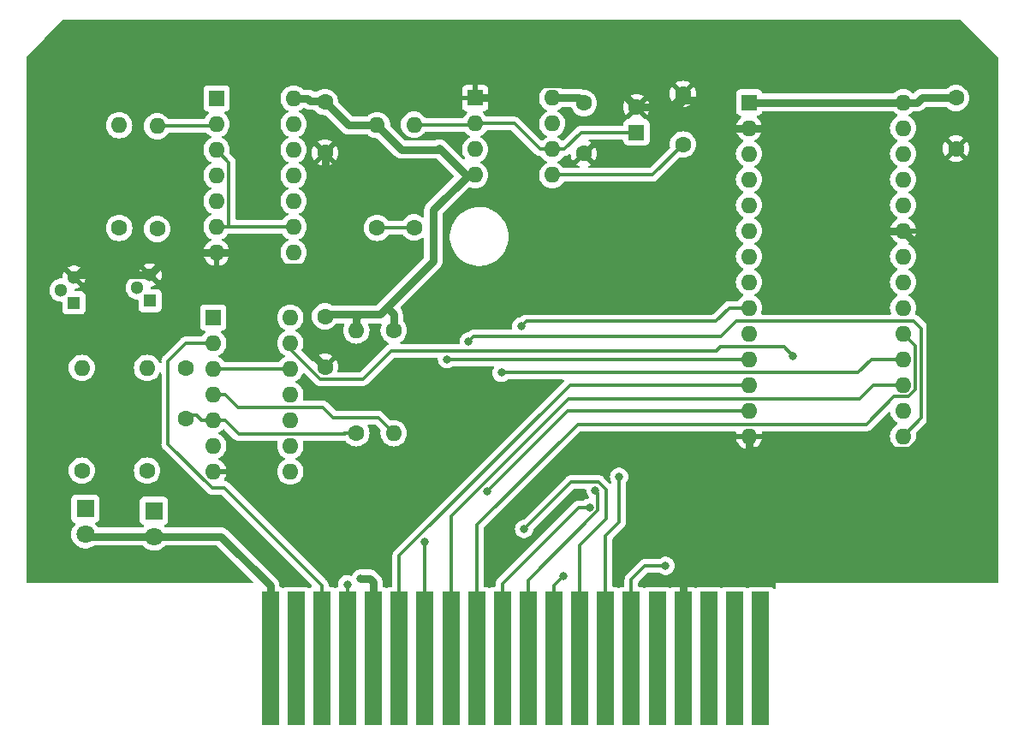
<source format=gbr>
G04 #@! TF.GenerationSoftware,KiCad,Pcbnew,7.0.10-unknown-202401271548~13fcb571f7~ubuntu23.10.1*
G04 #@! TF.CreationDate,2024-01-28T11:57:11+00:00*
G04 #@! TF.ProjectId,Dragon 32 Soak Test Cartridge,44726167-6f6e-4203-9332-20536f616b20,1.0*
G04 #@! TF.SameCoordinates,Original*
G04 #@! TF.FileFunction,Copper,L1,Top*
G04 #@! TF.FilePolarity,Positive*
%FSLAX46Y46*%
G04 Gerber Fmt 4.6, Leading zero omitted, Abs format (unit mm)*
G04 Created by KiCad (PCBNEW 7.0.10-unknown-202401271548~13fcb571f7~ubuntu23.10.1) date 2024-01-28 11:57:11*
%MOMM*%
%LPD*%
G01*
G04 APERTURE LIST*
G04 #@! TA.AperFunction,ComponentPad*
%ADD10R,1.600000X1.600000*%
G04 #@! TD*
G04 #@! TA.AperFunction,ComponentPad*
%ADD11O,1.600000X1.600000*%
G04 #@! TD*
G04 #@! TA.AperFunction,SMDPad,CuDef*
%ADD12R,1.800000X13.200000*%
G04 #@! TD*
G04 #@! TA.AperFunction,ComponentPad*
%ADD13R,1.800000X1.800000*%
G04 #@! TD*
G04 #@! TA.AperFunction,ComponentPad*
%ADD14C,1.800000*%
G04 #@! TD*
G04 #@! TA.AperFunction,ComponentPad*
%ADD15C,1.600000*%
G04 #@! TD*
G04 #@! TA.AperFunction,ComponentPad*
%ADD16R,1.300000X1.300000*%
G04 #@! TD*
G04 #@! TA.AperFunction,ComponentPad*
%ADD17C,1.300000*%
G04 #@! TD*
G04 #@! TA.AperFunction,ViaPad*
%ADD18C,0.800000*%
G04 #@! TD*
G04 #@! TA.AperFunction,Conductor*
%ADD19C,0.800000*%
G04 #@! TD*
G04 #@! TA.AperFunction,Conductor*
%ADD20C,0.350000*%
G04 #@! TD*
G04 APERTURE END LIST*
D10*
G04 #@! TO.P,IC4,1*
G04 #@! TO.N,Net-(IC1-Pad5)*
X60550000Y-66120000D03*
D11*
G04 #@! TO.P,IC4,2*
G04 #@! TO.N,/RESET*
X60550000Y-68660000D03*
G04 #@! TO.P,IC4,3*
G04 #@! TO.N,Net-(IC4-Pad12)*
X60550000Y-71200000D03*
G04 #@! TO.P,IC4,4*
G04 #@! TO.N,Net-(IC4-Pad4)*
X60550000Y-73740000D03*
G04 #@! TO.P,IC4,5*
G04 #@! TO.N,Net-(C3-Pad2)*
X60550000Y-76280000D03*
G04 #@! TO.P,IC4,6*
G04 #@! TO.N,Net-(IC1-Pad5)*
X60550000Y-78820000D03*
G04 #@! TO.P,IC4,7,GND*
G04 #@! TO.N,GND*
X60550000Y-81360000D03*
G04 #@! TO.P,IC4,8*
G04 #@! TO.N,unconnected-(IC4-Pad8)*
X68170000Y-81360000D03*
G04 #@! TO.P,IC4,9*
G04 #@! TO.N,unconnected-(IC4-Pad9)*
X68170000Y-78820000D03*
G04 #@! TO.P,IC4,10*
G04 #@! TO.N,unconnected-(IC4-Pad10)*
X68170000Y-76280000D03*
G04 #@! TO.P,IC4,11*
G04 #@! TO.N,unconnected-(IC4-Pad11)*
X68170000Y-73740000D03*
G04 #@! TO.P,IC4,12*
G04 #@! TO.N,Net-(IC4-Pad12)*
X68170000Y-71200000D03*
G04 #@! TO.P,IC4,13*
G04 #@! TO.N,/P2*
X68170000Y-68660000D03*
G04 #@! TO.P,IC4,14,VCC*
G04 #@! TO.N,VCC*
X68170000Y-66120000D03*
G04 #@! TD*
D12*
G04 #@! TO.P,U2,1,12V*
G04 #@! TO.N,+12V*
X66200000Y-99850000D03*
G04 #@! TO.P,U2,3,~{HALT}*
G04 #@! TO.N,unconnected-(U2-~{HALT}-Pad3)*
X68750000Y-99850000D03*
G04 #@! TO.P,U2,5,~{RES}*
G04 #@! TO.N,/RESET*
X71300000Y-99850000D03*
G04 #@! TO.P,U2,7,Q*
G04 #@! TO.N,Net-(U2-CART)*
X73850000Y-99850000D03*
G04 #@! TO.P,U2,9,5V*
G04 #@! TO.N,VCC*
X76400000Y-99850000D03*
G04 #@! TO.P,U2,11,D1*
G04 #@! TO.N,/D1*
X78950000Y-99850000D03*
G04 #@! TO.P,U2,13,D3*
G04 #@! TO.N,/D3*
X81500000Y-99850000D03*
G04 #@! TO.P,U2,15,D5*
G04 #@! TO.N,/D5*
X84050000Y-99850000D03*
G04 #@! TO.P,U2,17,D7*
G04 #@! TO.N,/D7*
X86600000Y-99850000D03*
G04 #@! TO.P,U2,19,A0*
G04 #@! TO.N,/A0*
X89150000Y-99850000D03*
G04 #@! TO.P,U2,21,A2*
G04 #@! TO.N,/A2*
X91700000Y-99850000D03*
G04 #@! TO.P,U2,23,A4*
G04 #@! TO.N,/A4*
X94250000Y-99850000D03*
G04 #@! TO.P,U2,25,A6*
G04 #@! TO.N,/A6*
X96800000Y-99850000D03*
G04 #@! TO.P,U2,27,A8*
G04 #@! TO.N,/A8*
X99350000Y-99850000D03*
G04 #@! TO.P,U2,29,A10*
G04 #@! TO.N,/A10*
X101900000Y-99850000D03*
G04 #@! TO.P,U2,31,A12*
G04 #@! TO.N,unconnected-(U2-A12-Pad31)*
X104450000Y-99850000D03*
G04 #@! TO.P,U2,33,GND*
G04 #@! TO.N,GND*
X107000000Y-99850000D03*
G04 #@! TO.P,U2,35,ESND*
G04 #@! TO.N,unconnected-(U2-ESND-Pad35)*
X109550000Y-99850000D03*
G04 #@! TO.P,U2,37,A13*
G04 #@! TO.N,unconnected-(U2-A13-Pad37)*
X112100000Y-99850000D03*
G04 #@! TO.P,U2,39,A15*
G04 #@! TO.N,unconnected-(U2-A15-Pad39)*
X114650000Y-99850000D03*
G04 #@! TD*
D13*
G04 #@! TO.P,D1,1,K*
G04 #@! TO.N,Net-(D1-K)*
X47900000Y-85025000D03*
D14*
G04 #@! TO.P,D1,2,A*
G04 #@! TO.N,+12V*
X47900000Y-87565000D03*
G04 #@! TD*
D10*
G04 #@! TO.P,IC3,1,VPP*
G04 #@! TO.N,VCC*
X113538000Y-44831000D03*
D11*
G04 #@! TO.P,IC3,2,A12*
G04 #@! TO.N,GND*
X113538000Y-47371000D03*
G04 #@! TO.P,IC3,3,A7*
G04 #@! TO.N,/A7*
X113538000Y-49911000D03*
G04 #@! TO.P,IC3,4,A6*
G04 #@! TO.N,/A6*
X113538000Y-52451000D03*
G04 #@! TO.P,IC3,5,A5*
G04 #@! TO.N,/A5*
X113538000Y-54991000D03*
G04 #@! TO.P,IC3,6,A4*
G04 #@! TO.N,/A4*
X113538000Y-57531000D03*
G04 #@! TO.P,IC3,7,A3*
G04 #@! TO.N,/A3*
X113538000Y-60071000D03*
G04 #@! TO.P,IC3,8,A2*
G04 #@! TO.N,/A2*
X113538000Y-62611000D03*
G04 #@! TO.P,IC3,9,A1*
G04 #@! TO.N,/A1*
X113538000Y-65151000D03*
G04 #@! TO.P,IC3,10,A0*
G04 #@! TO.N,/A0*
X113538000Y-67691000D03*
G04 #@! TO.P,IC3,11,D0*
G04 #@! TO.N,/D0*
X113538000Y-70231000D03*
G04 #@! TO.P,IC3,12,D1*
G04 #@! TO.N,/D1*
X113538000Y-72771000D03*
G04 #@! TO.P,IC3,13,D2*
G04 #@! TO.N,/D2*
X113538000Y-75311000D03*
G04 #@! TO.P,IC3,14,GND*
G04 #@! TO.N,GND*
X113538000Y-77851000D03*
G04 #@! TO.P,IC3,15,D3*
G04 #@! TO.N,/D3*
X128778000Y-77851000D03*
G04 #@! TO.P,IC3,16,D4*
G04 #@! TO.N,/D4*
X128778000Y-75311000D03*
G04 #@! TO.P,IC3,17,D5*
G04 #@! TO.N,/D5*
X128778000Y-72771000D03*
G04 #@! TO.P,IC3,18,D6*
G04 #@! TO.N,/D6*
X128778000Y-70231000D03*
G04 #@! TO.P,IC3,19,D7*
G04 #@! TO.N,/D7*
X128778000Y-67691000D03*
G04 #@! TO.P,IC3,20,~{CE}*
G04 #@! TO.N,/R2*
X128778000Y-65151000D03*
G04 #@! TO.P,IC3,21,A10*
G04 #@! TO.N,/A10*
X128778000Y-62611000D03*
G04 #@! TO.P,IC3,22,~{OE}*
G04 #@! TO.N,/R2*
X128778000Y-60071000D03*
G04 #@! TO.P,IC3,23,A11*
G04 #@! TO.N,GND*
X128778000Y-57531000D03*
G04 #@! TO.P,IC3,24,A9*
G04 #@! TO.N,/A9*
X128778000Y-54991000D03*
G04 #@! TO.P,IC3,25,A8*
G04 #@! TO.N,/A8*
X128778000Y-52451000D03*
G04 #@! TO.P,IC3,26,NC*
G04 #@! TO.N,unconnected-(IC3-NC-Pad26)*
X128778000Y-49911000D03*
G04 #@! TO.P,IC3,27,~{PGM}*
G04 #@! TO.N,VCC*
X128778000Y-47371000D03*
G04 #@! TO.P,IC3,28,VCC*
X128778000Y-44831000D03*
G04 #@! TD*
D15*
G04 #@! TO.P,DC1,1*
G04 #@! TO.N,VCC*
X71600000Y-66000000D03*
G04 #@! TO.P,DC1,2*
G04 #@! TO.N,GND*
X71600000Y-71000000D03*
G04 #@! TD*
G04 #@! TO.P,DC2,1*
G04 #@! TO.N,VCC*
X71600000Y-44800000D03*
G04 #@! TO.P,DC2,2*
G04 #@! TO.N,GND*
X71600000Y-49800000D03*
G04 #@! TD*
G04 #@! TO.P,R2,1*
G04 #@! TO.N,Net-(TR2-B)*
X55000000Y-57350000D03*
D11*
G04 #@! TO.P,R2,2*
G04 #@! TO.N,Net-(IC1-Pad2)*
X55000000Y-47190000D03*
G04 #@! TD*
D15*
G04 #@! TO.P,R5,1*
G04 #@! TO.N,VCC*
X78400000Y-67400000D03*
D11*
G04 #@! TO.P,R5,2*
G04 #@! TO.N,Net-(IC4-Pad4)*
X78400000Y-77560000D03*
G04 #@! TD*
D16*
G04 #@! TO.P,TR1,1,C*
G04 #@! TO.N,Net-(TR1-C)*
X46770000Y-64670000D03*
D17*
G04 #@! TO.P,TR1,2,B*
G04 #@! TO.N,Net-(TR1-B)*
X45500000Y-63400000D03*
G04 #@! TO.P,TR1,3,E*
G04 #@! TO.N,GND*
X46770000Y-62130000D03*
G04 #@! TD*
D15*
G04 #@! TO.P,C2,1*
G04 #@! TO.N,Net-(IC2-CV)*
X107000000Y-49000000D03*
G04 #@! TO.P,C2,2*
G04 #@! TO.N,GND*
X107000000Y-44000000D03*
G04 #@! TD*
G04 #@! TO.P,R7,1*
G04 #@! TO.N,Net-(D2-K)*
X54000000Y-81260000D03*
D11*
G04 #@! TO.P,R7,2*
G04 #@! TO.N,Net-(TR2-C)*
X54000000Y-71100000D03*
G04 #@! TD*
D10*
G04 #@! TO.P,IC2,1,GND*
G04 #@! TO.N,GND*
X86450000Y-44400000D03*
D11*
G04 #@! TO.P,IC2,2,TR*
G04 #@! TO.N,Net-(IC2-THR)*
X86450000Y-46940000D03*
G04 #@! TO.P,IC2,3,Q*
G04 #@! TO.N,Net-(IC2-Q)*
X86450000Y-49480000D03*
G04 #@! TO.P,IC2,4,R*
G04 #@! TO.N,VCC*
X86450000Y-52020000D03*
G04 #@! TO.P,IC2,5,CV*
G04 #@! TO.N,Net-(IC2-CV)*
X94070000Y-52020000D03*
G04 #@! TO.P,IC2,6,THR*
G04 #@! TO.N,Net-(IC2-THR)*
X94070000Y-49480000D03*
G04 #@! TO.P,IC2,7,DIS*
G04 #@! TO.N,Net-(IC2-DIS)*
X94070000Y-46940000D03*
G04 #@! TO.P,IC2,8,VCC*
G04 #@! TO.N,VCC*
X94070000Y-44400000D03*
G04 #@! TD*
D15*
G04 #@! TO.P,R6,1*
G04 #@! TO.N,Net-(D1-K)*
X47550000Y-81250000D03*
D11*
G04 #@! TO.P,R6,2*
G04 #@! TO.N,Net-(TR1-C)*
X47550000Y-71090000D03*
G04 #@! TD*
D10*
G04 #@! TO.P,C1,1*
G04 #@! TO.N,Net-(IC2-THR)*
X102400000Y-47805100D03*
D15*
G04 #@! TO.P,C1,2*
G04 #@! TO.N,GND*
X102400000Y-45305100D03*
G04 #@! TD*
G04 #@! TO.P,R8,1*
G04 #@! TO.N,Net-(C3-Pad2)*
X74700000Y-77560000D03*
D11*
G04 #@! TO.P,R8,2*
G04 #@! TO.N,VCC*
X74700000Y-67400000D03*
G04 #@! TD*
D10*
G04 #@! TO.P,IC1,1*
G04 #@! TO.N,Net-(IC1-Pad1)*
X60880000Y-44460000D03*
D11*
G04 #@! TO.P,IC1,2*
G04 #@! TO.N,Net-(IC1-Pad2)*
X60880000Y-47000000D03*
G04 #@! TO.P,IC1,3*
G04 #@! TO.N,Net-(IC1-Pad3)*
X60880000Y-49540000D03*
G04 #@! TO.P,IC1,4*
G04 #@! TO.N,Net-(IC1-Pad4)*
X60880000Y-52080000D03*
G04 #@! TO.P,IC1,5*
G04 #@! TO.N,Net-(IC1-Pad5)*
X60880000Y-54620000D03*
G04 #@! TO.P,IC1,6*
G04 #@! TO.N,Net-(IC1-Pad3)*
X60880000Y-57160000D03*
G04 #@! TO.P,IC1,7,GND*
G04 #@! TO.N,GND*
X60880000Y-59700000D03*
G04 #@! TO.P,IC1,8*
G04 #@! TO.N,Net-(IC1-Pad1)*
X68500000Y-59700000D03*
G04 #@! TO.P,IC1,9*
G04 #@! TO.N,Net-(IC1-Pad3)*
X68500000Y-57160000D03*
G04 #@! TO.P,IC1,10*
G04 #@! TO.N,unconnected-(IC1-Pad10)*
X68500000Y-54620000D03*
G04 #@! TO.P,IC1,11*
G04 #@! TO.N,unconnected-(IC1-Pad11)*
X68500000Y-52080000D03*
G04 #@! TO.P,IC1,12*
G04 #@! TO.N,unconnected-(IC1-Pad12)*
X68500000Y-49540000D03*
G04 #@! TO.P,IC1,13*
G04 #@! TO.N,unconnected-(IC1-Pad13)*
X68500000Y-47000000D03*
G04 #@! TO.P,IC1,14,VCC*
G04 #@! TO.N,VCC*
X68500000Y-44460000D03*
G04 #@! TD*
D16*
G04 #@! TO.P,TR2,1,C*
G04 #@! TO.N,Net-(TR2-C)*
X54300000Y-64440000D03*
D17*
G04 #@! TO.P,TR2,2,B*
G04 #@! TO.N,Net-(TR2-B)*
X53030000Y-63170000D03*
G04 #@! TO.P,TR2,3,E*
G04 #@! TO.N,GND*
X54300000Y-61900000D03*
G04 #@! TD*
D15*
G04 #@! TO.P,C3,1*
G04 #@! TO.N,Net-(IC2-Q)*
X57800000Y-71100000D03*
G04 #@! TO.P,C3,2*
G04 #@! TO.N,Net-(C3-Pad2)*
X57800000Y-76100000D03*
G04 #@! TD*
G04 #@! TO.P,R4,1*
G04 #@! TO.N,Net-(IC2-DIS)*
X80400000Y-57200000D03*
D11*
G04 #@! TO.P,R4,2*
G04 #@! TO.N,Net-(IC2-THR)*
X80400000Y-47040000D03*
G04 #@! TD*
D15*
G04 #@! TO.P,DC4,1*
G04 #@! TO.N,VCC*
X97200000Y-44900000D03*
G04 #@! TO.P,DC4,2*
G04 #@! TO.N,GND*
X97200000Y-49900000D03*
G04 #@! TD*
D13*
G04 #@! TO.P,D2,1,K*
G04 #@! TO.N,Net-(D2-K)*
X54700000Y-85225000D03*
D14*
G04 #@! TO.P,D2,2,A*
G04 #@! TO.N,+12V*
X54700000Y-87765000D03*
G04 #@! TD*
D15*
G04 #@! TO.P,DC3,1*
G04 #@! TO.N,VCC*
X134000000Y-44400000D03*
G04 #@! TO.P,DC3,2*
G04 #@! TO.N,GND*
X134000000Y-49400000D03*
G04 #@! TD*
G04 #@! TO.P,R3,1*
G04 #@! TO.N,Net-(IC2-DIS)*
X76750000Y-57250000D03*
D11*
G04 #@! TO.P,R3,2*
G04 #@! TO.N,VCC*
X76750000Y-47090000D03*
G04 #@! TD*
D15*
G04 #@! TO.P,R1,1*
G04 #@! TO.N,Net-(TR1-B)*
X51250000Y-57250000D03*
D11*
G04 #@! TO.P,R1,2*
G04 #@! TO.N,Net-(IC1-Pad4)*
X51250000Y-47090000D03*
G04 #@! TD*
D18*
G04 #@! TO.N,Net-(U2-CART)*
X73800000Y-92500000D03*
G04 #@! TO.N,/A6*
X91285000Y-87031500D03*
G04 #@! TO.N,/A1*
X91000000Y-67000000D03*
G04 #@! TO.N,/D0*
X83666300Y-70231000D03*
G04 #@! TO.N,/D2*
X87616900Y-83316000D03*
G04 #@! TO.N,/D3*
X85797900Y-68496000D03*
X81500000Y-88301500D03*
G04 #@! TO.N,/D6*
X89048900Y-71581500D03*
G04 #@! TO.N,/A0*
X97805100Y-84895500D03*
G04 #@! TO.N,/A2*
X98339500Y-83187000D03*
G04 #@! TO.N,/A4*
X95151500Y-91716700D03*
G04 #@! TO.N,/A8*
X100682400Y-81856900D03*
G04 #@! TO.N,/A10*
X105283000Y-90678000D03*
G04 #@! TO.N,VCC*
X75139800Y-91928700D03*
G04 #@! TO.N,/P2*
X117896900Y-69922300D03*
G04 #@! TD*
D19*
G04 #@! TO.N,GND*
X100094800Y-42999900D02*
X89250200Y-42999900D01*
X107000000Y-99850000D02*
X107000000Y-85789100D01*
X71600000Y-49800000D02*
X71600000Y-59425400D01*
X63720500Y-61140400D02*
X62280100Y-59700000D01*
X46770000Y-62130000D02*
X47000000Y-61900000D01*
X113538000Y-47371000D02*
X112137900Y-47371000D01*
X117217900Y-47371000D02*
X127377900Y-57531000D01*
X107000000Y-85789100D02*
X113538000Y-79251100D01*
X60880000Y-59700000D02*
X62280100Y-59700000D01*
X56500000Y-59700000D02*
X60880000Y-59700000D01*
X102400000Y-45305100D02*
X106347400Y-45305100D01*
X128778000Y-57531000D02*
X127377900Y-57531000D01*
X107000000Y-44000000D02*
X107000000Y-44652500D01*
X131379000Y-60132000D02*
X131379000Y-77311400D01*
X54300000Y-61900000D02*
X56500000Y-59700000D01*
X128778000Y-57531000D02*
X131379000Y-60132000D01*
X102400000Y-45305100D02*
X100094800Y-42999900D01*
X86450000Y-44400000D02*
X87850100Y-44400000D01*
X69885000Y-69285000D02*
X71600000Y-71000000D01*
X71600000Y-59425400D02*
X69885000Y-61140400D01*
X129439300Y-79251100D02*
X113538000Y-79251100D01*
X113538000Y-47371000D02*
X117217900Y-47371000D01*
X69885000Y-61140400D02*
X69885000Y-69285000D01*
X89250200Y-42999900D02*
X87850100Y-44400000D01*
X109419400Y-44652500D02*
X112137900Y-47371000D01*
X131379000Y-77311400D02*
X129439300Y-79251100D01*
X113538000Y-77851000D02*
X113538000Y-79251100D01*
X69885000Y-61140400D02*
X63720500Y-61140400D01*
X107000000Y-44652500D02*
X109419400Y-44652500D01*
X106347400Y-45305100D02*
X107000000Y-44652500D01*
X47000000Y-61900000D02*
X54300000Y-61900000D01*
D20*
G04 #@! TO.N,Net-(IC2-THR)*
X80400000Y-47040000D02*
X86350000Y-47040000D01*
X92894900Y-49480000D02*
X90354900Y-46940000D01*
X94070000Y-49480000D02*
X95245100Y-49480000D01*
X94070000Y-49480000D02*
X92894900Y-49480000D01*
X90354900Y-46940000D02*
X86450000Y-46940000D01*
X86350000Y-47040000D02*
X86450000Y-46940000D01*
X102400000Y-47805100D02*
X96920000Y-47805100D01*
X96920000Y-47805100D02*
X95245100Y-49480000D01*
G04 #@! TO.N,Net-(U2-CART)*
X73850000Y-92550000D02*
X73800000Y-92500000D01*
X73850000Y-92874900D02*
X73869900Y-92874900D01*
X73850000Y-99850000D02*
X73850000Y-92874900D01*
X73850000Y-99850000D02*
X73850000Y-92550000D01*
D19*
G04 #@! TO.N,+12V*
X61315100Y-87765000D02*
X66200000Y-92649900D01*
X66200000Y-99850000D02*
X66200000Y-92649900D01*
X47900000Y-87565000D02*
X48100000Y-87765000D01*
X48100000Y-87765000D02*
X54700000Y-87765000D01*
X54700000Y-87765000D02*
X61315100Y-87765000D01*
D20*
G04 #@! TO.N,/A6*
X99185550Y-82914450D02*
X98679100Y-82408000D01*
X99400000Y-86020000D02*
X99400000Y-83128900D01*
X99400000Y-83128900D02*
X99185550Y-82914450D01*
X95908500Y-82408000D02*
X91285000Y-87031500D01*
X96800000Y-99850000D02*
X96800000Y-88620000D01*
X99210000Y-86210000D02*
X99400000Y-86020000D01*
X96800000Y-88620000D02*
X99210000Y-86210000D01*
X98679100Y-82408000D02*
X95908500Y-82408000D01*
G04 #@! TO.N,/A1*
X91500000Y-66500000D02*
X91000000Y-67000000D01*
X113538000Y-65151000D02*
X111599000Y-65151000D01*
X111599000Y-65151000D02*
X110250000Y-66500000D01*
X110250000Y-66500000D02*
X91500000Y-66500000D01*
G04 #@! TO.N,/D0*
X113538000Y-70231000D02*
X83666300Y-70231000D01*
G04 #@! TO.N,/D1*
X78950000Y-89685700D02*
X95864700Y-72771000D01*
X95864700Y-72771000D02*
X113538000Y-72771000D01*
X78950000Y-99850000D02*
X78950000Y-89685700D01*
G04 #@! TO.N,/D2*
X95621900Y-75311000D02*
X113538000Y-75311000D01*
X87616900Y-83316000D02*
X95621900Y-75311000D01*
G04 #@! TO.N,/D3*
X128778000Y-77851000D02*
X130570300Y-76058700D01*
X129820300Y-66500000D02*
X112250000Y-66500000D01*
X130570300Y-67250000D02*
X129820300Y-66500000D01*
X110750000Y-68000000D02*
X86293900Y-68000000D01*
X112250000Y-66500000D02*
X110750000Y-68000000D01*
X130570300Y-76058700D02*
X130570300Y-67250000D01*
X86293900Y-68000000D02*
X85797900Y-68496000D01*
X81500000Y-99850000D02*
X81500000Y-88301500D01*
G04 #@! TO.N,/D5*
X124479500Y-74132500D02*
X125841000Y-72771000D01*
X125841000Y-72771000D02*
X128778000Y-72771000D01*
X84050000Y-85786400D02*
X95703900Y-74132500D01*
X84050000Y-99850000D02*
X84050000Y-85786400D01*
X95703900Y-74132500D02*
X124479500Y-74132500D01*
G04 #@! TO.N,/D6*
X125683500Y-70231000D02*
X124333000Y-71581500D01*
X128778000Y-70231000D02*
X125683500Y-70231000D01*
X124333000Y-71581500D02*
X89048900Y-71581500D01*
G04 #@! TO.N,/D7*
X129997200Y-73213501D02*
X129997200Y-68910200D01*
X127883700Y-73946200D02*
X129264501Y-73946200D01*
X129264501Y-73946200D02*
X129997200Y-73213501D01*
X86600000Y-99850000D02*
X86600000Y-86650000D01*
X125154000Y-76675900D02*
X127883700Y-73946200D01*
X129997200Y-68910200D02*
X128778000Y-67691000D01*
X96574100Y-76675900D02*
X125154000Y-76675900D01*
X86600000Y-86650000D02*
X96574100Y-76675900D01*
G04 #@! TO.N,/A0*
X96714500Y-84895500D02*
X97805100Y-84895500D01*
X89150000Y-92460000D02*
X96714500Y-84895500D01*
X89150000Y-99850000D02*
X89150000Y-92460000D01*
G04 #@! TO.N,/A2*
X98339500Y-83187000D02*
X98603300Y-83450800D01*
X91700000Y-92096900D02*
X91700000Y-92874900D01*
X91700000Y-99850000D02*
X91700000Y-92874900D01*
X98603300Y-83450800D02*
X98603300Y-85193600D01*
X98603300Y-85193600D02*
X91700000Y-92096900D01*
G04 #@! TO.N,/A4*
X94250000Y-99850000D02*
X94250000Y-92618200D01*
X94250000Y-92618200D02*
X95151500Y-91716700D01*
G04 #@! TO.N,Net-(IC2-CV)*
X94070000Y-52020000D02*
X103980000Y-52020000D01*
X103980000Y-52020000D02*
X107000000Y-49000000D01*
G04 #@! TO.N,/A8*
X99350000Y-99850000D02*
X99350000Y-87692300D01*
X100682300Y-81856900D02*
X100682400Y-81856900D01*
X99350000Y-87692300D02*
X100682300Y-86360000D01*
X100682300Y-86360000D02*
X100682300Y-81856900D01*
G04 #@! TO.N,/A10*
X101900000Y-99850000D02*
X101900000Y-92029000D01*
X101900000Y-92029000D02*
X103251000Y-90678000D01*
X103251000Y-90678000D02*
X105283000Y-90678000D01*
D19*
G04 #@! TO.N,VCC*
X76750000Y-47090000D02*
X79160000Y-49500000D01*
X82311400Y-55458600D02*
X82311400Y-60538600D01*
X71600000Y-44675000D02*
X71600000Y-44800000D01*
X68500000Y-44460000D02*
X69900100Y-44460000D01*
X130609100Y-44400000D02*
X130178100Y-44831000D01*
X70115100Y-44675000D02*
X69900100Y-44460000D01*
X85650000Y-52120000D02*
X82915000Y-49385000D01*
X129478100Y-44831000D02*
X130178100Y-44831000D01*
X96700000Y-44400000D02*
X97200000Y-44900000D01*
X76028700Y-91928700D02*
X75139800Y-91928700D01*
X78400000Y-67400000D02*
X78400000Y-65800000D01*
X128778000Y-44831000D02*
X113538000Y-44831000D01*
X134000000Y-44400000D02*
X130609100Y-44400000D01*
X75010000Y-47090000D02*
X76750000Y-47090000D01*
X71600000Y-44675000D02*
X70115100Y-44675000D01*
X76400000Y-92300000D02*
X76028700Y-91928700D01*
X73900000Y-47100000D02*
X75000000Y-47100000D01*
X85650000Y-52120000D02*
X82311400Y-55458600D01*
X75000000Y-47100000D02*
X75010000Y-47090000D01*
X76400000Y-99850000D02*
X76400000Y-92300000D01*
X85750000Y-52020000D02*
X85650000Y-52120000D01*
X94070000Y-44400000D02*
X96700000Y-44400000D01*
X74400000Y-65800000D02*
X71800000Y-65800000D01*
X79160000Y-49500000D02*
X82800000Y-49500000D01*
X129478100Y-44831000D02*
X128778000Y-44831000D01*
X82800000Y-49500000D02*
X82915000Y-49385000D01*
X82311400Y-60538600D02*
X77725000Y-65125000D01*
X71725000Y-44550000D02*
X71600000Y-44675000D01*
X71800000Y-65800000D02*
X71600000Y-66000000D01*
X77725000Y-65125000D02*
X77050000Y-65800000D01*
X78400000Y-65800000D02*
X77725000Y-65125000D01*
X74700000Y-67400000D02*
X74700000Y-66100000D01*
X86450000Y-52020000D02*
X85750000Y-52020000D01*
X71600000Y-44800000D02*
X73900000Y-47100000D01*
X75000000Y-65800000D02*
X74400000Y-65800000D01*
X74700000Y-66100000D02*
X75000000Y-65800000D01*
X75000000Y-65800000D02*
X77050000Y-65800000D01*
D20*
G04 #@! TO.N,/P2*
X68170000Y-68660000D02*
X68170000Y-69237600D01*
X75342000Y-72209600D02*
X78147500Y-69404100D01*
X117011800Y-69037200D02*
X117896900Y-69922300D01*
X110303400Y-69404100D02*
X110670300Y-69037200D01*
X78147500Y-69404100D02*
X110303400Y-69404100D01*
X68170000Y-69237600D02*
X71142000Y-72209600D01*
X110670300Y-69037200D02*
X117011800Y-69037200D01*
X71142000Y-72209600D02*
X75342000Y-72209600D01*
G04 #@! TO.N,Net-(IC2-DIS)*
X80350000Y-57250000D02*
X80400000Y-57200000D01*
X76750000Y-57250000D02*
X80350000Y-57250000D01*
G04 #@! TO.N,Net-(IC1-Pad3)*
X68500000Y-57160000D02*
X62106400Y-57160000D01*
X62106400Y-57160000D02*
X60880000Y-57160000D01*
X62106400Y-50766400D02*
X62106400Y-57160000D01*
X60880000Y-49540000D02*
X62106400Y-50766400D01*
G04 #@! TO.N,/RESET*
X56100000Y-70400000D02*
X56100000Y-78631200D01*
X60425900Y-82957100D02*
X61621100Y-82957100D01*
X61621100Y-82957100D02*
X71300000Y-92636000D01*
X57840000Y-68660000D02*
X56100000Y-70400000D01*
X56100000Y-78631200D02*
X60425900Y-82957100D01*
X60550000Y-68660000D02*
X57840000Y-68660000D01*
X71300000Y-92636000D02*
X71300000Y-99850000D01*
G04 #@! TO.N,Net-(IC1-Pad2)*
X60690000Y-47190000D02*
X60880000Y-47000000D01*
X55000000Y-47190000D02*
X60690000Y-47190000D01*
G04 #@! TO.N,Net-(IC4-Pad12)*
X68170000Y-71200000D02*
X60550000Y-71200000D01*
G04 #@! TO.N,Net-(IC4-Pad4)*
X76850000Y-76010000D02*
X76400000Y-76010000D01*
X71400000Y-75010000D02*
X72400000Y-76010000D01*
X76400000Y-76010000D02*
X72600000Y-76010000D01*
X62995100Y-75010000D02*
X61725100Y-73740000D01*
X71400000Y-75010000D02*
X62995100Y-75010000D01*
X78400000Y-77560000D02*
X76850000Y-76010000D01*
X61725100Y-73740000D02*
X60550000Y-73740000D01*
G04 #@! TO.N,Net-(C3-Pad2)*
X58894900Y-75800000D02*
X59374900Y-76280000D01*
X60550000Y-76280000D02*
X61725100Y-76280000D01*
X73484800Y-77560000D02*
X73400000Y-77644800D01*
X73400000Y-77644800D02*
X63089900Y-77644800D01*
X74700000Y-77560000D02*
X73484800Y-77560000D01*
X58200000Y-75800000D02*
X58894900Y-75800000D01*
X60550000Y-76280000D02*
X59374900Y-76280000D01*
X73544800Y-77644800D02*
X73400000Y-77644800D01*
X63089900Y-77644800D02*
X61725100Y-76280000D01*
G04 #@! TD*
G04 #@! TA.AperFunction,Conductor*
G04 #@! TO.N,GND*
G36*
X134465469Y-36670185D02*
G01*
X134486111Y-36686819D01*
X138113181Y-40313888D01*
X138146666Y-40375211D01*
X138149500Y-40401569D01*
X138149500Y-92275500D01*
X138129815Y-92342539D01*
X138077011Y-92388294D01*
X138025500Y-92399500D01*
X116229760Y-92399500D01*
X116229554Y-92399459D01*
X116204998Y-92399459D01*
X116204807Y-92399538D01*
X116204619Y-92399615D01*
X116204615Y-92399618D01*
X116204459Y-92399999D01*
X116204476Y-92424616D01*
X116204471Y-92424616D01*
X116204500Y-92424759D01*
X116204500Y-92876000D01*
X116184815Y-92943039D01*
X116132011Y-92988794D01*
X116080500Y-93000000D01*
X116050124Y-93000000D01*
X115983085Y-92980315D01*
X115950859Y-92950313D01*
X115907546Y-92892454D01*
X115851105Y-92850202D01*
X115792335Y-92806206D01*
X115792328Y-92806202D01*
X115657482Y-92755908D01*
X115657483Y-92755908D01*
X115597883Y-92749501D01*
X115597881Y-92749500D01*
X115597873Y-92749500D01*
X115597864Y-92749500D01*
X113702129Y-92749500D01*
X113702123Y-92749501D01*
X113642516Y-92755908D01*
X113507671Y-92806202D01*
X113507669Y-92806203D01*
X113449311Y-92849891D01*
X113383847Y-92874308D01*
X113315574Y-92859457D01*
X113300689Y-92849891D01*
X113242330Y-92806203D01*
X113242328Y-92806202D01*
X113107482Y-92755908D01*
X113107483Y-92755908D01*
X113047883Y-92749501D01*
X113047881Y-92749500D01*
X113047873Y-92749500D01*
X113047864Y-92749500D01*
X111152129Y-92749500D01*
X111152123Y-92749501D01*
X111092516Y-92755908D01*
X110957671Y-92806202D01*
X110957669Y-92806203D01*
X110899311Y-92849891D01*
X110833847Y-92874308D01*
X110765574Y-92859457D01*
X110750689Y-92849891D01*
X110692330Y-92806203D01*
X110692328Y-92806202D01*
X110557482Y-92755908D01*
X110557483Y-92755908D01*
X110497883Y-92749501D01*
X110497881Y-92749500D01*
X110497873Y-92749500D01*
X110497864Y-92749500D01*
X108602129Y-92749500D01*
X108602123Y-92749501D01*
X108542516Y-92755908D01*
X108407671Y-92806202D01*
X108407665Y-92806205D01*
X108348891Y-92850203D01*
X108283427Y-92874619D01*
X108215154Y-92859767D01*
X108200271Y-92850202D01*
X108142088Y-92806647D01*
X108142086Y-92806645D01*
X108007379Y-92756403D01*
X108007372Y-92756401D01*
X107947844Y-92750000D01*
X106052155Y-92750000D01*
X105992627Y-92756401D01*
X105992620Y-92756403D01*
X105857913Y-92806645D01*
X105857907Y-92806649D01*
X105799726Y-92850203D01*
X105734262Y-92874620D01*
X105665989Y-92859768D01*
X105651106Y-92850203D01*
X105592331Y-92806204D01*
X105592328Y-92806202D01*
X105457482Y-92755908D01*
X105457483Y-92755908D01*
X105397883Y-92749501D01*
X105397881Y-92749500D01*
X105397873Y-92749500D01*
X105397864Y-92749500D01*
X103502129Y-92749500D01*
X103502123Y-92749501D01*
X103442516Y-92755908D01*
X103307671Y-92806202D01*
X103307669Y-92806203D01*
X103249311Y-92849891D01*
X103183847Y-92874308D01*
X103115574Y-92859457D01*
X103100689Y-92849891D01*
X103042330Y-92806203D01*
X103042328Y-92806202D01*
X102907482Y-92755908D01*
X102907483Y-92755908D01*
X102847883Y-92749501D01*
X102847881Y-92749500D01*
X102847873Y-92749500D01*
X102847865Y-92749500D01*
X102699500Y-92749500D01*
X102632461Y-92729815D01*
X102586706Y-92677011D01*
X102575500Y-92625500D01*
X102575500Y-92360163D01*
X102595185Y-92293124D01*
X102611819Y-92272482D01*
X103494482Y-91389819D01*
X103555805Y-91356334D01*
X103582163Y-91353500D01*
X104640434Y-91353500D01*
X104707473Y-91373185D01*
X104713319Y-91377182D01*
X104830265Y-91462148D01*
X104830270Y-91462151D01*
X105003192Y-91539142D01*
X105003197Y-91539144D01*
X105188354Y-91578500D01*
X105188355Y-91578500D01*
X105377644Y-91578500D01*
X105377646Y-91578500D01*
X105562803Y-91539144D01*
X105735730Y-91462151D01*
X105888871Y-91350888D01*
X106015533Y-91210216D01*
X106110179Y-91046284D01*
X106168674Y-90866256D01*
X106188460Y-90678000D01*
X106168674Y-90489744D01*
X106110179Y-90309716D01*
X106015533Y-90145784D01*
X105888871Y-90005112D01*
X105880156Y-89998780D01*
X105735734Y-89893851D01*
X105735729Y-89893848D01*
X105562807Y-89816857D01*
X105562802Y-89816855D01*
X105417001Y-89785865D01*
X105377646Y-89777500D01*
X105188354Y-89777500D01*
X105155897Y-89784398D01*
X105003197Y-89816855D01*
X105003192Y-89816857D01*
X104830270Y-89893848D01*
X104830265Y-89893851D01*
X104713319Y-89978818D01*
X104647513Y-90002298D01*
X104640434Y-90002500D01*
X103275162Y-90002500D01*
X103267675Y-90002274D01*
X103209916Y-89998780D01*
X103209912Y-89998780D01*
X103152997Y-90009210D01*
X103145594Y-90010337D01*
X103088154Y-90017312D01*
X103079383Y-90020638D01*
X103057777Y-90026660D01*
X103054675Y-90027229D01*
X103048560Y-90028350D01*
X102995781Y-90052102D01*
X102988869Y-90054965D01*
X102934774Y-90075482D01*
X102934770Y-90075484D01*
X102927056Y-90080808D01*
X102907525Y-90091824D01*
X102898970Y-90095674D01*
X102853417Y-90131363D01*
X102847387Y-90135800D01*
X102799772Y-90168667D01*
X102799769Y-90168669D01*
X102761406Y-90211972D01*
X102756273Y-90217424D01*
X101439424Y-91534273D01*
X101433972Y-91539406D01*
X101390669Y-91577769D01*
X101390667Y-91577772D01*
X101357800Y-91625387D01*
X101353363Y-91631417D01*
X101317674Y-91676970D01*
X101313824Y-91685525D01*
X101302808Y-91705056D01*
X101297484Y-91712770D01*
X101297482Y-91712774D01*
X101276965Y-91766869D01*
X101274102Y-91773781D01*
X101250350Y-91826560D01*
X101248661Y-91835777D01*
X101242639Y-91857381D01*
X101239311Y-91866155D01*
X101232334Y-91923613D01*
X101231207Y-91931011D01*
X101220781Y-91987908D01*
X101220781Y-91987915D01*
X101224274Y-92045663D01*
X101224500Y-92053150D01*
X101224500Y-92625500D01*
X101204815Y-92692539D01*
X101152011Y-92738294D01*
X101100501Y-92749500D01*
X100952130Y-92749500D01*
X100952123Y-92749501D01*
X100892516Y-92755908D01*
X100757671Y-92806202D01*
X100757669Y-92806203D01*
X100699311Y-92849891D01*
X100633847Y-92874308D01*
X100565574Y-92859457D01*
X100550689Y-92849891D01*
X100492330Y-92806203D01*
X100492328Y-92806202D01*
X100357482Y-92755908D01*
X100357483Y-92755908D01*
X100297883Y-92749501D01*
X100297881Y-92749500D01*
X100297873Y-92749500D01*
X100297865Y-92749500D01*
X100149500Y-92749500D01*
X100082461Y-92729815D01*
X100036706Y-92677011D01*
X100025500Y-92625500D01*
X100025500Y-88023462D01*
X100045185Y-87956423D01*
X100061814Y-87935785D01*
X101142888Y-86854711D01*
X101148308Y-86849609D01*
X101191632Y-86811229D01*
X101224504Y-86763603D01*
X101228939Y-86757577D01*
X101245662Y-86736233D01*
X101264626Y-86712028D01*
X101268472Y-86703480D01*
X101279497Y-86683935D01*
X101284817Y-86676227D01*
X101284816Y-86676227D01*
X101284818Y-86676226D01*
X101305336Y-86622122D01*
X101308201Y-86615208D01*
X101331946Y-86562447D01*
X101331950Y-86562439D01*
X101333638Y-86553221D01*
X101339666Y-86531603D01*
X101339862Y-86531087D01*
X101342988Y-86522845D01*
X101349963Y-86465396D01*
X101351090Y-86457993D01*
X101354103Y-86441552D01*
X101361519Y-86401085D01*
X101358025Y-86343334D01*
X101357800Y-86335849D01*
X101357800Y-82500167D01*
X101377485Y-82433128D01*
X101389651Y-82417194D01*
X101391716Y-82414901D01*
X101414933Y-82389116D01*
X101509579Y-82225184D01*
X101568074Y-82045156D01*
X101587860Y-81856900D01*
X101568074Y-81668644D01*
X101509579Y-81488616D01*
X101414933Y-81324684D01*
X101288271Y-81184012D01*
X101288270Y-81184011D01*
X101135134Y-81072751D01*
X101135129Y-81072748D01*
X100962207Y-80995757D01*
X100962202Y-80995755D01*
X100816401Y-80964765D01*
X100777046Y-80956400D01*
X100587754Y-80956400D01*
X100555297Y-80963298D01*
X100402597Y-80995755D01*
X100402592Y-80995757D01*
X100229670Y-81072748D01*
X100229665Y-81072751D01*
X100076529Y-81184011D01*
X99949866Y-81324685D01*
X99855221Y-81488615D01*
X99855218Y-81488622D01*
X99796727Y-81668640D01*
X99796726Y-81668644D01*
X99776940Y-81856900D01*
X99796726Y-82045156D01*
X99796727Y-82045159D01*
X99855218Y-82225177D01*
X99855221Y-82225184D01*
X99935661Y-82364511D01*
X99952134Y-82432412D01*
X99929281Y-82498438D01*
X99874360Y-82541629D01*
X99804806Y-82548270D01*
X99742704Y-82516254D01*
X99740593Y-82514192D01*
X99695216Y-82468815D01*
X99695188Y-82468785D01*
X99173826Y-81947425D01*
X99168708Y-81941989D01*
X99130329Y-81898668D01*
X99082689Y-81865785D01*
X99076692Y-81861372D01*
X99031128Y-81825674D01*
X99031126Y-81825673D01*
X99031125Y-81825672D01*
X99031123Y-81825671D01*
X99022576Y-81821824D01*
X99003038Y-81810805D01*
X98995326Y-81805482D01*
X98995324Y-81805481D01*
X98941217Y-81784960D01*
X98934304Y-81782096D01*
X98920769Y-81776005D01*
X98881540Y-81758350D01*
X98881541Y-81758350D01*
X98874187Y-81757002D01*
X98872322Y-81756660D01*
X98850714Y-81750637D01*
X98841945Y-81747312D01*
X98784487Y-81740334D01*
X98777087Y-81739207D01*
X98720189Y-81728781D01*
X98720182Y-81728781D01*
X98671462Y-81731728D01*
X98662434Y-81732274D01*
X98654949Y-81732500D01*
X95932645Y-81732500D01*
X95925158Y-81732274D01*
X95906153Y-81731124D01*
X95867417Y-81728781D01*
X95867409Y-81728781D01*
X95810511Y-81739207D01*
X95803113Y-81740334D01*
X95745653Y-81747312D01*
X95736875Y-81750640D01*
X95715283Y-81756659D01*
X95706062Y-81758349D01*
X95653297Y-81782096D01*
X95646382Y-81784960D01*
X95592272Y-81805482D01*
X95592269Y-81805484D01*
X95584551Y-81810811D01*
X95565014Y-81821830D01*
X95556473Y-81825674D01*
X95556468Y-81825677D01*
X95510919Y-81861361D01*
X95504891Y-81865796D01*
X95457277Y-81898662D01*
X95457269Y-81898669D01*
X95418914Y-81941963D01*
X95413781Y-81947415D01*
X91265928Y-86095270D01*
X91204605Y-86128755D01*
X91191224Y-86130908D01*
X91190359Y-86130998D01*
X91005197Y-86170355D01*
X91005192Y-86170357D01*
X90832270Y-86247348D01*
X90832265Y-86247351D01*
X90679129Y-86358611D01*
X90552466Y-86499285D01*
X90457821Y-86663215D01*
X90457818Y-86663222D01*
X90399327Y-86843240D01*
X90399326Y-86843244D01*
X90379540Y-87031500D01*
X90399326Y-87219756D01*
X90399327Y-87219759D01*
X90457818Y-87399777D01*
X90457821Y-87399784D01*
X90552467Y-87563716D01*
X90676510Y-87701479D01*
X90679129Y-87704388D01*
X90832265Y-87815648D01*
X90832270Y-87815651D01*
X91005192Y-87892642D01*
X91005197Y-87892644D01*
X91190354Y-87932000D01*
X91190355Y-87932000D01*
X91379644Y-87932000D01*
X91379646Y-87932000D01*
X91564803Y-87892644D01*
X91737730Y-87815651D01*
X91890871Y-87704388D01*
X92017533Y-87563716D01*
X92112179Y-87399784D01*
X92170674Y-87219756D01*
X92180016Y-87130862D01*
X92206599Y-87066249D01*
X92215647Y-87056152D01*
X96151983Y-83119819D01*
X96213306Y-83086334D01*
X96239664Y-83083500D01*
X97311512Y-83083500D01*
X97378551Y-83103185D01*
X97424306Y-83155989D01*
X97434831Y-83194535D01*
X97453826Y-83375256D01*
X97453827Y-83375259D01*
X97512318Y-83555277D01*
X97512321Y-83555284D01*
X97606967Y-83719216D01*
X97650399Y-83767452D01*
X97688306Y-83809552D01*
X97718536Y-83872543D01*
X97709911Y-83941879D01*
X97665169Y-83995544D01*
X97621937Y-84013814D01*
X97525297Y-84034355D01*
X97525292Y-84034357D01*
X97352370Y-84111348D01*
X97352365Y-84111351D01*
X97235419Y-84196318D01*
X97169613Y-84219798D01*
X97162534Y-84220000D01*
X96738645Y-84220000D01*
X96731158Y-84219774D01*
X96712153Y-84218624D01*
X96673417Y-84216281D01*
X96673409Y-84216281D01*
X96616511Y-84226707D01*
X96609113Y-84227834D01*
X96551653Y-84234812D01*
X96542875Y-84238140D01*
X96521283Y-84244159D01*
X96512062Y-84245849D01*
X96498362Y-84252015D01*
X96459293Y-84269597D01*
X96452384Y-84272459D01*
X96398274Y-84292981D01*
X96390555Y-84298309D01*
X96371021Y-84309326D01*
X96362476Y-84313172D01*
X96362465Y-84313178D01*
X96316930Y-84348853D01*
X96310900Y-84353291D01*
X96263272Y-84386167D01*
X96263269Y-84386169D01*
X96224914Y-84429463D01*
X96219781Y-84434915D01*
X88689424Y-91965273D01*
X88683972Y-91970406D01*
X88640669Y-92008769D01*
X88640667Y-92008772D01*
X88607800Y-92056387D01*
X88603363Y-92062417D01*
X88567674Y-92107970D01*
X88563824Y-92116525D01*
X88552808Y-92136056D01*
X88547484Y-92143770D01*
X88547482Y-92143774D01*
X88526965Y-92197869D01*
X88524102Y-92204781D01*
X88500350Y-92257560D01*
X88498661Y-92266777D01*
X88492639Y-92288381D01*
X88489311Y-92297155D01*
X88482334Y-92354613D01*
X88481207Y-92362011D01*
X88470781Y-92418908D01*
X88470781Y-92418915D01*
X88474274Y-92476663D01*
X88474500Y-92484150D01*
X88474500Y-92625500D01*
X88454815Y-92692539D01*
X88402011Y-92738294D01*
X88350501Y-92749500D01*
X88202130Y-92749500D01*
X88202123Y-92749501D01*
X88142516Y-92755908D01*
X88007671Y-92806202D01*
X88007669Y-92806203D01*
X87949311Y-92849891D01*
X87883847Y-92874308D01*
X87815574Y-92859457D01*
X87800689Y-92849891D01*
X87742330Y-92806203D01*
X87742328Y-92806202D01*
X87607482Y-92755908D01*
X87607483Y-92755908D01*
X87547883Y-92749501D01*
X87547881Y-92749500D01*
X87547873Y-92749500D01*
X87547865Y-92749500D01*
X87399500Y-92749500D01*
X87332461Y-92729815D01*
X87286706Y-92677011D01*
X87275500Y-92625500D01*
X87275500Y-86981163D01*
X87295185Y-86914124D01*
X87311819Y-86893482D01*
X96817583Y-77387719D01*
X96878906Y-77354234D01*
X96905264Y-77351400D01*
X112164408Y-77351400D01*
X112231447Y-77371085D01*
X112277202Y-77423889D01*
X112287146Y-77493047D01*
X112284183Y-77507494D01*
X112259128Y-77600999D01*
X112259128Y-77601000D01*
X113222314Y-77601000D01*
X113210359Y-77612955D01*
X113152835Y-77725852D01*
X113133014Y-77851000D01*
X113152835Y-77976148D01*
X113210359Y-78089045D01*
X113222314Y-78101000D01*
X112259128Y-78101000D01*
X112311730Y-78297317D01*
X112311734Y-78297326D01*
X112407865Y-78503482D01*
X112538342Y-78689820D01*
X112699179Y-78850657D01*
X112885517Y-78981134D01*
X113091673Y-79077265D01*
X113091682Y-79077269D01*
X113287999Y-79129872D01*
X113288000Y-79129871D01*
X113288000Y-78166686D01*
X113299955Y-78178641D01*
X113412852Y-78236165D01*
X113506519Y-78251000D01*
X113569481Y-78251000D01*
X113663148Y-78236165D01*
X113776045Y-78178641D01*
X113788000Y-78166686D01*
X113788000Y-79129872D01*
X113984317Y-79077269D01*
X113984326Y-79077265D01*
X114190482Y-78981134D01*
X114376820Y-78850657D01*
X114537657Y-78689820D01*
X114668134Y-78503482D01*
X114764265Y-78297326D01*
X114764269Y-78297317D01*
X114816872Y-78101000D01*
X113853686Y-78101000D01*
X113865641Y-78089045D01*
X113923165Y-77976148D01*
X113942986Y-77851000D01*
X113923165Y-77725852D01*
X113865641Y-77612955D01*
X113853686Y-77601000D01*
X114816872Y-77601000D01*
X114816871Y-77600999D01*
X114791817Y-77507494D01*
X114793480Y-77437644D01*
X114832642Y-77379781D01*
X114896871Y-77352277D01*
X114911592Y-77351400D01*
X125129849Y-77351400D01*
X125137334Y-77351625D01*
X125146362Y-77352171D01*
X125195082Y-77355119D01*
X125195082Y-77355118D01*
X125195085Y-77355119D01*
X125251997Y-77344689D01*
X125259396Y-77343563D01*
X125316845Y-77336588D01*
X125325605Y-77333265D01*
X125347221Y-77327238D01*
X125356439Y-77325550D01*
X125383335Y-77313444D01*
X125409208Y-77301801D01*
X125416122Y-77298936D01*
X125470226Y-77278418D01*
X125477935Y-77273097D01*
X125497480Y-77262072D01*
X125506028Y-77258226D01*
X125551578Y-77222538D01*
X125557603Y-77218104D01*
X125605229Y-77185232D01*
X125643609Y-77141908D01*
X125648711Y-77136488D01*
X127288754Y-75496445D01*
X127350075Y-75462962D01*
X127419767Y-75467946D01*
X127475700Y-75509818D01*
X127496208Y-75552035D01*
X127551258Y-75757488D01*
X127551261Y-75757497D01*
X127647431Y-75963732D01*
X127647432Y-75963734D01*
X127777954Y-76150141D01*
X127938858Y-76311045D01*
X127938861Y-76311047D01*
X128125266Y-76441568D01*
X128183275Y-76468618D01*
X128235714Y-76514791D01*
X128254866Y-76581984D01*
X128234650Y-76648865D01*
X128183275Y-76693382D01*
X128125267Y-76720431D01*
X128125265Y-76720432D01*
X127938858Y-76850954D01*
X127777954Y-77011858D01*
X127647432Y-77198265D01*
X127647431Y-77198267D01*
X127551261Y-77404502D01*
X127551258Y-77404511D01*
X127492366Y-77624302D01*
X127492364Y-77624313D01*
X127472532Y-77850998D01*
X127472532Y-77851001D01*
X127492364Y-78077686D01*
X127492366Y-78077697D01*
X127551258Y-78297488D01*
X127551261Y-78297497D01*
X127647431Y-78503732D01*
X127647432Y-78503734D01*
X127777954Y-78690141D01*
X127938858Y-78851045D01*
X127985693Y-78883839D01*
X128125266Y-78981568D01*
X128331504Y-79077739D01*
X128331509Y-79077740D01*
X128331511Y-79077741D01*
X128349007Y-79082429D01*
X128551308Y-79136635D01*
X128713230Y-79150801D01*
X128777998Y-79156468D01*
X128778000Y-79156468D01*
X128778002Y-79156468D01*
X128834673Y-79151509D01*
X129004692Y-79136635D01*
X129224496Y-79077739D01*
X129430734Y-78981568D01*
X129617139Y-78851047D01*
X129778047Y-78690139D01*
X129908568Y-78503734D01*
X130004739Y-78297496D01*
X130063635Y-78077692D01*
X130083468Y-77851000D01*
X130063635Y-77624308D01*
X130060262Y-77611720D01*
X130061923Y-77541873D01*
X130092353Y-77491946D01*
X131030888Y-76553411D01*
X131036308Y-76548309D01*
X131079632Y-76509929D01*
X131112504Y-76462303D01*
X131116939Y-76456277D01*
X131152622Y-76410733D01*
X131152621Y-76410733D01*
X131152626Y-76410728D01*
X131156472Y-76402180D01*
X131167497Y-76382635D01*
X131172817Y-76374927D01*
X131172816Y-76374927D01*
X131172818Y-76374926D01*
X131193336Y-76320822D01*
X131196201Y-76313908D01*
X131213228Y-76276074D01*
X131219950Y-76261139D01*
X131221638Y-76251921D01*
X131227666Y-76230303D01*
X131230988Y-76221545D01*
X131237963Y-76164096D01*
X131239090Y-76156693D01*
X131244321Y-76128147D01*
X131249519Y-76099785D01*
X131249143Y-76093575D01*
X131246026Y-76042036D01*
X131245800Y-76034549D01*
X131245800Y-67274150D01*
X131246026Y-67266663D01*
X131249519Y-67208915D01*
X131245733Y-67188256D01*
X131239084Y-67151977D01*
X131237963Y-67144603D01*
X131234981Y-67120047D01*
X131230988Y-67087155D01*
X131227663Y-67078389D01*
X131221638Y-67056776D01*
X131219950Y-67047561D01*
X131196203Y-66994798D01*
X131193340Y-66987883D01*
X131172820Y-66933779D01*
X131172819Y-66933778D01*
X131172818Y-66933774D01*
X131167498Y-66926066D01*
X131156471Y-66906515D01*
X131152626Y-66897971D01*
X131116941Y-66852424D01*
X131112501Y-66846390D01*
X131079633Y-66798772D01*
X131050242Y-66772734D01*
X131036310Y-66760391D01*
X131030872Y-66755271D01*
X130315027Y-66039426D01*
X130309908Y-66033989D01*
X130271529Y-65990668D01*
X130223889Y-65957785D01*
X130217892Y-65953372D01*
X130172328Y-65917674D01*
X130172326Y-65917673D01*
X130172325Y-65917672D01*
X130172323Y-65917671D01*
X130163776Y-65913824D01*
X130144238Y-65902805D01*
X130136526Y-65897482D01*
X130136524Y-65897481D01*
X130082417Y-65876960D01*
X130075515Y-65874101D01*
X130025010Y-65851372D01*
X129971956Y-65805908D01*
X129951903Y-65738978D01*
X129963519Y-65685891D01*
X129967410Y-65677547D01*
X130004739Y-65597496D01*
X130063635Y-65377692D01*
X130083468Y-65151000D01*
X130082320Y-65137883D01*
X130076466Y-65070970D01*
X130063635Y-64924308D01*
X130004739Y-64704504D01*
X129908568Y-64498266D01*
X129810839Y-64358693D01*
X129778045Y-64311858D01*
X129617141Y-64150954D01*
X129430734Y-64020432D01*
X129430728Y-64020429D01*
X129372725Y-63993382D01*
X129320285Y-63947210D01*
X129301133Y-63880017D01*
X129321348Y-63813135D01*
X129372725Y-63768618D01*
X129430734Y-63741568D01*
X129617139Y-63611047D01*
X129778047Y-63450139D01*
X129908568Y-63263734D01*
X130004739Y-63057496D01*
X130063635Y-62837692D01*
X130083468Y-62611000D01*
X130063635Y-62384308D01*
X130004739Y-62164504D01*
X129908568Y-61958266D01*
X129778047Y-61771861D01*
X129778045Y-61771858D01*
X129617141Y-61610954D01*
X129430734Y-61480432D01*
X129430728Y-61480429D01*
X129372725Y-61453382D01*
X129320285Y-61407210D01*
X129301133Y-61340017D01*
X129321348Y-61273135D01*
X129372725Y-61228618D01*
X129379493Y-61225462D01*
X129430734Y-61201568D01*
X129617139Y-61071047D01*
X129778047Y-60910139D01*
X129908568Y-60723734D01*
X130004739Y-60517496D01*
X130063635Y-60297692D01*
X130083468Y-60071000D01*
X130082613Y-60061233D01*
X130070843Y-59926697D01*
X130063635Y-59844308D01*
X130004739Y-59624504D01*
X129908568Y-59418266D01*
X129793206Y-59253511D01*
X129778045Y-59231858D01*
X129617141Y-59070954D01*
X129430734Y-58940432D01*
X129430732Y-58940431D01*
X129372725Y-58913382D01*
X129372132Y-58913105D01*
X129319694Y-58866934D01*
X129300542Y-58799740D01*
X129320758Y-58732859D01*
X129372134Y-58688341D01*
X129430484Y-58661132D01*
X129616820Y-58530657D01*
X129777657Y-58369820D01*
X129908134Y-58183482D01*
X130004265Y-57977326D01*
X130004269Y-57977317D01*
X130056872Y-57781000D01*
X129093686Y-57781000D01*
X129105641Y-57769045D01*
X129163165Y-57656148D01*
X129182986Y-57531000D01*
X129163165Y-57405852D01*
X129105641Y-57292955D01*
X129093686Y-57281000D01*
X130056872Y-57281000D01*
X130056872Y-57280999D01*
X130004269Y-57084682D01*
X130004265Y-57084673D01*
X129908134Y-56878517D01*
X129777657Y-56692179D01*
X129616820Y-56531342D01*
X129430482Y-56400865D01*
X129372133Y-56373657D01*
X129319694Y-56327484D01*
X129300542Y-56260291D01*
X129320758Y-56193410D01*
X129372129Y-56148895D01*
X129430734Y-56121568D01*
X129617139Y-55991047D01*
X129778047Y-55830139D01*
X129908568Y-55643734D01*
X130004739Y-55437496D01*
X130063635Y-55217692D01*
X130083468Y-54991000D01*
X130063635Y-54764308D01*
X130004739Y-54544504D01*
X129908568Y-54338266D01*
X129793206Y-54173511D01*
X129778045Y-54151858D01*
X129617141Y-53990954D01*
X129430734Y-53860432D01*
X129430728Y-53860429D01*
X129372725Y-53833382D01*
X129320285Y-53787210D01*
X129301133Y-53720017D01*
X129321348Y-53653135D01*
X129372725Y-53608618D01*
X129430734Y-53581568D01*
X129617139Y-53451047D01*
X129778047Y-53290139D01*
X129908568Y-53103734D01*
X130004739Y-52897496D01*
X130063635Y-52677692D01*
X130083468Y-52451000D01*
X130063635Y-52224308D01*
X130004739Y-52004504D01*
X129908568Y-51798266D01*
X129793206Y-51633511D01*
X129778045Y-51611858D01*
X129617141Y-51450954D01*
X129430734Y-51320432D01*
X129430728Y-51320429D01*
X129372725Y-51293382D01*
X129320285Y-51247210D01*
X129301133Y-51180017D01*
X129321348Y-51113135D01*
X129372725Y-51068618D01*
X129430734Y-51041568D01*
X129617139Y-50911047D01*
X129778047Y-50750139D01*
X129908568Y-50563734D01*
X130004739Y-50357496D01*
X130063635Y-50137692D01*
X130083468Y-49911000D01*
X130082505Y-49899997D01*
X130071943Y-49779272D01*
X130063635Y-49684308D01*
X130004739Y-49464504D01*
X129974661Y-49400002D01*
X132695034Y-49400002D01*
X132714858Y-49626599D01*
X132714860Y-49626610D01*
X132773730Y-49846317D01*
X132773735Y-49846331D01*
X132869863Y-50052478D01*
X132920974Y-50125472D01*
X133602046Y-49444400D01*
X133614835Y-49525148D01*
X133672359Y-49638045D01*
X133761955Y-49727641D01*
X133874852Y-49785165D01*
X133955599Y-49797953D01*
X133274526Y-50479025D01*
X133347513Y-50530132D01*
X133347521Y-50530136D01*
X133553668Y-50626264D01*
X133553682Y-50626269D01*
X133773389Y-50685139D01*
X133773400Y-50685141D01*
X133999998Y-50704966D01*
X134000002Y-50704966D01*
X134226599Y-50685141D01*
X134226610Y-50685139D01*
X134446317Y-50626269D01*
X134446331Y-50626264D01*
X134652478Y-50530136D01*
X134725471Y-50479024D01*
X134044400Y-49797953D01*
X134125148Y-49785165D01*
X134238045Y-49727641D01*
X134327641Y-49638045D01*
X134385165Y-49525148D01*
X134397953Y-49444400D01*
X135079024Y-50125471D01*
X135130136Y-50052478D01*
X135226264Y-49846331D01*
X135226269Y-49846317D01*
X135285139Y-49626610D01*
X135285141Y-49626599D01*
X135304966Y-49400002D01*
X135304966Y-49399997D01*
X135285141Y-49173400D01*
X135285139Y-49173389D01*
X135226269Y-48953682D01*
X135226264Y-48953668D01*
X135130136Y-48747521D01*
X135130132Y-48747513D01*
X135079025Y-48674526D01*
X134397953Y-49355598D01*
X134385165Y-49274852D01*
X134327641Y-49161955D01*
X134238045Y-49072359D01*
X134125148Y-49014835D01*
X134044401Y-49002046D01*
X134725472Y-48320974D01*
X134652478Y-48269863D01*
X134446331Y-48173735D01*
X134446317Y-48173730D01*
X134226610Y-48114860D01*
X134226599Y-48114858D01*
X134000002Y-48095034D01*
X133999998Y-48095034D01*
X133773400Y-48114858D01*
X133773389Y-48114860D01*
X133553682Y-48173730D01*
X133553673Y-48173734D01*
X133347516Y-48269866D01*
X133347512Y-48269868D01*
X133274526Y-48320973D01*
X133274526Y-48320974D01*
X133955599Y-49002046D01*
X133874852Y-49014835D01*
X133761955Y-49072359D01*
X133672359Y-49161955D01*
X133614835Y-49274852D01*
X133602046Y-49355598D01*
X132920974Y-48674526D01*
X132920973Y-48674526D01*
X132869868Y-48747512D01*
X132869866Y-48747516D01*
X132773734Y-48953673D01*
X132773730Y-48953682D01*
X132714860Y-49173389D01*
X132714858Y-49173400D01*
X132695034Y-49399997D01*
X132695034Y-49400002D01*
X129974661Y-49400002D01*
X129908568Y-49258266D01*
X129801670Y-49105598D01*
X129778045Y-49071858D01*
X129617141Y-48910954D01*
X129430734Y-48780432D01*
X129430728Y-48780429D01*
X129372725Y-48753382D01*
X129320285Y-48707210D01*
X129301133Y-48640017D01*
X129321348Y-48573135D01*
X129372725Y-48528618D01*
X129373319Y-48528341D01*
X129430734Y-48501568D01*
X129617139Y-48371047D01*
X129778047Y-48210139D01*
X129908568Y-48023734D01*
X130004739Y-47817496D01*
X130063635Y-47597692D01*
X130083468Y-47371000D01*
X130063635Y-47144308D01*
X130004739Y-46924504D01*
X129908568Y-46718266D01*
X129793206Y-46553511D01*
X129778045Y-46531858D01*
X129617141Y-46370954D01*
X129430734Y-46240432D01*
X129430728Y-46240429D01*
X129372725Y-46213382D01*
X129320285Y-46167210D01*
X129301133Y-46100017D01*
X129321348Y-46033135D01*
X129372725Y-45988618D01*
X129430734Y-45961568D01*
X129617139Y-45831047D01*
X129680368Y-45767817D01*
X129741689Y-45734334D01*
X129768048Y-45731500D01*
X130097473Y-45731500D01*
X130116872Y-45733027D01*
X130130712Y-45735219D01*
X130198437Y-45731670D01*
X130204926Y-45731500D01*
X130225291Y-45731500D01*
X130225292Y-45731500D01*
X130236493Y-45730322D01*
X130245548Y-45729371D01*
X130252006Y-45728862D01*
X130319746Y-45725313D01*
X130333287Y-45721683D01*
X130352413Y-45718138D01*
X130366356Y-45716674D01*
X130430886Y-45695706D01*
X130437051Y-45693880D01*
X130502588Y-45676320D01*
X130515076Y-45669956D01*
X130533050Y-45662510D01*
X130546384Y-45658179D01*
X130605151Y-45624248D01*
X130610793Y-45621185D01*
X130671249Y-45590383D01*
X130682131Y-45581569D01*
X130698183Y-45570537D01*
X130710316Y-45563533D01*
X130760754Y-45518117D01*
X130765640Y-45513945D01*
X130781480Y-45501119D01*
X130795901Y-45486696D01*
X130800572Y-45482264D01*
X130850988Y-45436871D01*
X130859226Y-45425531D01*
X130871865Y-45410733D01*
X130945782Y-45336818D01*
X131007106Y-45303333D01*
X131033462Y-45300500D01*
X133009952Y-45300500D01*
X133076991Y-45320185D01*
X133097628Y-45336814D01*
X133132448Y-45371634D01*
X133160862Y-45400048D01*
X133220899Y-45442086D01*
X133347266Y-45530568D01*
X133553504Y-45626739D01*
X133773308Y-45685635D01*
X133935230Y-45699801D01*
X133999998Y-45705468D01*
X134000000Y-45705468D01*
X134000002Y-45705468D01*
X134057413Y-45700445D01*
X134226692Y-45685635D01*
X134446496Y-45626739D01*
X134652734Y-45530568D01*
X134839139Y-45400047D01*
X135000047Y-45239139D01*
X135130568Y-45052734D01*
X135226739Y-44846496D01*
X135285635Y-44626692D01*
X135305468Y-44400000D01*
X135285635Y-44173308D01*
X135234676Y-43983127D01*
X135226741Y-43953511D01*
X135226738Y-43953502D01*
X135212756Y-43923517D01*
X135130568Y-43747266D01*
X135024149Y-43595282D01*
X135000045Y-43560858D01*
X134839141Y-43399954D01*
X134652734Y-43269432D01*
X134652732Y-43269431D01*
X134446497Y-43173261D01*
X134446488Y-43173258D01*
X134226697Y-43114366D01*
X134226693Y-43114365D01*
X134226692Y-43114365D01*
X134226691Y-43114364D01*
X134226686Y-43114364D01*
X134000002Y-43094532D01*
X133999998Y-43094532D01*
X133773313Y-43114364D01*
X133773302Y-43114366D01*
X133553511Y-43173258D01*
X133553502Y-43173261D01*
X133347267Y-43269431D01*
X133347265Y-43269432D01*
X133160862Y-43399951D01*
X133143150Y-43417664D01*
X133097631Y-43463182D01*
X133036311Y-43496666D01*
X133009952Y-43499500D01*
X130689727Y-43499500D01*
X130670328Y-43497973D01*
X130656488Y-43495780D01*
X130588763Y-43499330D01*
X130582274Y-43499500D01*
X130561908Y-43499500D01*
X130550815Y-43500665D01*
X130541652Y-43501628D01*
X130535191Y-43502136D01*
X130467452Y-43505686D01*
X130453912Y-43509315D01*
X130434786Y-43512860D01*
X130420845Y-43514325D01*
X130420842Y-43514326D01*
X130356334Y-43535284D01*
X130350118Y-43537126D01*
X130284612Y-43554680D01*
X130272120Y-43561045D01*
X130254153Y-43568487D01*
X130240813Y-43572821D01*
X130182097Y-43606722D01*
X130176394Y-43609819D01*
X130115953Y-43640616D01*
X130115937Y-43640626D01*
X130105048Y-43649444D01*
X130089023Y-43660458D01*
X130076885Y-43667466D01*
X130076881Y-43667469D01*
X130026476Y-43712852D01*
X130021552Y-43717058D01*
X130005727Y-43729875D01*
X130005709Y-43729891D01*
X129991311Y-43744288D01*
X129986608Y-43748751D01*
X129936213Y-43794127D01*
X129936211Y-43794129D01*
X129927972Y-43805469D01*
X129915340Y-43820259D01*
X129848575Y-43887025D01*
X129787252Y-43920510D01*
X129717560Y-43915526D01*
X129673212Y-43887025D01*
X129617141Y-43830954D01*
X129430734Y-43700432D01*
X129430732Y-43700431D01*
X129224497Y-43604261D01*
X129224488Y-43604258D01*
X129004697Y-43545366D01*
X129004693Y-43545365D01*
X129004692Y-43545365D01*
X129004691Y-43545364D01*
X129004686Y-43545364D01*
X128778002Y-43525532D01*
X128777998Y-43525532D01*
X128551313Y-43545364D01*
X128551302Y-43545366D01*
X128331511Y-43604258D01*
X128331502Y-43604261D01*
X128125267Y-43700431D01*
X128125265Y-43700432D01*
X127938862Y-43830951D01*
X127919981Y-43849833D01*
X127875631Y-43894182D01*
X127814311Y-43927666D01*
X127787952Y-43930500D01*
X114920791Y-43930500D01*
X114853752Y-43910815D01*
X114807997Y-43858011D01*
X114804609Y-43849833D01*
X114781797Y-43788671D01*
X114781793Y-43788664D01*
X114695547Y-43673455D01*
X114695544Y-43673452D01*
X114580335Y-43587206D01*
X114580328Y-43587202D01*
X114445482Y-43536908D01*
X114445483Y-43536908D01*
X114385883Y-43530501D01*
X114385881Y-43530500D01*
X114385873Y-43530500D01*
X114385864Y-43530500D01*
X112690129Y-43530500D01*
X112690123Y-43530501D01*
X112630516Y-43536908D01*
X112495671Y-43587202D01*
X112495664Y-43587206D01*
X112380455Y-43673452D01*
X112380452Y-43673455D01*
X112294206Y-43788664D01*
X112294202Y-43788671D01*
X112243908Y-43923517D01*
X112237501Y-43983116D01*
X112237500Y-43983135D01*
X112237500Y-45678870D01*
X112237501Y-45678876D01*
X112243908Y-45738483D01*
X112294202Y-45873328D01*
X112294206Y-45873335D01*
X112380452Y-45988544D01*
X112380455Y-45988547D01*
X112495664Y-46074793D01*
X112495671Y-46074797D01*
X112630513Y-46125090D01*
X112630514Y-46125090D01*
X112630517Y-46125091D01*
X112666353Y-46128944D01*
X112730901Y-46155679D01*
X112770751Y-46213070D01*
X112773246Y-46282896D01*
X112737595Y-46342985D01*
X112724223Y-46353805D01*
X112699182Y-46371339D01*
X112538342Y-46532179D01*
X112407865Y-46718517D01*
X112311734Y-46924673D01*
X112311730Y-46924682D01*
X112259127Y-47120999D01*
X112259128Y-47121000D01*
X113222314Y-47121000D01*
X113210359Y-47132955D01*
X113152835Y-47245852D01*
X113133014Y-47371000D01*
X113152835Y-47496148D01*
X113210359Y-47609045D01*
X113222314Y-47621000D01*
X112259128Y-47621000D01*
X112311730Y-47817317D01*
X112311734Y-47817326D01*
X112407865Y-48023482D01*
X112538342Y-48209820D01*
X112699179Y-48370657D01*
X112885518Y-48501134D01*
X112885520Y-48501135D01*
X112943865Y-48528342D01*
X112996305Y-48574514D01*
X113015457Y-48641707D01*
X112995242Y-48708589D01*
X112943867Y-48753105D01*
X112885268Y-48780431D01*
X112885264Y-48780433D01*
X112698858Y-48910954D01*
X112537954Y-49071858D01*
X112407432Y-49258265D01*
X112407431Y-49258267D01*
X112311261Y-49464502D01*
X112311258Y-49464511D01*
X112252366Y-49684302D01*
X112252364Y-49684313D01*
X112232532Y-49910998D01*
X112232532Y-49911001D01*
X112252364Y-50137686D01*
X112252366Y-50137697D01*
X112311258Y-50357488D01*
X112311261Y-50357497D01*
X112407431Y-50563732D01*
X112407432Y-50563734D01*
X112537954Y-50750141D01*
X112698858Y-50911045D01*
X112745693Y-50943839D01*
X112885266Y-51041568D01*
X112943275Y-51068618D01*
X112995714Y-51114791D01*
X113014866Y-51181984D01*
X112994650Y-51248865D01*
X112943275Y-51293382D01*
X112885267Y-51320431D01*
X112885265Y-51320432D01*
X112698858Y-51450954D01*
X112537954Y-51611858D01*
X112407432Y-51798265D01*
X112407431Y-51798267D01*
X112311261Y-52004502D01*
X112311258Y-52004511D01*
X112252366Y-52224302D01*
X112252364Y-52224313D01*
X112232532Y-52450998D01*
X112232532Y-52451001D01*
X112252364Y-52677686D01*
X112252366Y-52677697D01*
X112311258Y-52897488D01*
X112311261Y-52897497D01*
X112407431Y-53103732D01*
X112407432Y-53103734D01*
X112537954Y-53290141D01*
X112698858Y-53451045D01*
X112698861Y-53451047D01*
X112885266Y-53581568D01*
X112943275Y-53608618D01*
X112995714Y-53654791D01*
X113014866Y-53721984D01*
X112994650Y-53788865D01*
X112943275Y-53833382D01*
X112885267Y-53860431D01*
X112885265Y-53860432D01*
X112698858Y-53990954D01*
X112537954Y-54151858D01*
X112407432Y-54338265D01*
X112407431Y-54338267D01*
X112311261Y-54544502D01*
X112311258Y-54544511D01*
X112252366Y-54764302D01*
X112252364Y-54764313D01*
X112232532Y-54990998D01*
X112232532Y-54991001D01*
X112252364Y-55217686D01*
X112252366Y-55217697D01*
X112311258Y-55437488D01*
X112311261Y-55437497D01*
X112407431Y-55643732D01*
X112407432Y-55643734D01*
X112537954Y-55830141D01*
X112698858Y-55991045D01*
X112698861Y-55991047D01*
X112885266Y-56121568D01*
X112943275Y-56148618D01*
X112995714Y-56194791D01*
X113014866Y-56261984D01*
X112994650Y-56328865D01*
X112943275Y-56373381D01*
X112926272Y-56381310D01*
X112885267Y-56400431D01*
X112885265Y-56400432D01*
X112698858Y-56530954D01*
X112537954Y-56691858D01*
X112407432Y-56878265D01*
X112407431Y-56878267D01*
X112311261Y-57084502D01*
X112311258Y-57084511D01*
X112252366Y-57304302D01*
X112252364Y-57304313D01*
X112232532Y-57530998D01*
X112232532Y-57531001D01*
X112252364Y-57757686D01*
X112252366Y-57757697D01*
X112311258Y-57977488D01*
X112311261Y-57977497D01*
X112407431Y-58183732D01*
X112407432Y-58183734D01*
X112537954Y-58370141D01*
X112698858Y-58531045D01*
X112705413Y-58535635D01*
X112885266Y-58661568D01*
X112942681Y-58688341D01*
X112943275Y-58688618D01*
X112995714Y-58734791D01*
X113014866Y-58801984D01*
X112994650Y-58868865D01*
X112943275Y-58913382D01*
X112885267Y-58940431D01*
X112885265Y-58940432D01*
X112698858Y-59070954D01*
X112537954Y-59231858D01*
X112407432Y-59418265D01*
X112407431Y-59418267D01*
X112311261Y-59624502D01*
X112311258Y-59624511D01*
X112252366Y-59844302D01*
X112252364Y-59844313D01*
X112232532Y-60070998D01*
X112232532Y-60071001D01*
X112252364Y-60297686D01*
X112252366Y-60297697D01*
X112311258Y-60517488D01*
X112311261Y-60517497D01*
X112407431Y-60723732D01*
X112407432Y-60723734D01*
X112537954Y-60910141D01*
X112698858Y-61071045D01*
X112698861Y-61071047D01*
X112885266Y-61201568D01*
X112936507Y-61225462D01*
X112943275Y-61228618D01*
X112995714Y-61274791D01*
X113014866Y-61341984D01*
X112994650Y-61408865D01*
X112943275Y-61453382D01*
X112885267Y-61480431D01*
X112885265Y-61480432D01*
X112698858Y-61610954D01*
X112537954Y-61771858D01*
X112407432Y-61958265D01*
X112407431Y-61958267D01*
X112311261Y-62164502D01*
X112311258Y-62164511D01*
X112252366Y-62384302D01*
X112252364Y-62384313D01*
X112232532Y-62610998D01*
X112232532Y-62611001D01*
X112252364Y-62837686D01*
X112252366Y-62837697D01*
X112311258Y-63057488D01*
X112311261Y-63057497D01*
X112407431Y-63263732D01*
X112407432Y-63263734D01*
X112537954Y-63450141D01*
X112698858Y-63611045D01*
X112698861Y-63611047D01*
X112885266Y-63741568D01*
X112943275Y-63768618D01*
X112995714Y-63814791D01*
X113014866Y-63881984D01*
X112994650Y-63948865D01*
X112943275Y-63993382D01*
X112885267Y-64020431D01*
X112885265Y-64020432D01*
X112698858Y-64150954D01*
X112537954Y-64311858D01*
X112460397Y-64422623D01*
X112405820Y-64466248D01*
X112358822Y-64475500D01*
X111623151Y-64475500D01*
X111615665Y-64475274D01*
X111606637Y-64474728D01*
X111557918Y-64471781D01*
X111557908Y-64471781D01*
X111501011Y-64482207D01*
X111493613Y-64483334D01*
X111436155Y-64490311D01*
X111427381Y-64493639D01*
X111405778Y-64499660D01*
X111401259Y-64500488D01*
X111396560Y-64501350D01*
X111343781Y-64525102D01*
X111336869Y-64527965D01*
X111282774Y-64548482D01*
X111282770Y-64548484D01*
X111275056Y-64553808D01*
X111255525Y-64564824D01*
X111246970Y-64568674D01*
X111201417Y-64604363D01*
X111195387Y-64608800D01*
X111147772Y-64641667D01*
X111147769Y-64641669D01*
X111109406Y-64684972D01*
X111104273Y-64690424D01*
X110006518Y-65788181D01*
X109945195Y-65821666D01*
X109918837Y-65824500D01*
X91524151Y-65824500D01*
X91516665Y-65824274D01*
X91507637Y-65823728D01*
X91458918Y-65820781D01*
X91458908Y-65820781D01*
X91402011Y-65831207D01*
X91394613Y-65832334D01*
X91337155Y-65839311D01*
X91328381Y-65842639D01*
X91306778Y-65848660D01*
X91302259Y-65849488D01*
X91297560Y-65850350D01*
X91244781Y-65874102D01*
X91237869Y-65876965D01*
X91183774Y-65897482D01*
X91183770Y-65897484D01*
X91176056Y-65902808D01*
X91156525Y-65913824D01*
X91147970Y-65917674D01*
X91102417Y-65953363D01*
X91096387Y-65957800D01*
X91048772Y-65990667D01*
X91048769Y-65990669D01*
X91010413Y-66033964D01*
X91005280Y-66039416D01*
X90980926Y-66063770D01*
X90919603Y-66097255D01*
X90906226Y-66099408D01*
X90905357Y-66099499D01*
X90720197Y-66138855D01*
X90720192Y-66138857D01*
X90547270Y-66215848D01*
X90547265Y-66215851D01*
X90394129Y-66327111D01*
X90267466Y-66467785D01*
X90172821Y-66631715D01*
X90172818Y-66631722D01*
X90114327Y-66811740D01*
X90114326Y-66811744D01*
X90094540Y-67000000D01*
X90113376Y-67179219D01*
X90114251Y-67187539D01*
X90101681Y-67256269D01*
X90053949Y-67307292D01*
X89990930Y-67324500D01*
X86318051Y-67324500D01*
X86310565Y-67324274D01*
X86301537Y-67323728D01*
X86252818Y-67320781D01*
X86252808Y-67320781D01*
X86195911Y-67331207D01*
X86188513Y-67332334D01*
X86131055Y-67339311D01*
X86122281Y-67342639D01*
X86100678Y-67348660D01*
X86096159Y-67349488D01*
X86091460Y-67350350D01*
X86038681Y-67374102D01*
X86031769Y-67376965D01*
X85977674Y-67397482D01*
X85977670Y-67397484D01*
X85969956Y-67402808D01*
X85950425Y-67413824D01*
X85941870Y-67417674D01*
X85896317Y-67453363D01*
X85890287Y-67457800D01*
X85842672Y-67490667D01*
X85842669Y-67490669D01*
X85804305Y-67533973D01*
X85799172Y-67539425D01*
X85778827Y-67559770D01*
X85717504Y-67593255D01*
X85704125Y-67595408D01*
X85703258Y-67595499D01*
X85518097Y-67634855D01*
X85518092Y-67634857D01*
X85345170Y-67711848D01*
X85345165Y-67711851D01*
X85192029Y-67823111D01*
X85065366Y-67963785D01*
X84970721Y-68127715D01*
X84970718Y-68127722D01*
X84912227Y-68307740D01*
X84912226Y-68307744D01*
X84892440Y-68496000D01*
X84900635Y-68573976D01*
X84902492Y-68591639D01*
X84889922Y-68660369D01*
X84842190Y-68711392D01*
X84779171Y-68728600D01*
X79163193Y-68728600D01*
X79096154Y-68708915D01*
X79050399Y-68656111D01*
X79040455Y-68586953D01*
X79069480Y-68523397D01*
X79092070Y-68503025D01*
X79160840Y-68454872D01*
X79239139Y-68400047D01*
X79400047Y-68239139D01*
X79530568Y-68052734D01*
X79626739Y-67846496D01*
X79685635Y-67626692D01*
X79703641Y-67420882D01*
X79705468Y-67400001D01*
X79705468Y-67399998D01*
X79697357Y-67307292D01*
X79685635Y-67173308D01*
X79629343Y-66963222D01*
X79626741Y-66953511D01*
X79626738Y-66953502D01*
X79609619Y-66916791D01*
X79530568Y-66747266D01*
X79400047Y-66560861D01*
X79400045Y-66560858D01*
X79336819Y-66497632D01*
X79303334Y-66436309D01*
X79300500Y-66409951D01*
X79300500Y-65880626D01*
X79302027Y-65861225D01*
X79304219Y-65847388D01*
X79300984Y-65785672D01*
X79300670Y-65779668D01*
X79300500Y-65773179D01*
X79300500Y-65752813D01*
X79300500Y-65752808D01*
X79298366Y-65732508D01*
X79297861Y-65726089D01*
X79294312Y-65658354D01*
X79294311Y-65658348D01*
X79290687Y-65644825D01*
X79287139Y-65625684D01*
X79285674Y-65611748D01*
X79285674Y-65611744D01*
X79264707Y-65547219D01*
X79262871Y-65541016D01*
X79257879Y-65522387D01*
X79245320Y-65475512D01*
X79238954Y-65463019D01*
X79231508Y-65445042D01*
X79227178Y-65431714D01*
X79227174Y-65431707D01*
X79193265Y-65372975D01*
X79190178Y-65367292D01*
X79159383Y-65306851D01*
X79159382Y-65306849D01*
X79150560Y-65295955D01*
X79139538Y-65279918D01*
X79132532Y-65267783D01*
X79132531Y-65267781D01*
X79087146Y-65217376D01*
X79082934Y-65212445D01*
X79076292Y-65204242D01*
X79049398Y-65139759D01*
X79061636Y-65070970D01*
X79084971Y-65038526D01*
X82891137Y-61232360D01*
X82905925Y-61219730D01*
X82917271Y-61211488D01*
X82962664Y-61161072D01*
X82967096Y-61156401D01*
X82981519Y-61141980D01*
X82994345Y-61126140D01*
X82998517Y-61121254D01*
X83043933Y-61070816D01*
X83050938Y-61058680D01*
X83061970Y-61042631D01*
X83070781Y-61031751D01*
X83070783Y-61031749D01*
X83101585Y-60971293D01*
X83104648Y-60965651D01*
X83138579Y-60906884D01*
X83142910Y-60893550D01*
X83150356Y-60875576D01*
X83156720Y-60863088D01*
X83174280Y-60797551D01*
X83176106Y-60791386D01*
X83197074Y-60726856D01*
X83198538Y-60712913D01*
X83202083Y-60693787D01*
X83205713Y-60680246D01*
X83209262Y-60612506D01*
X83209771Y-60606048D01*
X83211899Y-60585799D01*
X83211900Y-60585791D01*
X83211900Y-60565424D01*
X83212070Y-60558935D01*
X83213124Y-60538820D01*
X83215619Y-60491212D01*
X83213427Y-60477372D01*
X83211900Y-60457973D01*
X83211900Y-58013897D01*
X83945673Y-58013897D01*
X83950779Y-58186115D01*
X83955875Y-58358008D01*
X84006703Y-58698491D01*
X84006704Y-58698496D01*
X84052805Y-58867210D01*
X84097446Y-59030577D01*
X84104215Y-59047267D01*
X84226829Y-59349602D01*
X84226830Y-59349604D01*
X84393031Y-59651075D01*
X84393032Y-59651077D01*
X84493382Y-59790932D01*
X84593730Y-59930785D01*
X84593732Y-59930787D01*
X84790910Y-60146326D01*
X84826099Y-60184791D01*
X85086880Y-60409531D01*
X85086885Y-60409534D01*
X85086887Y-60409536D01*
X85086891Y-60409539D01*
X85372405Y-60601848D01*
X85372407Y-60601849D01*
X85372410Y-60601851D01*
X85678683Y-60759050D01*
X86001399Y-60878922D01*
X86336027Y-60959783D01*
X86677870Y-61000500D01*
X86677877Y-61000500D01*
X86935992Y-61000500D01*
X86960706Y-60999033D01*
X87193655Y-60985209D01*
X87532486Y-60924313D01*
X87861736Y-60823769D01*
X88176783Y-60684990D01*
X88473206Y-60509924D01*
X88746842Y-60301027D01*
X88993851Y-60061233D01*
X89210764Y-59793907D01*
X89394538Y-59502802D01*
X89542592Y-59192006D01*
X89651932Y-58868589D01*
X89652848Y-58865881D01*
X89690218Y-58688341D01*
X89723758Y-58529002D01*
X89754327Y-58186103D01*
X89744125Y-57841994D01*
X89693297Y-57501508D01*
X89602554Y-57169423D01*
X89473172Y-56850401D01*
X89397700Y-56713502D01*
X89306968Y-56548924D01*
X89306967Y-56548922D01*
X89222802Y-56431623D01*
X89106270Y-56269215D01*
X88900726Y-56044532D01*
X88873902Y-56015210D01*
X88873898Y-56015206D01*
X88739035Y-55898982D01*
X88613120Y-55790469D01*
X88613115Y-55790465D01*
X88613112Y-55790463D01*
X88613108Y-55790460D01*
X88327594Y-55598151D01*
X88327590Y-55598149D01*
X88212789Y-55539226D01*
X88021317Y-55440950D01*
X87941785Y-55411408D01*
X87698605Y-55321079D01*
X87681534Y-55316954D01*
X87363973Y-55240217D01*
X87363969Y-55240216D01*
X87219426Y-55222999D01*
X87022130Y-55199500D01*
X86764010Y-55199500D01*
X86764008Y-55199500D01*
X86657277Y-55205834D01*
X86506345Y-55214791D01*
X86506342Y-55214791D01*
X86167514Y-55275687D01*
X85838260Y-55376232D01*
X85523221Y-55515008D01*
X85523219Y-55515008D01*
X85523217Y-55515010D01*
X85382445Y-55598149D01*
X85226790Y-55690078D01*
X85226785Y-55690082D01*
X84953156Y-55898974D01*
X84953147Y-55898982D01*
X84706149Y-56138766D01*
X84571864Y-56304261D01*
X84493477Y-56400867D01*
X84489233Y-56406097D01*
X84489228Y-56406103D01*
X84305464Y-56697194D01*
X84305459Y-56697204D01*
X84157409Y-57007990D01*
X84157405Y-57008001D01*
X84047151Y-57334118D01*
X83976241Y-57670999D01*
X83976241Y-57671004D01*
X83945673Y-58013884D01*
X83945673Y-58013893D01*
X83945673Y-58013897D01*
X83211900Y-58013897D01*
X83211900Y-55882960D01*
X83231585Y-55815921D01*
X83248214Y-55795284D01*
X85801113Y-53242384D01*
X85862434Y-53208901D01*
X85932126Y-53213885D01*
X85941196Y-53217685D01*
X86003497Y-53246736D01*
X86003499Y-53246736D01*
X86003504Y-53246739D01*
X86223308Y-53305635D01*
X86385230Y-53319801D01*
X86449998Y-53325468D01*
X86450000Y-53325468D01*
X86450002Y-53325468D01*
X86506673Y-53320509D01*
X86676692Y-53305635D01*
X86896496Y-53246739D01*
X87102734Y-53150568D01*
X87289139Y-53020047D01*
X87450047Y-52859139D01*
X87580568Y-52672734D01*
X87676739Y-52466496D01*
X87735635Y-52246692D01*
X87755468Y-52020000D01*
X87735635Y-51793308D01*
X87676739Y-51573504D01*
X87580568Y-51367266D01*
X87450047Y-51180861D01*
X87450045Y-51180858D01*
X87289141Y-51019954D01*
X87102734Y-50889432D01*
X87102728Y-50889429D01*
X87044725Y-50862382D01*
X86992285Y-50816210D01*
X86973133Y-50749017D01*
X86993348Y-50682135D01*
X87044725Y-50637618D01*
X87102734Y-50610568D01*
X87289139Y-50480047D01*
X87450047Y-50319139D01*
X87580568Y-50132734D01*
X87676739Y-49926496D01*
X87735635Y-49706692D01*
X87755468Y-49480000D01*
X87754799Y-49472359D01*
X87748469Y-49399997D01*
X87735635Y-49253308D01*
X87680863Y-49048896D01*
X87676741Y-49033511D01*
X87676738Y-49033502D01*
X87661115Y-48999998D01*
X87580568Y-48827266D01*
X87450047Y-48640861D01*
X87450045Y-48640858D01*
X87289141Y-48479954D01*
X87102734Y-48349432D01*
X87102728Y-48349429D01*
X87074380Y-48336210D01*
X87044724Y-48322381D01*
X86992285Y-48276210D01*
X86973133Y-48209017D01*
X86993348Y-48142135D01*
X87044725Y-48097618D01*
X87102734Y-48070568D01*
X87289139Y-47940047D01*
X87450047Y-47779139D01*
X87514818Y-47686636D01*
X87527603Y-47668377D01*
X87582180Y-47624752D01*
X87629178Y-47615500D01*
X90023737Y-47615500D01*
X90090776Y-47635185D01*
X90111417Y-47651818D01*
X91274773Y-48815175D01*
X92400179Y-49940581D01*
X92405299Y-49946019D01*
X92443671Y-49989332D01*
X92491305Y-50022211D01*
X92497307Y-50026627D01*
X92542872Y-50062325D01*
X92551414Y-50066169D01*
X92570961Y-50077194D01*
X92578674Y-50082518D01*
X92632790Y-50103041D01*
X92639693Y-50105901D01*
X92692461Y-50129650D01*
X92701676Y-50131338D01*
X92723289Y-50137363D01*
X92732055Y-50140688D01*
X92789517Y-50147665D01*
X92796877Y-50148784D01*
X92853815Y-50159219D01*
X92884481Y-50157363D01*
X92952585Y-50172962D01*
X92993541Y-50210010D01*
X93069953Y-50319139D01*
X93069957Y-50319144D01*
X93230858Y-50480045D01*
X93230861Y-50480047D01*
X93417266Y-50610568D01*
X93450937Y-50626269D01*
X93475275Y-50637618D01*
X93527714Y-50683791D01*
X93546866Y-50750984D01*
X93526650Y-50817865D01*
X93475275Y-50862382D01*
X93417267Y-50889431D01*
X93417265Y-50889432D01*
X93230858Y-51019954D01*
X93069954Y-51180858D01*
X92939432Y-51367265D01*
X92939431Y-51367267D01*
X92843261Y-51573502D01*
X92843258Y-51573511D01*
X92784366Y-51793302D01*
X92784364Y-51793313D01*
X92764532Y-52019998D01*
X92764532Y-52020001D01*
X92784364Y-52246686D01*
X92784366Y-52246697D01*
X92843258Y-52466488D01*
X92843261Y-52466497D01*
X92887886Y-52562195D01*
X92926919Y-52645901D01*
X92939430Y-52672729D01*
X92939432Y-52672734D01*
X93069954Y-52859141D01*
X93230858Y-53020045D01*
X93230861Y-53020047D01*
X93417266Y-53150568D01*
X93623504Y-53246739D01*
X93843308Y-53305635D01*
X94005230Y-53319801D01*
X94069998Y-53325468D01*
X94070000Y-53325468D01*
X94070002Y-53325468D01*
X94126673Y-53320509D01*
X94296692Y-53305635D01*
X94516496Y-53246739D01*
X94722734Y-53150568D01*
X94909139Y-53020047D01*
X95070047Y-52859139D01*
X95147603Y-52748377D01*
X95202180Y-52704752D01*
X95249178Y-52695500D01*
X103955849Y-52695500D01*
X103963334Y-52695725D01*
X103972362Y-52696271D01*
X104021082Y-52699219D01*
X104021082Y-52699218D01*
X104021085Y-52699219D01*
X104077997Y-52688789D01*
X104085396Y-52687663D01*
X104142845Y-52680688D01*
X104151605Y-52677365D01*
X104173221Y-52671338D01*
X104182439Y-52669650D01*
X104209335Y-52657544D01*
X104235208Y-52645901D01*
X104242122Y-52643036D01*
X104296226Y-52622518D01*
X104303935Y-52617197D01*
X104323480Y-52606172D01*
X104332028Y-52602326D01*
X104377578Y-52566638D01*
X104383603Y-52562204D01*
X104431229Y-52529332D01*
X104469609Y-52486008D01*
X104474711Y-52480588D01*
X106640946Y-50314353D01*
X106702267Y-50280870D01*
X106760720Y-50282261D01*
X106773308Y-50285635D01*
X106825086Y-50290165D01*
X106999998Y-50305468D01*
X107000000Y-50305468D01*
X107000002Y-50305468D01*
X107062499Y-50300000D01*
X107226692Y-50285635D01*
X107446496Y-50226739D01*
X107652734Y-50130568D01*
X107839139Y-50000047D01*
X108000047Y-49839139D01*
X108130568Y-49652734D01*
X108226739Y-49446496D01*
X108285635Y-49226692D01*
X108305468Y-49000000D01*
X108301414Y-48953668D01*
X108292120Y-48847431D01*
X108285635Y-48773308D01*
X108234542Y-48582624D01*
X108226741Y-48553511D01*
X108226738Y-48553502D01*
X108213480Y-48525071D01*
X108130568Y-48347266D01*
X108000047Y-48160861D01*
X108000045Y-48160858D01*
X107839141Y-47999954D01*
X107652734Y-47869432D01*
X107652732Y-47869431D01*
X107446497Y-47773261D01*
X107446488Y-47773258D01*
X107226697Y-47714366D01*
X107226693Y-47714365D01*
X107226692Y-47714365D01*
X107226691Y-47714364D01*
X107226686Y-47714364D01*
X107000002Y-47694532D01*
X106999998Y-47694532D01*
X106773313Y-47714364D01*
X106773302Y-47714366D01*
X106553511Y-47773258D01*
X106553502Y-47773261D01*
X106347267Y-47869431D01*
X106347265Y-47869432D01*
X106160858Y-47999954D01*
X105999954Y-48160858D01*
X105869432Y-48347265D01*
X105869431Y-48347267D01*
X105773261Y-48553502D01*
X105773258Y-48553511D01*
X105714366Y-48773302D01*
X105714364Y-48773313D01*
X105694532Y-48999998D01*
X105694532Y-49000001D01*
X105714364Y-49226686D01*
X105714366Y-49226697D01*
X105717738Y-49239280D01*
X105716075Y-49309130D01*
X105685644Y-49359054D01*
X103736518Y-51308181D01*
X103675195Y-51341666D01*
X103648837Y-51344500D01*
X97737650Y-51344500D01*
X97670611Y-51324815D01*
X97624856Y-51272011D01*
X97614912Y-51202853D01*
X97643937Y-51139297D01*
X97685246Y-51108118D01*
X97852478Y-51030136D01*
X97925471Y-50979024D01*
X97244400Y-50297953D01*
X97325148Y-50285165D01*
X97438045Y-50227641D01*
X97527641Y-50138045D01*
X97585165Y-50025148D01*
X97597953Y-49944400D01*
X98279024Y-50625471D01*
X98330136Y-50552478D01*
X98426264Y-50346331D01*
X98426269Y-50346317D01*
X98485139Y-50126610D01*
X98485141Y-50126599D01*
X98504966Y-49900002D01*
X98504966Y-49899997D01*
X98485141Y-49673400D01*
X98485139Y-49673389D01*
X98426269Y-49453682D01*
X98426264Y-49453668D01*
X98330136Y-49247521D01*
X98330132Y-49247513D01*
X98279025Y-49174526D01*
X97597953Y-49855598D01*
X97585165Y-49774852D01*
X97527641Y-49661955D01*
X97438045Y-49572359D01*
X97325148Y-49514835D01*
X97244399Y-49502046D01*
X97925472Y-48820974D01*
X97852480Y-48769864D01*
X97739073Y-48716982D01*
X97686634Y-48670810D01*
X97667482Y-48603616D01*
X97687698Y-48536735D01*
X97740863Y-48491401D01*
X97791478Y-48480600D01*
X100975501Y-48480600D01*
X101042540Y-48500285D01*
X101088295Y-48553089D01*
X101099501Y-48604600D01*
X101099501Y-48652976D01*
X101105908Y-48712583D01*
X101156202Y-48847428D01*
X101156206Y-48847435D01*
X101242452Y-48962644D01*
X101242455Y-48962647D01*
X101357664Y-49048893D01*
X101357671Y-49048897D01*
X101492517Y-49099191D01*
X101492516Y-49099191D01*
X101499444Y-49099935D01*
X101552127Y-49105600D01*
X103247872Y-49105599D01*
X103307483Y-49099191D01*
X103442331Y-49048896D01*
X103557546Y-48962646D01*
X103643796Y-48847431D01*
X103694091Y-48712583D01*
X103700500Y-48652973D01*
X103700499Y-46957228D01*
X103694091Y-46897617D01*
X103681296Y-46863313D01*
X103643797Y-46762771D01*
X103643793Y-46762764D01*
X103557547Y-46647555D01*
X103557544Y-46647552D01*
X103442335Y-46561306D01*
X103442328Y-46561302D01*
X103307482Y-46511008D01*
X103307483Y-46511008D01*
X103247883Y-46504601D01*
X103247881Y-46504600D01*
X103247873Y-46504600D01*
X103247864Y-46504600D01*
X103244548Y-46504422D01*
X103244627Y-46502947D01*
X103183215Y-46484915D01*
X103137460Y-46432111D01*
X103129969Y-46388622D01*
X102444400Y-45703053D01*
X102525148Y-45690265D01*
X102638045Y-45632741D01*
X102727641Y-45543145D01*
X102785165Y-45430248D01*
X102797953Y-45349500D01*
X103479024Y-46030571D01*
X103530136Y-45957578D01*
X103626264Y-45751431D01*
X103626269Y-45751417D01*
X103685139Y-45531710D01*
X103685141Y-45531699D01*
X103704966Y-45305102D01*
X103704966Y-45305097D01*
X103685141Y-45078500D01*
X103685139Y-45078489D01*
X103626269Y-44858782D01*
X103626264Y-44858768D01*
X103530136Y-44652621D01*
X103530132Y-44652613D01*
X103479025Y-44579626D01*
X102797953Y-45260698D01*
X102785165Y-45179952D01*
X102727641Y-45067055D01*
X102638045Y-44977459D01*
X102525148Y-44919935D01*
X102444401Y-44907146D01*
X103125472Y-44226074D01*
X103052478Y-44174963D01*
X102846331Y-44078835D01*
X102846317Y-44078830D01*
X102626610Y-44019960D01*
X102626599Y-44019958D01*
X102400002Y-44000134D01*
X102399998Y-44000134D01*
X102173400Y-44019958D01*
X102173389Y-44019960D01*
X101953682Y-44078830D01*
X101953673Y-44078834D01*
X101747516Y-44174966D01*
X101747512Y-44174968D01*
X101674526Y-44226073D01*
X101674526Y-44226074D01*
X102355599Y-44907146D01*
X102274852Y-44919935D01*
X102161955Y-44977459D01*
X102072359Y-45067055D01*
X102014835Y-45179952D01*
X102002046Y-45260698D01*
X101320974Y-44579626D01*
X101320973Y-44579626D01*
X101269868Y-44652612D01*
X101269866Y-44652616D01*
X101173734Y-44858773D01*
X101173730Y-44858782D01*
X101114860Y-45078489D01*
X101114858Y-45078500D01*
X101095034Y-45305097D01*
X101095034Y-45305102D01*
X101114858Y-45531699D01*
X101114860Y-45531710D01*
X101173730Y-45751417D01*
X101173735Y-45751431D01*
X101269863Y-45957578D01*
X101320974Y-46030572D01*
X102002046Y-45349500D01*
X102014835Y-45430248D01*
X102072359Y-45543145D01*
X102161955Y-45632741D01*
X102274852Y-45690265D01*
X102355599Y-45703053D01*
X101669352Y-46389299D01*
X101659506Y-46438294D01*
X101610890Y-46488477D01*
X101555367Y-46503149D01*
X101555423Y-46504199D01*
X101555429Y-46504246D01*
X101555426Y-46504246D01*
X101555436Y-46504424D01*
X101552123Y-46504601D01*
X101492516Y-46511008D01*
X101357671Y-46561302D01*
X101357664Y-46561306D01*
X101242455Y-46647552D01*
X101242452Y-46647555D01*
X101156206Y-46762764D01*
X101156202Y-46762771D01*
X101105908Y-46897617D01*
X101101352Y-46939998D01*
X101099501Y-46957223D01*
X101099500Y-46957235D01*
X101099500Y-47005600D01*
X101079815Y-47072639D01*
X101027011Y-47118394D01*
X100975500Y-47129600D01*
X96944151Y-47129600D01*
X96936665Y-47129374D01*
X96927637Y-47128828D01*
X96878918Y-47125881D01*
X96878908Y-47125881D01*
X96822011Y-47136307D01*
X96814613Y-47137434D01*
X96757155Y-47144411D01*
X96748381Y-47147739D01*
X96726778Y-47153760D01*
X96722259Y-47154588D01*
X96717560Y-47155450D01*
X96664781Y-47179202D01*
X96657869Y-47182065D01*
X96603774Y-47202582D01*
X96603770Y-47202584D01*
X96596056Y-47207908D01*
X96576525Y-47218924D01*
X96567971Y-47222774D01*
X96567970Y-47222774D01*
X96522405Y-47258471D01*
X96516377Y-47262907D01*
X96468772Y-47295767D01*
X96468769Y-47295769D01*
X96430414Y-47339063D01*
X96425281Y-47344515D01*
X95187173Y-48582624D01*
X95125850Y-48616109D01*
X95056158Y-48611125D01*
X95011811Y-48582624D01*
X94909141Y-48479954D01*
X94722734Y-48349432D01*
X94722728Y-48349429D01*
X94694380Y-48336210D01*
X94664724Y-48322381D01*
X94612285Y-48276210D01*
X94593133Y-48209017D01*
X94613348Y-48142135D01*
X94664725Y-48097618D01*
X94722734Y-48070568D01*
X94909139Y-47940047D01*
X95070047Y-47779139D01*
X95200568Y-47592734D01*
X95296739Y-47386496D01*
X95355635Y-47166692D01*
X95375468Y-46940000D01*
X95355635Y-46713308D01*
X95302365Y-46514500D01*
X95296741Y-46493511D01*
X95296738Y-46493502D01*
X95287631Y-46473972D01*
X95200568Y-46287266D01*
X95070047Y-46100861D01*
X95070045Y-46100858D01*
X94909141Y-45939954D01*
X94722734Y-45809432D01*
X94722728Y-45809429D01*
X94694380Y-45796210D01*
X94664724Y-45782381D01*
X94612285Y-45736210D01*
X94593133Y-45669017D01*
X94613348Y-45602135D01*
X94664725Y-45557618D01*
X94665643Y-45557190D01*
X94722734Y-45530568D01*
X94909139Y-45400047D01*
X94972368Y-45336817D01*
X95033689Y-45303334D01*
X95060048Y-45300500D01*
X95872816Y-45300500D01*
X95939855Y-45320185D01*
X95985198Y-45372095D01*
X96069431Y-45552732D01*
X96069432Y-45552734D01*
X96199954Y-45739141D01*
X96360858Y-45900045D01*
X96360861Y-45900047D01*
X96547266Y-46030568D01*
X96753504Y-46126739D01*
X96753509Y-46126740D01*
X96753511Y-46126741D01*
X96771272Y-46131500D01*
X96973308Y-46185635D01*
X97131786Y-46199500D01*
X97199998Y-46205468D01*
X97200000Y-46205468D01*
X97200002Y-46205468D01*
X97268214Y-46199500D01*
X97426692Y-46185635D01*
X97646496Y-46126739D01*
X97852734Y-46030568D01*
X98039139Y-45900047D01*
X98200047Y-45739139D01*
X98330568Y-45552734D01*
X98426739Y-45346496D01*
X98485635Y-45126692D01*
X98505468Y-44900000D01*
X98485635Y-44673308D01*
X98426739Y-44453504D01*
X98330568Y-44247266D01*
X98200047Y-44060861D01*
X98200045Y-44060858D01*
X98139189Y-44000002D01*
X105695034Y-44000002D01*
X105714858Y-44226599D01*
X105714860Y-44226610D01*
X105773730Y-44446317D01*
X105773735Y-44446331D01*
X105869863Y-44652478D01*
X105920974Y-44725472D01*
X106602046Y-44044400D01*
X106614835Y-44125148D01*
X106672359Y-44238045D01*
X106761955Y-44327641D01*
X106874852Y-44385165D01*
X106955599Y-44397953D01*
X106274526Y-45079025D01*
X106347513Y-45130132D01*
X106347521Y-45130136D01*
X106553668Y-45226264D01*
X106553682Y-45226269D01*
X106773389Y-45285139D01*
X106773400Y-45285141D01*
X106999998Y-45304966D01*
X107000002Y-45304966D01*
X107226599Y-45285141D01*
X107226610Y-45285139D01*
X107446317Y-45226269D01*
X107446331Y-45226264D01*
X107652478Y-45130136D01*
X107725471Y-45079024D01*
X107044400Y-44397953D01*
X107125148Y-44385165D01*
X107238045Y-44327641D01*
X107327641Y-44238045D01*
X107385165Y-44125148D01*
X107397953Y-44044400D01*
X108079024Y-44725471D01*
X108130136Y-44652478D01*
X108226264Y-44446331D01*
X108226269Y-44446317D01*
X108285139Y-44226610D01*
X108285141Y-44226599D01*
X108304966Y-44000002D01*
X108304966Y-43999997D01*
X108285141Y-43773400D01*
X108285139Y-43773389D01*
X108226269Y-43553682D01*
X108226264Y-43553668D01*
X108130136Y-43347521D01*
X108130132Y-43347513D01*
X108079025Y-43274526D01*
X107397953Y-43955598D01*
X107385165Y-43874852D01*
X107327641Y-43761955D01*
X107238045Y-43672359D01*
X107125148Y-43614835D01*
X107044401Y-43602046D01*
X107725472Y-42920974D01*
X107652478Y-42869863D01*
X107446331Y-42773735D01*
X107446317Y-42773730D01*
X107226610Y-42714860D01*
X107226599Y-42714858D01*
X107000002Y-42695034D01*
X106999998Y-42695034D01*
X106773400Y-42714858D01*
X106773389Y-42714860D01*
X106553682Y-42773730D01*
X106553673Y-42773734D01*
X106347516Y-42869866D01*
X106347512Y-42869868D01*
X106274526Y-42920973D01*
X106274526Y-42920974D01*
X106955599Y-43602046D01*
X106874852Y-43614835D01*
X106761955Y-43672359D01*
X106672359Y-43761955D01*
X106614835Y-43874852D01*
X106602046Y-43955598D01*
X105920974Y-43274526D01*
X105920973Y-43274526D01*
X105869868Y-43347512D01*
X105869866Y-43347516D01*
X105773734Y-43553673D01*
X105773730Y-43553682D01*
X105714860Y-43773389D01*
X105714858Y-43773400D01*
X105695034Y-43999997D01*
X105695034Y-44000002D01*
X98139189Y-44000002D01*
X98039141Y-43899954D01*
X97852734Y-43769432D01*
X97852732Y-43769431D01*
X97646497Y-43673261D01*
X97646488Y-43673258D01*
X97426697Y-43614366D01*
X97426693Y-43614365D01*
X97426692Y-43614365D01*
X97426691Y-43614364D01*
X97426686Y-43614364D01*
X97200002Y-43594532D01*
X97199996Y-43594532D01*
X97157220Y-43598274D01*
X97088720Y-43584507D01*
X97084414Y-43582133D01*
X97068287Y-43572822D01*
X97068288Y-43572822D01*
X97054949Y-43568488D01*
X97036978Y-43561043D01*
X97024498Y-43554684D01*
X97024486Y-43554679D01*
X96958976Y-43537125D01*
X96952755Y-43535282D01*
X96888262Y-43514328D01*
X96888256Y-43514326D01*
X96888251Y-43514325D01*
X96888249Y-43514325D01*
X96874314Y-43512860D01*
X96855189Y-43509315D01*
X96841653Y-43505688D01*
X96841643Y-43505686D01*
X96773909Y-43502136D01*
X96767448Y-43501628D01*
X96758228Y-43500659D01*
X96747192Y-43499500D01*
X96747188Y-43499500D01*
X96726826Y-43499500D01*
X96720337Y-43499330D01*
X96652610Y-43495780D01*
X96638772Y-43497973D01*
X96619373Y-43499500D01*
X95060048Y-43499500D01*
X94993009Y-43479815D01*
X94972371Y-43463185D01*
X94909139Y-43399953D01*
X94909138Y-43399952D01*
X94909137Y-43399951D01*
X94722734Y-43269432D01*
X94722732Y-43269431D01*
X94516497Y-43173261D01*
X94516488Y-43173258D01*
X94296697Y-43114366D01*
X94296693Y-43114365D01*
X94296692Y-43114365D01*
X94296691Y-43114364D01*
X94296686Y-43114364D01*
X94070002Y-43094532D01*
X94069998Y-43094532D01*
X93843313Y-43114364D01*
X93843302Y-43114366D01*
X93623511Y-43173258D01*
X93623502Y-43173261D01*
X93417267Y-43269431D01*
X93417265Y-43269432D01*
X93230858Y-43399954D01*
X93069954Y-43560858D01*
X92939432Y-43747265D01*
X92939431Y-43747267D01*
X92843261Y-43953502D01*
X92843258Y-43953511D01*
X92784366Y-44173302D01*
X92784364Y-44173313D01*
X92764532Y-44399998D01*
X92764532Y-44400001D01*
X92784364Y-44626686D01*
X92784366Y-44626697D01*
X92843258Y-44846488D01*
X92843261Y-44846497D01*
X92939431Y-45052732D01*
X92939432Y-45052734D01*
X93069954Y-45239141D01*
X93230858Y-45400045D01*
X93241549Y-45407531D01*
X93417266Y-45530568D01*
X93474357Y-45557190D01*
X93475275Y-45557618D01*
X93527714Y-45603791D01*
X93546866Y-45670984D01*
X93526650Y-45737865D01*
X93475275Y-45782381D01*
X93458272Y-45790310D01*
X93417267Y-45809431D01*
X93417265Y-45809432D01*
X93230858Y-45939954D01*
X93069954Y-46100858D01*
X92939432Y-46287265D01*
X92939431Y-46287267D01*
X92843261Y-46493502D01*
X92843258Y-46493511D01*
X92784366Y-46713302D01*
X92784364Y-46713313D01*
X92764532Y-46939998D01*
X92764532Y-46940001D01*
X92784364Y-47166686D01*
X92784366Y-47166697D01*
X92843258Y-47386488D01*
X92843261Y-47386497D01*
X92939431Y-47592732D01*
X92939432Y-47592734D01*
X93069954Y-47779141D01*
X93230858Y-47940045D01*
X93230861Y-47940047D01*
X93417266Y-48070568D01*
X93475275Y-48097618D01*
X93527714Y-48143791D01*
X93546866Y-48210984D01*
X93526650Y-48277865D01*
X93475275Y-48322381D01*
X93458272Y-48330310D01*
X93417267Y-48349431D01*
X93417265Y-48349432D01*
X93230862Y-48479951D01*
X93128188Y-48582625D01*
X93066865Y-48616109D01*
X92997173Y-48611125D01*
X92952826Y-48582624D01*
X90849627Y-46479426D01*
X90844508Y-46473989D01*
X90806129Y-46430668D01*
X90758489Y-46397785D01*
X90752492Y-46393372D01*
X90706928Y-46357674D01*
X90706926Y-46357673D01*
X90706925Y-46357672D01*
X90706923Y-46357671D01*
X90698376Y-46353824D01*
X90678838Y-46342805D01*
X90671126Y-46337482D01*
X90671124Y-46337481D01*
X90617017Y-46316960D01*
X90610100Y-46314095D01*
X90604607Y-46311623D01*
X90596569Y-46308005D01*
X90557340Y-46290350D01*
X90557341Y-46290350D01*
X90549987Y-46289002D01*
X90548122Y-46288660D01*
X90526514Y-46282637D01*
X90517745Y-46279312D01*
X90460287Y-46272334D01*
X90452887Y-46271207D01*
X90395989Y-46260781D01*
X90395982Y-46260781D01*
X90347262Y-46263728D01*
X90338234Y-46264274D01*
X90330749Y-46264500D01*
X87629178Y-46264500D01*
X87562139Y-46244815D01*
X87527603Y-46211623D01*
X87450045Y-46100858D01*
X87289143Y-45939956D01*
X87263912Y-45922289D01*
X87220287Y-45867712D01*
X87213095Y-45798213D01*
X87244617Y-45735859D01*
X87304847Y-45700445D01*
X87321781Y-45697424D01*
X87357380Y-45693596D01*
X87492086Y-45643354D01*
X87492093Y-45643350D01*
X87607187Y-45557190D01*
X87607190Y-45557187D01*
X87693350Y-45442093D01*
X87693354Y-45442086D01*
X87743596Y-45307379D01*
X87743598Y-45307372D01*
X87749999Y-45247844D01*
X87750000Y-45247827D01*
X87750000Y-44650000D01*
X86765686Y-44650000D01*
X86777641Y-44638045D01*
X86835165Y-44525148D01*
X86854986Y-44400000D01*
X86835165Y-44274852D01*
X86777641Y-44161955D01*
X86765686Y-44150000D01*
X87750000Y-44150000D01*
X87750000Y-43552172D01*
X87749999Y-43552155D01*
X87743598Y-43492627D01*
X87743596Y-43492620D01*
X87693354Y-43357913D01*
X87693350Y-43357906D01*
X87607190Y-43242812D01*
X87607187Y-43242809D01*
X87492093Y-43156649D01*
X87492086Y-43156645D01*
X87357379Y-43106403D01*
X87357372Y-43106401D01*
X87297844Y-43100000D01*
X86700000Y-43100000D01*
X86700000Y-44084314D01*
X86688045Y-44072359D01*
X86575148Y-44014835D01*
X86481481Y-44000000D01*
X86418519Y-44000000D01*
X86324852Y-44014835D01*
X86211955Y-44072359D01*
X86200000Y-44084314D01*
X86200000Y-43100000D01*
X85602155Y-43100000D01*
X85542627Y-43106401D01*
X85542620Y-43106403D01*
X85407913Y-43156645D01*
X85407906Y-43156649D01*
X85292812Y-43242809D01*
X85292809Y-43242812D01*
X85206649Y-43357906D01*
X85206645Y-43357913D01*
X85156403Y-43492620D01*
X85156401Y-43492627D01*
X85150000Y-43552155D01*
X85150000Y-44150000D01*
X86134314Y-44150000D01*
X86122359Y-44161955D01*
X86064835Y-44274852D01*
X86045014Y-44400000D01*
X86064835Y-44525148D01*
X86122359Y-44638045D01*
X86134314Y-44650000D01*
X85150000Y-44650000D01*
X85150000Y-45247844D01*
X85156401Y-45307372D01*
X85156403Y-45307379D01*
X85206645Y-45442086D01*
X85206649Y-45442093D01*
X85292809Y-45557187D01*
X85292812Y-45557190D01*
X85407906Y-45643350D01*
X85407913Y-45643354D01*
X85542620Y-45693596D01*
X85542627Y-45693598D01*
X85578218Y-45697425D01*
X85642769Y-45724163D01*
X85682618Y-45781555D01*
X85685111Y-45851380D01*
X85649459Y-45911469D01*
X85636088Y-45922287D01*
X85610861Y-45939951D01*
X85449954Y-46100858D01*
X85319432Y-46287265D01*
X85318781Y-46288661D01*
X85316802Y-46292904D01*
X85270633Y-46345343D01*
X85204421Y-46364500D01*
X81579178Y-46364500D01*
X81512139Y-46344815D01*
X81477603Y-46311623D01*
X81400045Y-46200858D01*
X81239141Y-46039954D01*
X81052734Y-45909432D01*
X81052732Y-45909431D01*
X80846497Y-45813261D01*
X80846488Y-45813258D01*
X80626697Y-45754366D01*
X80626693Y-45754365D01*
X80626692Y-45754365D01*
X80626691Y-45754364D01*
X80626686Y-45754364D01*
X80400002Y-45734532D01*
X80399998Y-45734532D01*
X80173313Y-45754364D01*
X80173302Y-45754366D01*
X79953511Y-45813258D01*
X79953502Y-45813261D01*
X79747267Y-45909431D01*
X79747265Y-45909432D01*
X79560858Y-46039954D01*
X79399954Y-46200858D01*
X79269432Y-46387265D01*
X79269431Y-46387267D01*
X79173261Y-46593502D01*
X79173258Y-46593511D01*
X79114366Y-46813302D01*
X79114364Y-46813313D01*
X79094532Y-47039998D01*
X79094532Y-47040001D01*
X79114364Y-47266686D01*
X79114366Y-47266697D01*
X79173258Y-47486488D01*
X79173261Y-47486497D01*
X79269431Y-47692732D01*
X79269432Y-47692734D01*
X79399954Y-47879141D01*
X79560858Y-48040045D01*
X79560861Y-48040047D01*
X79747266Y-48170568D01*
X79953504Y-48266739D01*
X79953509Y-48266740D01*
X79953511Y-48266741D01*
X79988850Y-48276210D01*
X80173308Y-48325635D01*
X80335230Y-48339801D01*
X80399998Y-48345468D01*
X80400000Y-48345468D01*
X80400002Y-48345468D01*
X80456673Y-48340509D01*
X80626692Y-48325635D01*
X80846496Y-48266739D01*
X81052734Y-48170568D01*
X81239139Y-48040047D01*
X81400047Y-47879139D01*
X81443668Y-47816839D01*
X81477603Y-47768377D01*
X81532180Y-47724752D01*
X81579178Y-47715500D01*
X85340842Y-47715500D01*
X85407881Y-47735185D01*
X85442417Y-47768377D01*
X85449953Y-47779140D01*
X85610858Y-47940045D01*
X85610861Y-47940047D01*
X85797266Y-48070568D01*
X85855275Y-48097618D01*
X85907714Y-48143791D01*
X85926866Y-48210984D01*
X85906650Y-48277865D01*
X85855275Y-48322381D01*
X85838272Y-48330310D01*
X85797267Y-48349431D01*
X85797265Y-48349432D01*
X85610858Y-48479954D01*
X85449954Y-48640858D01*
X85319432Y-48827265D01*
X85319431Y-48827267D01*
X85223261Y-49033502D01*
X85223258Y-49033511D01*
X85164366Y-49253302D01*
X85164364Y-49253313D01*
X85144532Y-49479998D01*
X85144532Y-49480001D01*
X85164364Y-49706686D01*
X85164366Y-49706697D01*
X85223258Y-49926488D01*
X85223261Y-49926497D01*
X85267886Y-50022195D01*
X85316576Y-50126610D01*
X85319430Y-50132729D01*
X85319432Y-50132734D01*
X85401501Y-50249942D01*
X85423828Y-50316149D01*
X85406817Y-50383916D01*
X85355869Y-50431728D01*
X85287159Y-50444406D01*
X85222503Y-50417924D01*
X85212245Y-50408746D01*
X83625745Y-48822246D01*
X83625742Y-48822242D01*
X83625742Y-48822243D01*
X83618675Y-48815176D01*
X83618675Y-48815175D01*
X83484825Y-48681325D01*
X83484824Y-48681324D01*
X83450468Y-48659013D01*
X83439965Y-48651382D01*
X83408150Y-48625617D01*
X83371663Y-48607026D01*
X83360425Y-48600537D01*
X83326077Y-48578232D01*
X83326073Y-48578230D01*
X83326070Y-48578228D01*
X83316395Y-48574514D01*
X83287829Y-48563548D01*
X83275977Y-48558271D01*
X83239486Y-48539678D01*
X83199918Y-48529076D01*
X83187578Y-48525067D01*
X83149345Y-48510391D01*
X83108914Y-48503988D01*
X83096219Y-48501290D01*
X83056650Y-48490687D01*
X83056643Y-48490686D01*
X83015733Y-48488542D01*
X83002829Y-48487186D01*
X82998043Y-48486428D01*
X82962388Y-48480781D01*
X82962386Y-48480781D01*
X82921488Y-48482924D01*
X82908512Y-48482924D01*
X82867612Y-48480781D01*
X82827160Y-48487187D01*
X82814256Y-48488543D01*
X82773356Y-48490686D01*
X82733787Y-48501288D01*
X82721101Y-48503984D01*
X82680658Y-48510391D01*
X82680651Y-48510392D01*
X82680650Y-48510393D01*
X82680647Y-48510393D01*
X82680640Y-48510396D01*
X82642408Y-48525071D01*
X82630074Y-48529078D01*
X82612439Y-48533804D01*
X82590515Y-48539679D01*
X82554020Y-48558273D01*
X82542170Y-48563549D01*
X82503930Y-48578228D01*
X82501981Y-48579495D01*
X82500684Y-48579882D01*
X82498140Y-48581179D01*
X82497902Y-48580713D01*
X82435036Y-48599499D01*
X82434445Y-48599500D01*
X79584362Y-48599500D01*
X79517323Y-48579815D01*
X79496681Y-48563181D01*
X78090446Y-47156946D01*
X78056961Y-47095623D01*
X78054599Y-47080072D01*
X78051387Y-47043359D01*
X78035635Y-46863308D01*
X77990916Y-46696415D01*
X77976741Y-46643511D01*
X77976738Y-46643502D01*
X77953423Y-46593504D01*
X77880568Y-46437266D01*
X77775537Y-46287265D01*
X77750045Y-46250858D01*
X77589141Y-46089954D01*
X77402734Y-45959432D01*
X77402732Y-45959431D01*
X77196497Y-45863261D01*
X77196488Y-45863258D01*
X76976697Y-45804366D01*
X76976693Y-45804365D01*
X76976692Y-45804365D01*
X76976691Y-45804364D01*
X76976686Y-45804364D01*
X76750002Y-45784532D01*
X76749998Y-45784532D01*
X76523313Y-45804364D01*
X76523302Y-45804366D01*
X76303511Y-45863258D01*
X76303502Y-45863261D01*
X76097267Y-45959431D01*
X76097265Y-45959432D01*
X75910862Y-46089951D01*
X75879248Y-46121566D01*
X75847631Y-46153182D01*
X75786311Y-46186666D01*
X75759952Y-46189500D01*
X75090627Y-46189500D01*
X75071228Y-46187973D01*
X75057389Y-46185781D01*
X75057388Y-46185781D01*
X75015563Y-46187973D01*
X74989670Y-46189330D01*
X74983180Y-46189500D01*
X74962808Y-46189500D01*
X74942539Y-46191629D01*
X74936084Y-46192137D01*
X74868350Y-46195688D01*
X74861936Y-46196704D01*
X74861876Y-46196330D01*
X74837802Y-46199500D01*
X74324361Y-46199500D01*
X74257322Y-46179815D01*
X74236680Y-46163181D01*
X72940446Y-44866947D01*
X72906961Y-44805624D01*
X72904599Y-44790073D01*
X72898947Y-44725472D01*
X72885635Y-44573308D01*
X72839197Y-44399998D01*
X72826741Y-44353511D01*
X72826738Y-44353502D01*
X72790063Y-44274852D01*
X72730568Y-44147266D01*
X72600047Y-43960861D01*
X72600045Y-43960858D01*
X72439141Y-43799954D01*
X72252734Y-43669432D01*
X72252732Y-43669431D01*
X72046497Y-43573261D01*
X72046488Y-43573258D01*
X71826697Y-43514366D01*
X71826693Y-43514365D01*
X71826692Y-43514365D01*
X71826691Y-43514364D01*
X71826686Y-43514364D01*
X71600002Y-43494532D01*
X71599998Y-43494532D01*
X71373313Y-43514364D01*
X71373302Y-43514366D01*
X71153511Y-43573258D01*
X71153502Y-43573261D01*
X70947267Y-43669431D01*
X70947265Y-43669432D01*
X70879248Y-43717058D01*
X70836106Y-43747267D01*
X70829239Y-43752075D01*
X70763033Y-43774402D01*
X70758116Y-43774500D01*
X70532151Y-43774500D01*
X70465112Y-43754815D01*
X70449180Y-43742651D01*
X70432319Y-43727469D01*
X70432314Y-43727466D01*
X70420170Y-43720454D01*
X70404143Y-43709438D01*
X70393253Y-43700620D01*
X70393247Y-43700616D01*
X70332812Y-43669822D01*
X70327109Y-43666726D01*
X70320125Y-43662694D01*
X70268384Y-43632821D01*
X70268383Y-43632820D01*
X70268382Y-43632820D01*
X70255049Y-43628488D01*
X70237078Y-43621043D01*
X70224598Y-43614684D01*
X70224586Y-43614679D01*
X70159076Y-43597125D01*
X70152855Y-43595282D01*
X70088362Y-43574328D01*
X70088356Y-43574326D01*
X70088351Y-43574325D01*
X70088349Y-43574325D01*
X70074414Y-43572860D01*
X70055289Y-43569315D01*
X70041753Y-43565688D01*
X70041743Y-43565686D01*
X69974009Y-43562136D01*
X69967548Y-43561628D01*
X69958328Y-43560659D01*
X69947292Y-43559500D01*
X69947288Y-43559500D01*
X69926926Y-43559500D01*
X69920437Y-43559330D01*
X69852710Y-43555780D01*
X69838872Y-43557973D01*
X69819473Y-43559500D01*
X69490048Y-43559500D01*
X69423009Y-43539815D01*
X69402371Y-43523185D01*
X69339139Y-43459953D01*
X69339138Y-43459952D01*
X69339137Y-43459951D01*
X69152734Y-43329432D01*
X69152732Y-43329431D01*
X68946497Y-43233261D01*
X68946488Y-43233258D01*
X68726697Y-43174366D01*
X68726693Y-43174365D01*
X68726692Y-43174365D01*
X68726691Y-43174364D01*
X68726686Y-43174364D01*
X68500002Y-43154532D01*
X68499998Y-43154532D01*
X68273313Y-43174364D01*
X68273302Y-43174366D01*
X68053511Y-43233258D01*
X68053502Y-43233261D01*
X67847267Y-43329431D01*
X67847265Y-43329432D01*
X67660858Y-43459954D01*
X67499954Y-43620858D01*
X67369432Y-43807265D01*
X67369431Y-43807267D01*
X67273261Y-44013502D01*
X67273258Y-44013511D01*
X67214366Y-44233302D01*
X67214364Y-44233313D01*
X67194532Y-44459998D01*
X67194532Y-44460001D01*
X67214364Y-44686686D01*
X67214366Y-44686697D01*
X67273258Y-44906488D01*
X67273261Y-44906497D01*
X67369431Y-45112732D01*
X67369432Y-45112734D01*
X67499954Y-45299141D01*
X67660858Y-45460045D01*
X67660861Y-45460047D01*
X67847266Y-45590568D01*
X67905275Y-45617618D01*
X67957714Y-45663791D01*
X67976866Y-45730984D01*
X67956650Y-45797865D01*
X67905275Y-45842382D01*
X67847267Y-45869431D01*
X67847265Y-45869432D01*
X67660858Y-45999954D01*
X67499954Y-46160858D01*
X67369432Y-46347265D01*
X67369431Y-46347267D01*
X67273261Y-46553502D01*
X67273258Y-46553511D01*
X67214366Y-46773302D01*
X67214364Y-46773313D01*
X67194532Y-46999998D01*
X67194532Y-47000001D01*
X67214364Y-47226686D01*
X67214366Y-47226697D01*
X67273258Y-47446488D01*
X67273261Y-47446497D01*
X67369431Y-47652732D01*
X67369432Y-47652734D01*
X67499954Y-47839141D01*
X67660858Y-48000045D01*
X67661508Y-48000500D01*
X67847266Y-48130568D01*
X67875623Y-48143791D01*
X67905275Y-48157618D01*
X67957714Y-48203791D01*
X67976866Y-48270984D01*
X67956650Y-48337865D01*
X67905275Y-48382382D01*
X67847267Y-48409431D01*
X67847265Y-48409432D01*
X67660858Y-48539954D01*
X67499954Y-48700858D01*
X67369432Y-48887265D01*
X67369431Y-48887267D01*
X67273261Y-49093502D01*
X67273258Y-49093511D01*
X67214366Y-49313302D01*
X67214364Y-49313313D01*
X67194532Y-49539998D01*
X67194532Y-49540001D01*
X67214364Y-49766686D01*
X67214366Y-49766697D01*
X67273258Y-49986488D01*
X67273261Y-49986497D01*
X67369431Y-50192732D01*
X67369432Y-50192734D01*
X67499954Y-50379141D01*
X67660858Y-50540045D01*
X67660861Y-50540047D01*
X67847266Y-50670568D01*
X67878518Y-50685141D01*
X67905275Y-50697618D01*
X67957714Y-50743791D01*
X67976866Y-50810984D01*
X67956650Y-50877865D01*
X67905275Y-50922382D01*
X67847267Y-50949431D01*
X67847265Y-50949432D01*
X67660858Y-51079954D01*
X67499954Y-51240858D01*
X67369432Y-51427265D01*
X67369431Y-51427267D01*
X67273261Y-51633502D01*
X67273258Y-51633511D01*
X67214366Y-51853302D01*
X67214364Y-51853313D01*
X67194532Y-52079998D01*
X67194532Y-52080001D01*
X67214364Y-52306686D01*
X67214366Y-52306697D01*
X67273258Y-52526488D01*
X67273261Y-52526497D01*
X67369431Y-52732732D01*
X67369432Y-52732734D01*
X67499954Y-52919141D01*
X67660858Y-53080045D01*
X67660861Y-53080047D01*
X67847266Y-53210568D01*
X67905275Y-53237618D01*
X67957714Y-53283791D01*
X67976866Y-53350984D01*
X67956650Y-53417865D01*
X67905275Y-53462382D01*
X67847267Y-53489431D01*
X67847265Y-53489432D01*
X67660858Y-53619954D01*
X67499954Y-53780858D01*
X67369432Y-53967265D01*
X67369431Y-53967267D01*
X67273261Y-54173502D01*
X67273258Y-54173511D01*
X67214366Y-54393302D01*
X67214364Y-54393313D01*
X67194532Y-54619998D01*
X67194532Y-54620001D01*
X67214364Y-54846686D01*
X67214366Y-54846697D01*
X67273258Y-55066488D01*
X67273261Y-55066497D01*
X67369431Y-55272732D01*
X67369432Y-55272734D01*
X67499954Y-55459141D01*
X67660858Y-55620045D01*
X67660861Y-55620047D01*
X67847266Y-55750568D01*
X67905275Y-55777618D01*
X67957714Y-55823791D01*
X67976866Y-55890984D01*
X67956650Y-55957865D01*
X67905275Y-56002382D01*
X67847267Y-56029431D01*
X67847265Y-56029432D01*
X67660858Y-56159954D01*
X67499954Y-56320858D01*
X67422397Y-56431623D01*
X67367820Y-56475248D01*
X67320822Y-56484500D01*
X62905900Y-56484500D01*
X62838861Y-56464815D01*
X62793106Y-56412011D01*
X62781900Y-56360500D01*
X62781900Y-50790562D01*
X62782126Y-50783075D01*
X62785620Y-50725315D01*
X62784234Y-50717754D01*
X62775184Y-50668376D01*
X62774060Y-50660981D01*
X62771223Y-50637618D01*
X62767088Y-50603555D01*
X62763765Y-50594796D01*
X62757736Y-50573165D01*
X62756050Y-50563961D01*
X62732303Y-50511198D01*
X62729440Y-50504283D01*
X62708920Y-50450179D01*
X62708919Y-50450178D01*
X62708918Y-50450174D01*
X62703598Y-50442466D01*
X62692571Y-50422915D01*
X62688726Y-50414371D01*
X62653041Y-50368824D01*
X62648601Y-50362790D01*
X62615733Y-50315172D01*
X62614811Y-50314355D01*
X62572410Y-50276791D01*
X62566972Y-50271671D01*
X62194355Y-49899054D01*
X62160870Y-49837731D01*
X62162262Y-49779276D01*
X62165635Y-49766692D01*
X62185468Y-49540000D01*
X62181968Y-49500000D01*
X62177915Y-49453668D01*
X62165635Y-49313308D01*
X62106739Y-49093504D01*
X62010568Y-48887266D01*
X61894130Y-48720974D01*
X61880045Y-48700858D01*
X61719141Y-48539954D01*
X61532734Y-48409432D01*
X61532728Y-48409429D01*
X61474725Y-48382382D01*
X61422285Y-48336210D01*
X61403133Y-48269017D01*
X61423348Y-48202135D01*
X61474725Y-48157618D01*
X61532734Y-48130568D01*
X61719139Y-48000047D01*
X61880047Y-47839139D01*
X62010568Y-47652734D01*
X62106739Y-47446496D01*
X62165635Y-47226692D01*
X62185468Y-47000000D01*
X62181725Y-46957223D01*
X62179801Y-46935230D01*
X62165635Y-46773308D01*
X62108829Y-46561304D01*
X62106741Y-46553511D01*
X62106738Y-46553502D01*
X62010568Y-46347266D01*
X61904433Y-46195688D01*
X61880045Y-46160858D01*
X61719143Y-45999956D01*
X61694536Y-45982726D01*
X61650912Y-45928149D01*
X61643719Y-45858650D01*
X61675241Y-45796296D01*
X61735471Y-45760882D01*
X61752404Y-45757861D01*
X61787483Y-45754091D01*
X61922331Y-45703796D01*
X62037546Y-45617546D01*
X62123796Y-45502331D01*
X62174091Y-45367483D01*
X62180500Y-45307873D01*
X62180499Y-43612128D01*
X62174091Y-43552517D01*
X62173962Y-43552172D01*
X62123797Y-43417671D01*
X62123793Y-43417664D01*
X62037547Y-43302455D01*
X62037544Y-43302452D01*
X61922335Y-43216206D01*
X61922328Y-43216202D01*
X61787482Y-43165908D01*
X61787483Y-43165908D01*
X61727883Y-43159501D01*
X61727881Y-43159500D01*
X61727873Y-43159500D01*
X61727864Y-43159500D01*
X60032129Y-43159500D01*
X60032123Y-43159501D01*
X59972516Y-43165908D01*
X59837671Y-43216202D01*
X59837664Y-43216206D01*
X59722455Y-43302452D01*
X59722452Y-43302455D01*
X59636206Y-43417664D01*
X59636202Y-43417671D01*
X59585908Y-43552517D01*
X59580081Y-43606722D01*
X59579501Y-43612123D01*
X59579500Y-43612135D01*
X59579500Y-45307870D01*
X59579501Y-45307876D01*
X59585908Y-45367483D01*
X59636202Y-45502328D01*
X59636206Y-45502335D01*
X59722452Y-45617544D01*
X59722455Y-45617547D01*
X59837664Y-45703793D01*
X59837671Y-45703797D01*
X59878857Y-45719158D01*
X59972517Y-45754091D01*
X60007596Y-45757862D01*
X60072144Y-45784599D01*
X60111993Y-45841991D01*
X60114488Y-45911816D01*
X60078836Y-45971905D01*
X60065464Y-45982725D01*
X60040858Y-45999954D01*
X59879954Y-46160858D01*
X59749432Y-46347265D01*
X59749431Y-46347267D01*
X59704835Y-46442905D01*
X59658663Y-46495344D01*
X59592453Y-46514500D01*
X56179178Y-46514500D01*
X56112139Y-46494815D01*
X56077603Y-46461623D01*
X56000045Y-46350858D01*
X55839141Y-46189954D01*
X55652734Y-46059432D01*
X55652732Y-46059431D01*
X55446497Y-45963261D01*
X55446488Y-45963258D01*
X55226697Y-45904366D01*
X55226693Y-45904365D01*
X55226692Y-45904365D01*
X55226691Y-45904364D01*
X55226686Y-45904364D01*
X55000002Y-45884532D01*
X54999998Y-45884532D01*
X54773313Y-45904364D01*
X54773302Y-45904366D01*
X54553511Y-45963258D01*
X54553502Y-45963261D01*
X54347267Y-46059431D01*
X54347265Y-46059432D01*
X54160858Y-46189954D01*
X53999954Y-46350858D01*
X53869432Y-46537265D01*
X53869431Y-46537267D01*
X53773261Y-46743502D01*
X53773258Y-46743511D01*
X53714366Y-46963302D01*
X53714364Y-46963313D01*
X53694532Y-47189998D01*
X53694532Y-47190001D01*
X53714364Y-47416686D01*
X53714366Y-47416697D01*
X53773258Y-47636488D01*
X53773261Y-47636497D01*
X53869431Y-47842732D01*
X53869432Y-47842734D01*
X53999954Y-48029141D01*
X54160858Y-48190045D01*
X54160861Y-48190047D01*
X54347266Y-48320568D01*
X54553504Y-48416739D01*
X54553509Y-48416740D01*
X54553511Y-48416741D01*
X54604659Y-48430446D01*
X54773308Y-48475635D01*
X54916961Y-48488203D01*
X54999998Y-48495468D01*
X55000000Y-48495468D01*
X55000002Y-48495468D01*
X55056673Y-48490509D01*
X55226692Y-48475635D01*
X55446496Y-48416739D01*
X55652734Y-48320568D01*
X55839139Y-48190047D01*
X56000047Y-48029139D01*
X56046448Y-47962871D01*
X56077603Y-47918377D01*
X56132180Y-47874752D01*
X56179178Y-47865500D01*
X59854952Y-47865500D01*
X59921991Y-47885185D01*
X59942628Y-47901814D01*
X60003685Y-47962871D01*
X60040862Y-48000048D01*
X60097987Y-48040047D01*
X60227266Y-48130568D01*
X60255623Y-48143791D01*
X60285275Y-48157618D01*
X60337714Y-48203791D01*
X60356866Y-48270984D01*
X60336650Y-48337865D01*
X60285275Y-48382382D01*
X60227267Y-48409431D01*
X60227265Y-48409432D01*
X60040858Y-48539954D01*
X59879954Y-48700858D01*
X59749432Y-48887265D01*
X59749431Y-48887267D01*
X59653261Y-49093502D01*
X59653258Y-49093511D01*
X59594366Y-49313302D01*
X59594364Y-49313313D01*
X59574532Y-49539998D01*
X59574532Y-49540001D01*
X59594364Y-49766686D01*
X59594366Y-49766697D01*
X59653258Y-49986488D01*
X59653261Y-49986497D01*
X59749431Y-50192732D01*
X59749432Y-50192734D01*
X59879954Y-50379141D01*
X60040858Y-50540045D01*
X60040861Y-50540047D01*
X60227266Y-50670568D01*
X60258518Y-50685141D01*
X60285275Y-50697618D01*
X60337714Y-50743791D01*
X60356866Y-50810984D01*
X60336650Y-50877865D01*
X60285275Y-50922382D01*
X60227267Y-50949431D01*
X60227265Y-50949432D01*
X60040858Y-51079954D01*
X59879954Y-51240858D01*
X59749432Y-51427265D01*
X59749431Y-51427267D01*
X59653261Y-51633502D01*
X59653258Y-51633511D01*
X59594366Y-51853302D01*
X59594364Y-51853313D01*
X59574532Y-52079998D01*
X59574532Y-52080001D01*
X59594364Y-52306686D01*
X59594366Y-52306697D01*
X59653258Y-52526488D01*
X59653261Y-52526497D01*
X59749431Y-52732732D01*
X59749432Y-52732734D01*
X59879954Y-52919141D01*
X60040858Y-53080045D01*
X60040861Y-53080047D01*
X60227266Y-53210568D01*
X60285275Y-53237618D01*
X60337714Y-53283791D01*
X60356866Y-53350984D01*
X60336650Y-53417865D01*
X60285275Y-53462382D01*
X60227267Y-53489431D01*
X60227265Y-53489432D01*
X60040858Y-53619954D01*
X59879954Y-53780858D01*
X59749432Y-53967265D01*
X59749431Y-53967267D01*
X59653261Y-54173502D01*
X59653258Y-54173511D01*
X59594366Y-54393302D01*
X59594364Y-54393313D01*
X59574532Y-54619998D01*
X59574532Y-54620001D01*
X59594364Y-54846686D01*
X59594366Y-54846697D01*
X59653258Y-55066488D01*
X59653261Y-55066497D01*
X59749431Y-55272732D01*
X59749432Y-55272734D01*
X59879954Y-55459141D01*
X60040858Y-55620045D01*
X60040861Y-55620047D01*
X60227266Y-55750568D01*
X60285275Y-55777618D01*
X60337714Y-55823791D01*
X60356866Y-55890984D01*
X60336650Y-55957865D01*
X60285275Y-56002382D01*
X60227267Y-56029431D01*
X60227265Y-56029432D01*
X60040858Y-56159954D01*
X59879954Y-56320858D01*
X59749432Y-56507265D01*
X59749431Y-56507267D01*
X59653261Y-56713502D01*
X59653258Y-56713511D01*
X59594366Y-56933302D01*
X59594364Y-56933313D01*
X59574532Y-57159998D01*
X59574532Y-57160001D01*
X59594364Y-57386686D01*
X59594366Y-57386697D01*
X59653258Y-57606488D01*
X59653261Y-57606497D01*
X59749431Y-57812732D01*
X59749432Y-57812734D01*
X59879954Y-57999141D01*
X60040858Y-58160045D01*
X60040861Y-58160047D01*
X60227266Y-58290568D01*
X60285865Y-58317893D01*
X60338305Y-58364065D01*
X60357457Y-58431258D01*
X60337242Y-58498139D01*
X60285867Y-58542657D01*
X60227515Y-58569867D01*
X60041179Y-58700342D01*
X59880342Y-58861179D01*
X59749865Y-59047517D01*
X59653734Y-59253673D01*
X59653730Y-59253682D01*
X59601127Y-59449999D01*
X59601128Y-59450000D01*
X60564314Y-59450000D01*
X60552359Y-59461955D01*
X60494835Y-59574852D01*
X60475014Y-59700000D01*
X60494835Y-59825148D01*
X60552359Y-59938045D01*
X60564314Y-59950000D01*
X59601128Y-59950000D01*
X59653730Y-60146317D01*
X59653734Y-60146326D01*
X59749865Y-60352482D01*
X59880342Y-60538820D01*
X60041179Y-60699657D01*
X60227517Y-60830134D01*
X60433673Y-60926265D01*
X60433682Y-60926269D01*
X60629999Y-60978872D01*
X60630000Y-60978871D01*
X60630000Y-60015686D01*
X60641955Y-60027641D01*
X60754852Y-60085165D01*
X60848519Y-60100000D01*
X60911481Y-60100000D01*
X61005148Y-60085165D01*
X61118045Y-60027641D01*
X61130000Y-60015686D01*
X61130000Y-60978872D01*
X61326317Y-60926269D01*
X61326326Y-60926265D01*
X61532482Y-60830134D01*
X61718820Y-60699657D01*
X61879657Y-60538820D01*
X62010134Y-60352482D01*
X62106265Y-60146326D01*
X62106269Y-60146317D01*
X62158872Y-59950000D01*
X61195686Y-59950000D01*
X61207641Y-59938045D01*
X61265165Y-59825148D01*
X61284986Y-59700000D01*
X61265165Y-59574852D01*
X61207641Y-59461955D01*
X61195686Y-59450000D01*
X62158872Y-59450000D01*
X62158872Y-59449999D01*
X62106269Y-59253682D01*
X62106265Y-59253673D01*
X62010134Y-59047517D01*
X61879657Y-58861179D01*
X61718820Y-58700342D01*
X61532482Y-58569865D01*
X61474133Y-58542657D01*
X61421694Y-58496484D01*
X61402542Y-58429291D01*
X61422758Y-58362410D01*
X61474129Y-58317895D01*
X61532734Y-58290568D01*
X61719139Y-58160047D01*
X61880047Y-57999139D01*
X61931609Y-57925500D01*
X61957603Y-57888377D01*
X62012180Y-57844752D01*
X62059178Y-57835500D01*
X62065543Y-57835500D01*
X67320822Y-57835500D01*
X67387861Y-57855185D01*
X67422397Y-57888377D01*
X67499954Y-57999141D01*
X67660858Y-58160045D01*
X67660861Y-58160047D01*
X67847266Y-58290568D01*
X67905275Y-58317618D01*
X67957714Y-58363791D01*
X67976866Y-58430984D01*
X67956650Y-58497865D01*
X67905275Y-58542382D01*
X67847267Y-58569431D01*
X67847265Y-58569432D01*
X67660858Y-58699954D01*
X67499954Y-58860858D01*
X67369432Y-59047265D01*
X67369431Y-59047267D01*
X67273261Y-59253502D01*
X67273258Y-59253511D01*
X67214366Y-59473302D01*
X67214364Y-59473313D01*
X67194532Y-59699998D01*
X67194532Y-59700001D01*
X67214364Y-59926686D01*
X67214366Y-59926697D01*
X67273258Y-60146488D01*
X67273261Y-60146497D01*
X67369431Y-60352732D01*
X67369432Y-60352734D01*
X67499954Y-60539141D01*
X67660858Y-60700045D01*
X67694687Y-60723732D01*
X67847266Y-60830568D01*
X68053504Y-60926739D01*
X68053509Y-60926740D01*
X68053511Y-60926741D01*
X68106415Y-60940916D01*
X68273308Y-60985635D01*
X68435230Y-60999801D01*
X68499998Y-61005468D01*
X68500000Y-61005468D01*
X68500002Y-61005468D01*
X68556796Y-61000499D01*
X68726692Y-60985635D01*
X68946496Y-60926739D01*
X69152734Y-60830568D01*
X69339139Y-60700047D01*
X69500047Y-60539139D01*
X69630568Y-60352734D01*
X69726739Y-60146496D01*
X69785635Y-59926692D01*
X69805468Y-59700000D01*
X69785635Y-59473308D01*
X69726739Y-59253504D01*
X69630568Y-59047266D01*
X69500047Y-58860861D01*
X69500045Y-58860858D01*
X69339141Y-58699954D01*
X69152734Y-58569432D01*
X69152728Y-58569429D01*
X69094725Y-58542382D01*
X69042285Y-58496210D01*
X69023133Y-58429017D01*
X69043348Y-58362135D01*
X69094725Y-58317618D01*
X69152734Y-58290568D01*
X69339139Y-58160047D01*
X69500047Y-57999139D01*
X69630568Y-57812734D01*
X69726739Y-57606496D01*
X69785635Y-57386692D01*
X69805468Y-57160000D01*
X69785635Y-56933308D01*
X69726739Y-56713504D01*
X69630568Y-56507266D01*
X69505651Y-56328865D01*
X69500045Y-56320858D01*
X69339141Y-56159954D01*
X69152734Y-56029432D01*
X69152728Y-56029429D01*
X69094725Y-56002382D01*
X69042285Y-55956210D01*
X69023133Y-55889017D01*
X69043348Y-55822135D01*
X69094725Y-55777618D01*
X69152734Y-55750568D01*
X69339139Y-55620047D01*
X69500047Y-55459139D01*
X69630568Y-55272734D01*
X69726739Y-55066496D01*
X69785635Y-54846692D01*
X69805468Y-54620000D01*
X69785635Y-54393308D01*
X69726739Y-54173504D01*
X69630568Y-53967266D01*
X69500047Y-53780861D01*
X69500045Y-53780858D01*
X69339141Y-53619954D01*
X69152734Y-53489432D01*
X69152728Y-53489429D01*
X69094725Y-53462382D01*
X69042285Y-53416210D01*
X69023133Y-53349017D01*
X69043348Y-53282135D01*
X69094725Y-53237618D01*
X69152734Y-53210568D01*
X69339139Y-53080047D01*
X69500047Y-52919139D01*
X69630568Y-52732734D01*
X69726739Y-52526496D01*
X69785635Y-52306692D01*
X69805468Y-52080000D01*
X69800218Y-52019998D01*
X69785635Y-51853313D01*
X69785635Y-51853308D01*
X69726739Y-51633504D01*
X69630568Y-51427266D01*
X69500047Y-51240861D01*
X69500045Y-51240858D01*
X69339141Y-51079954D01*
X69152734Y-50949432D01*
X69152728Y-50949429D01*
X69094725Y-50922382D01*
X69042285Y-50876210D01*
X69023133Y-50809017D01*
X69043348Y-50742135D01*
X69094725Y-50697618D01*
X69152734Y-50670568D01*
X69339139Y-50540047D01*
X69500047Y-50379139D01*
X69630568Y-50192734D01*
X69726739Y-49986496D01*
X69776710Y-49800002D01*
X70295034Y-49800002D01*
X70314858Y-50026599D01*
X70314860Y-50026610D01*
X70373730Y-50246317D01*
X70373735Y-50246331D01*
X70469863Y-50452478D01*
X70520974Y-50525472D01*
X71202046Y-49844400D01*
X71214835Y-49925148D01*
X71272359Y-50038045D01*
X71361955Y-50127641D01*
X71474852Y-50185165D01*
X71555599Y-50197953D01*
X70874526Y-50879025D01*
X70947513Y-50930132D01*
X70947521Y-50930136D01*
X71153668Y-51026264D01*
X71153682Y-51026269D01*
X71373389Y-51085139D01*
X71373400Y-51085141D01*
X71599998Y-51104966D01*
X71600002Y-51104966D01*
X71826599Y-51085141D01*
X71826610Y-51085139D01*
X72046317Y-51026269D01*
X72046331Y-51026264D01*
X72252478Y-50930136D01*
X72325471Y-50879024D01*
X71644400Y-50197953D01*
X71725148Y-50185165D01*
X71838045Y-50127641D01*
X71927641Y-50038045D01*
X71985165Y-49925148D01*
X71997953Y-49844400D01*
X72679024Y-50525471D01*
X72730136Y-50452478D01*
X72826264Y-50246331D01*
X72826269Y-50246317D01*
X72885139Y-50026610D01*
X72885141Y-50026599D01*
X72904966Y-49800002D01*
X72904966Y-49799997D01*
X72885141Y-49573400D01*
X72885139Y-49573389D01*
X72826269Y-49353682D01*
X72826264Y-49353668D01*
X72730136Y-49147521D01*
X72730132Y-49147513D01*
X72679025Y-49074526D01*
X71997953Y-49755598D01*
X71985165Y-49674852D01*
X71927641Y-49561955D01*
X71838045Y-49472359D01*
X71725148Y-49414835D01*
X71644401Y-49402046D01*
X72325472Y-48720974D01*
X72252478Y-48669863D01*
X72046331Y-48573735D01*
X72046317Y-48573730D01*
X71826610Y-48514860D01*
X71826599Y-48514858D01*
X71600002Y-48495034D01*
X71599998Y-48495034D01*
X71373400Y-48514858D01*
X71373389Y-48514860D01*
X71153682Y-48573730D01*
X71153673Y-48573734D01*
X70947516Y-48669866D01*
X70947512Y-48669868D01*
X70874526Y-48720973D01*
X70874526Y-48720974D01*
X71555599Y-49402046D01*
X71474852Y-49414835D01*
X71361955Y-49472359D01*
X71272359Y-49561955D01*
X71214835Y-49674852D01*
X71202046Y-49755598D01*
X70520974Y-49074526D01*
X70520973Y-49074526D01*
X70469868Y-49147512D01*
X70469866Y-49147516D01*
X70373734Y-49353673D01*
X70373730Y-49353682D01*
X70314860Y-49573389D01*
X70314858Y-49573400D01*
X70295034Y-49799997D01*
X70295034Y-49800002D01*
X69776710Y-49800002D01*
X69785635Y-49766692D01*
X69805468Y-49540000D01*
X69801968Y-49500000D01*
X69797915Y-49453668D01*
X69785635Y-49313308D01*
X69726739Y-49093504D01*
X69630568Y-48887266D01*
X69514130Y-48720974D01*
X69500045Y-48700858D01*
X69339141Y-48539954D01*
X69152734Y-48409432D01*
X69152728Y-48409429D01*
X69094725Y-48382382D01*
X69042285Y-48336210D01*
X69023133Y-48269017D01*
X69043348Y-48202135D01*
X69094725Y-48157618D01*
X69152734Y-48130568D01*
X69339139Y-48000047D01*
X69500047Y-47839139D01*
X69630568Y-47652734D01*
X69726739Y-47446496D01*
X69785635Y-47226692D01*
X69805468Y-47000000D01*
X69801725Y-46957223D01*
X69799801Y-46935230D01*
X69785635Y-46773308D01*
X69728829Y-46561304D01*
X69726741Y-46553511D01*
X69726738Y-46553502D01*
X69630568Y-46347266D01*
X69524433Y-46195688D01*
X69500045Y-46160858D01*
X69339141Y-45999954D01*
X69152734Y-45869432D01*
X69152728Y-45869429D01*
X69125038Y-45856517D01*
X69094724Y-45842381D01*
X69042285Y-45796210D01*
X69023133Y-45729017D01*
X69043348Y-45662135D01*
X69094725Y-45617618D01*
X69152734Y-45590568D01*
X69339139Y-45460047D01*
X69399052Y-45400133D01*
X69460371Y-45366650D01*
X69530063Y-45371634D01*
X69569702Y-45395665D01*
X69582878Y-45407529D01*
X69582881Y-45407531D01*
X69595018Y-45414538D01*
X69611055Y-45425560D01*
X69621949Y-45434382D01*
X69621951Y-45434383D01*
X69682392Y-45465178D01*
X69688075Y-45468265D01*
X69746807Y-45502174D01*
X69746812Y-45502177D01*
X69746813Y-45502177D01*
X69746816Y-45502179D01*
X69760150Y-45506511D01*
X69778122Y-45513956D01*
X69790612Y-45520320D01*
X69790614Y-45520320D01*
X69790615Y-45520321D01*
X69813056Y-45526333D01*
X69856128Y-45537874D01*
X69862327Y-45539710D01*
X69926844Y-45560674D01*
X69940788Y-45562139D01*
X69959914Y-45565685D01*
X69969541Y-45568264D01*
X69973455Y-45569313D01*
X70041198Y-45572862D01*
X70047652Y-45573371D01*
X70056479Y-45574298D01*
X70067908Y-45575500D01*
X70088275Y-45575500D01*
X70094764Y-45575670D01*
X70162488Y-45579219D01*
X70176328Y-45577027D01*
X70195727Y-45575500D01*
X70490842Y-45575500D01*
X70557881Y-45595185D01*
X70592417Y-45628377D01*
X70599953Y-45639140D01*
X70760858Y-45800045D01*
X70760861Y-45800047D01*
X70947266Y-45930568D01*
X71153504Y-46026739D01*
X71153509Y-46026740D01*
X71153511Y-46026741D01*
X71202820Y-46039953D01*
X71373308Y-46085635D01*
X71590074Y-46104599D01*
X71655142Y-46130051D01*
X71666947Y-46140446D01*
X73206235Y-47679734D01*
X73218872Y-47694529D01*
X73227113Y-47705872D01*
X73236547Y-47714366D01*
X73268052Y-47742734D01*
X73277515Y-47751254D01*
X73282207Y-47755706D01*
X73296620Y-47770119D01*
X73307759Y-47779140D01*
X73312441Y-47782931D01*
X73317376Y-47787146D01*
X73367781Y-47832531D01*
X73367782Y-47832531D01*
X73367784Y-47832533D01*
X73379227Y-47839139D01*
X73379918Y-47839538D01*
X73395955Y-47850560D01*
X73406849Y-47859382D01*
X73406851Y-47859383D01*
X73467292Y-47890178D01*
X73472975Y-47893265D01*
X73531707Y-47927174D01*
X73531716Y-47927179D01*
X73545046Y-47931510D01*
X73563019Y-47938954D01*
X73575512Y-47945320D01*
X73622387Y-47957879D01*
X73641016Y-47962871D01*
X73647219Y-47964707D01*
X73711744Y-47985674D01*
X73722116Y-47986763D01*
X73725684Y-47987139D01*
X73744825Y-47990687D01*
X73758348Y-47994311D01*
X73758354Y-47994312D01*
X73826089Y-47997861D01*
X73832508Y-47998366D01*
X73852808Y-48000500D01*
X73873180Y-48000500D01*
X73879669Y-48000669D01*
X73947388Y-48004219D01*
X73961228Y-48002027D01*
X73980627Y-48000500D01*
X74919373Y-48000500D01*
X74938772Y-48002027D01*
X74952612Y-48004219D01*
X75020337Y-48000670D01*
X75026826Y-48000500D01*
X75047191Y-48000500D01*
X75047192Y-48000500D01*
X75058393Y-47999322D01*
X75067448Y-47998371D01*
X75073906Y-47997862D01*
X75141646Y-47994313D01*
X75141648Y-47994312D01*
X75148068Y-47993296D01*
X75148127Y-47993669D01*
X75172203Y-47990500D01*
X75759952Y-47990500D01*
X75826991Y-48010185D01*
X75847628Y-48026814D01*
X75891381Y-48070567D01*
X75910862Y-48090048D01*
X75968734Y-48130570D01*
X76097266Y-48220568D01*
X76303504Y-48316739D01*
X76303509Y-48316740D01*
X76303511Y-48316741D01*
X76319309Y-48320974D01*
X76523308Y-48375635D01*
X76740073Y-48394599D01*
X76805141Y-48420051D01*
X76816946Y-48430446D01*
X78466236Y-50079736D01*
X78478871Y-50094529D01*
X78487110Y-50105869D01*
X78487115Y-50105875D01*
X78537504Y-50151244D01*
X78542197Y-50155697D01*
X78556620Y-50170120D01*
X78572456Y-50182943D01*
X78577375Y-50187145D01*
X78602708Y-50209954D01*
X78627784Y-50232533D01*
X78639920Y-50239540D01*
X78655952Y-50250557D01*
X78666851Y-50259383D01*
X78727292Y-50290178D01*
X78732975Y-50293265D01*
X78791707Y-50327174D01*
X78791712Y-50327177D01*
X78791713Y-50327177D01*
X78791716Y-50327179D01*
X78805050Y-50331511D01*
X78823022Y-50338956D01*
X78835512Y-50345320D01*
X78835514Y-50345320D01*
X78835515Y-50345321D01*
X78839285Y-50346331D01*
X78901028Y-50362874D01*
X78907227Y-50364710D01*
X78971744Y-50385674D01*
X78985688Y-50387139D01*
X79004814Y-50390685D01*
X79014441Y-50393264D01*
X79018355Y-50394313D01*
X79086098Y-50397862D01*
X79092552Y-50398371D01*
X79101379Y-50399298D01*
X79112808Y-50400500D01*
X79133175Y-50400500D01*
X79139664Y-50400670D01*
X79207388Y-50404219D01*
X79221228Y-50402027D01*
X79240627Y-50400500D01*
X82605639Y-50400500D01*
X82672678Y-50420185D01*
X82693320Y-50436819D01*
X84288819Y-52032318D01*
X84322304Y-52093641D01*
X84317320Y-52163333D01*
X84288819Y-52207680D01*
X81731663Y-54764836D01*
X81716874Y-54777469D01*
X81705526Y-54785714D01*
X81660151Y-54836108D01*
X81655688Y-54840811D01*
X81641291Y-54855209D01*
X81641275Y-54855227D01*
X81628458Y-54871052D01*
X81624252Y-54875976D01*
X81578869Y-54926381D01*
X81578866Y-54926385D01*
X81571858Y-54938523D01*
X81560844Y-54954548D01*
X81552026Y-54965437D01*
X81552016Y-54965453D01*
X81521219Y-55025894D01*
X81518122Y-55031597D01*
X81484221Y-55090313D01*
X81479887Y-55103653D01*
X81472445Y-55121620D01*
X81466080Y-55134112D01*
X81448526Y-55199618D01*
X81446684Y-55205834D01*
X81425726Y-55270342D01*
X81425725Y-55270345D01*
X81424260Y-55284286D01*
X81420715Y-55303412D01*
X81417086Y-55316952D01*
X81413536Y-55384691D01*
X81413028Y-55391152D01*
X81410900Y-55411411D01*
X81410900Y-55431774D01*
X81410730Y-55438263D01*
X81407181Y-55505987D01*
X81409373Y-55519825D01*
X81410900Y-55539226D01*
X81410900Y-56082019D01*
X81391215Y-56149058D01*
X81338411Y-56194813D01*
X81269253Y-56204757D01*
X81215777Y-56183595D01*
X81052734Y-56069432D01*
X80953714Y-56023258D01*
X80846497Y-55973261D01*
X80846488Y-55973258D01*
X80626697Y-55914366D01*
X80626693Y-55914365D01*
X80626692Y-55914365D01*
X80626691Y-55914364D01*
X80626686Y-55914364D01*
X80400002Y-55894532D01*
X80399998Y-55894532D01*
X80173313Y-55914364D01*
X80173302Y-55914366D01*
X79953511Y-55973258D01*
X79953502Y-55973261D01*
X79747267Y-56069431D01*
X79747265Y-56069432D01*
X79560858Y-56199954D01*
X79399954Y-56360858D01*
X79287387Y-56521623D01*
X79232811Y-56565248D01*
X79185812Y-56574500D01*
X77929178Y-56574500D01*
X77862139Y-56554815D01*
X77827603Y-56521623D01*
X77750045Y-56410858D01*
X77589141Y-56249954D01*
X77402734Y-56119432D01*
X77402732Y-56119431D01*
X77196497Y-56023261D01*
X77196488Y-56023258D01*
X76976697Y-55964366D01*
X76976693Y-55964365D01*
X76976692Y-55964365D01*
X76976691Y-55964364D01*
X76976686Y-55964364D01*
X76750002Y-55944532D01*
X76749998Y-55944532D01*
X76523313Y-55964364D01*
X76523302Y-55964366D01*
X76303511Y-56023258D01*
X76303502Y-56023261D01*
X76097267Y-56119431D01*
X76097265Y-56119432D01*
X75910858Y-56249954D01*
X75749954Y-56410858D01*
X75619432Y-56597265D01*
X75619431Y-56597267D01*
X75523261Y-56803502D01*
X75523258Y-56803511D01*
X75464366Y-57023302D01*
X75464364Y-57023313D01*
X75444532Y-57249998D01*
X75444532Y-57250001D01*
X75464364Y-57476686D01*
X75464366Y-57476697D01*
X75523258Y-57696488D01*
X75523261Y-57696497D01*
X75619431Y-57902732D01*
X75619432Y-57902734D01*
X75749954Y-58089141D01*
X75910858Y-58250045D01*
X75910861Y-58250047D01*
X76097266Y-58380568D01*
X76303504Y-58476739D01*
X76523308Y-58535635D01*
X76685230Y-58549801D01*
X76749998Y-58555468D01*
X76750000Y-58555468D01*
X76750002Y-58555468D01*
X76806673Y-58550509D01*
X76976692Y-58535635D01*
X77196496Y-58476739D01*
X77402734Y-58380568D01*
X77589139Y-58250047D01*
X77750047Y-58089139D01*
X77795910Y-58023639D01*
X77827603Y-57978377D01*
X77882180Y-57934752D01*
X77929178Y-57925500D01*
X79255832Y-57925500D01*
X79322871Y-57945185D01*
X79357407Y-57978377D01*
X79399954Y-58039141D01*
X79560858Y-58200045D01*
X79560861Y-58200047D01*
X79747266Y-58330568D01*
X79953504Y-58426739D01*
X79953509Y-58426740D01*
X79953511Y-58426741D01*
X79970369Y-58431258D01*
X80173308Y-58485635D01*
X80335230Y-58499801D01*
X80399998Y-58505468D01*
X80400000Y-58505468D01*
X80400002Y-58505468D01*
X80456673Y-58500509D01*
X80626692Y-58485635D01*
X80846496Y-58426739D01*
X81052734Y-58330568D01*
X81215777Y-58216404D01*
X81281983Y-58194078D01*
X81349751Y-58211088D01*
X81397563Y-58262037D01*
X81410900Y-58317980D01*
X81410900Y-60114239D01*
X81391215Y-60181278D01*
X81374581Y-60201920D01*
X76713320Y-64863181D01*
X76651997Y-64896666D01*
X76625639Y-64899500D01*
X75080627Y-64899500D01*
X75061228Y-64897973D01*
X75047388Y-64895780D01*
X74979663Y-64899330D01*
X74973174Y-64899500D01*
X72334772Y-64899500D01*
X72267733Y-64879815D01*
X72263649Y-64877075D01*
X72262405Y-64876204D01*
X72252734Y-64869432D01*
X72239329Y-64863181D01*
X72046497Y-64773261D01*
X72046488Y-64773258D01*
X71826697Y-64714366D01*
X71826693Y-64714365D01*
X71826692Y-64714365D01*
X71826691Y-64714364D01*
X71826686Y-64714364D01*
X71600002Y-64694532D01*
X71599998Y-64694532D01*
X71373313Y-64714364D01*
X71373302Y-64714366D01*
X71153511Y-64773258D01*
X71153502Y-64773261D01*
X70947267Y-64869431D01*
X70947265Y-64869432D01*
X70760858Y-64999954D01*
X70599954Y-65160858D01*
X70469432Y-65347265D01*
X70469431Y-65347267D01*
X70373261Y-65553502D01*
X70373258Y-65553511D01*
X70314366Y-65773302D01*
X70314364Y-65773313D01*
X70294532Y-65999998D01*
X70294532Y-66000001D01*
X70314364Y-66226686D01*
X70314366Y-66226697D01*
X70373258Y-66446488D01*
X70373261Y-66446497D01*
X70469431Y-66652732D01*
X70469432Y-66652734D01*
X70599954Y-66839141D01*
X70760858Y-67000045D01*
X70760861Y-67000047D01*
X70947266Y-67130568D01*
X71153504Y-67226739D01*
X71373308Y-67285635D01*
X71535230Y-67299801D01*
X71599998Y-67305468D01*
X71600000Y-67305468D01*
X71600002Y-67305468D01*
X71656673Y-67300509D01*
X71826692Y-67285635D01*
X72046496Y-67226739D01*
X72252734Y-67130568D01*
X72439139Y-67000047D01*
X72600047Y-66839139D01*
X72656916Y-66757921D01*
X72660098Y-66753377D01*
X72714675Y-66709752D01*
X72761673Y-66700500D01*
X73396598Y-66700500D01*
X73463637Y-66720185D01*
X73509392Y-66772989D01*
X73519336Y-66842147D01*
X73508980Y-66876904D01*
X73495173Y-66906515D01*
X73473262Y-66953502D01*
X73473258Y-66953511D01*
X73414366Y-67173302D01*
X73414364Y-67173313D01*
X73394532Y-67399998D01*
X73394532Y-67400001D01*
X73414364Y-67626686D01*
X73414366Y-67626697D01*
X73473258Y-67846488D01*
X73473261Y-67846497D01*
X73569431Y-68052732D01*
X73569432Y-68052734D01*
X73699954Y-68239141D01*
X73860858Y-68400045D01*
X73860861Y-68400047D01*
X74047266Y-68530568D01*
X74253504Y-68626739D01*
X74473308Y-68685635D01*
X74635230Y-68699801D01*
X74699998Y-68705468D01*
X74700000Y-68705468D01*
X74700002Y-68705468D01*
X74756673Y-68700509D01*
X74926692Y-68685635D01*
X75146496Y-68626739D01*
X75352734Y-68530568D01*
X75539139Y-68400047D01*
X75700047Y-68239139D01*
X75830568Y-68052734D01*
X75926739Y-67846496D01*
X75985635Y-67626692D01*
X76003641Y-67420882D01*
X76005468Y-67400001D01*
X76005468Y-67399998D01*
X75997357Y-67307292D01*
X75985635Y-67173308D01*
X75929343Y-66963222D01*
X75926741Y-66953511D01*
X75926740Y-66953510D01*
X75926739Y-66953504D01*
X75891019Y-66876904D01*
X75880528Y-66807827D01*
X75909048Y-66744043D01*
X75967524Y-66705804D01*
X76003402Y-66700500D01*
X76969373Y-66700500D01*
X76988772Y-66702027D01*
X77002612Y-66704219D01*
X77070337Y-66700670D01*
X77076826Y-66700500D01*
X77096598Y-66700500D01*
X77163637Y-66720185D01*
X77209392Y-66772989D01*
X77219336Y-66842147D01*
X77208980Y-66876904D01*
X77195173Y-66906515D01*
X77173262Y-66953502D01*
X77173258Y-66953511D01*
X77114366Y-67173302D01*
X77114364Y-67173313D01*
X77094532Y-67399998D01*
X77094532Y-67400001D01*
X77114364Y-67626686D01*
X77114366Y-67626697D01*
X77173258Y-67846488D01*
X77173261Y-67846497D01*
X77269431Y-68052732D01*
X77269432Y-68052734D01*
X77399954Y-68239141D01*
X77560858Y-68400045D01*
X77560861Y-68400047D01*
X77747266Y-68530568D01*
X77839214Y-68573444D01*
X77891654Y-68619616D01*
X77910806Y-68686809D01*
X77890590Y-68753691D01*
X77837425Y-68799025D01*
X77831430Y-68801500D01*
X77831270Y-68801584D01*
X77823556Y-68806908D01*
X77804025Y-68817924D01*
X77795470Y-68821774D01*
X77749917Y-68857463D01*
X77743887Y-68861900D01*
X77696272Y-68894767D01*
X77696269Y-68894769D01*
X77657906Y-68938072D01*
X77652773Y-68943524D01*
X75098518Y-71497781D01*
X75037195Y-71531266D01*
X75010837Y-71534100D01*
X72964348Y-71534100D01*
X72897309Y-71514415D01*
X72851554Y-71461611D01*
X72841610Y-71392453D01*
X72844573Y-71378007D01*
X72885139Y-71226609D01*
X72885141Y-71226599D01*
X72904966Y-71000002D01*
X72904966Y-70999997D01*
X72885141Y-70773400D01*
X72885139Y-70773389D01*
X72826269Y-70553682D01*
X72826264Y-70553668D01*
X72730136Y-70347521D01*
X72730132Y-70347513D01*
X72679025Y-70274526D01*
X71997953Y-70955597D01*
X71985165Y-70874852D01*
X71927641Y-70761955D01*
X71838045Y-70672359D01*
X71725148Y-70614835D01*
X71644401Y-70602046D01*
X72325472Y-69920974D01*
X72252478Y-69869863D01*
X72046331Y-69773735D01*
X72046317Y-69773730D01*
X71826610Y-69714860D01*
X71826599Y-69714858D01*
X71600002Y-69695034D01*
X71599998Y-69695034D01*
X71373400Y-69714858D01*
X71373389Y-69714860D01*
X71153682Y-69773730D01*
X71153673Y-69773734D01*
X70947516Y-69869866D01*
X70947512Y-69869868D01*
X70874526Y-69920973D01*
X70874526Y-69920974D01*
X71555599Y-70602046D01*
X71474852Y-70614835D01*
X71361955Y-70672359D01*
X71272359Y-70761955D01*
X71214835Y-70874852D01*
X71202046Y-70955598D01*
X70520974Y-70274526D01*
X70520973Y-70274526D01*
X70469866Y-70347515D01*
X70467158Y-70352207D01*
X70466089Y-70351590D01*
X70423895Y-70399495D01*
X70356698Y-70418636D01*
X70289820Y-70398409D01*
X70270022Y-70382321D01*
X69330119Y-69442418D01*
X69296634Y-69381095D01*
X69301618Y-69311403D01*
X69305413Y-69302343D01*
X69396739Y-69106496D01*
X69455635Y-68886692D01*
X69475468Y-68660000D01*
X69455635Y-68433308D01*
X69396739Y-68213504D01*
X69300568Y-68007266D01*
X69171623Y-67823112D01*
X69170045Y-67820858D01*
X69009141Y-67659954D01*
X68822734Y-67529432D01*
X68822728Y-67529429D01*
X68764725Y-67502382D01*
X68712285Y-67456210D01*
X68693133Y-67389017D01*
X68713348Y-67322135D01*
X68764725Y-67277618D01*
X68822734Y-67250568D01*
X69009139Y-67120047D01*
X69170047Y-66959139D01*
X69300568Y-66772734D01*
X69396739Y-66566496D01*
X69455635Y-66346692D01*
X69475468Y-66120000D01*
X69473674Y-66099500D01*
X69468186Y-66036768D01*
X69455635Y-65893308D01*
X69396739Y-65673504D01*
X69300568Y-65467266D01*
X69170047Y-65280861D01*
X69170045Y-65280858D01*
X69009141Y-65119954D01*
X68822734Y-64989432D01*
X68822732Y-64989431D01*
X68616497Y-64893261D01*
X68616488Y-64893258D01*
X68396697Y-64834366D01*
X68396693Y-64834365D01*
X68396692Y-64834365D01*
X68396691Y-64834364D01*
X68396686Y-64834364D01*
X68170002Y-64814532D01*
X68169998Y-64814532D01*
X67943313Y-64834364D01*
X67943302Y-64834366D01*
X67723511Y-64893258D01*
X67723502Y-64893261D01*
X67517267Y-64989431D01*
X67517265Y-64989432D01*
X67330858Y-65119954D01*
X67169954Y-65280858D01*
X67039432Y-65467265D01*
X67039431Y-65467267D01*
X66943261Y-65673502D01*
X66943258Y-65673511D01*
X66884366Y-65893302D01*
X66884364Y-65893313D01*
X66864532Y-66119998D01*
X66864532Y-66120001D01*
X66884364Y-66346686D01*
X66884366Y-66346697D01*
X66943258Y-66566488D01*
X66943261Y-66566497D01*
X67039431Y-66772732D01*
X67039432Y-66772734D01*
X67169954Y-66959141D01*
X67330858Y-67120045D01*
X67330861Y-67120047D01*
X67517266Y-67250568D01*
X67575275Y-67277618D01*
X67627714Y-67323791D01*
X67646866Y-67390984D01*
X67626650Y-67457865D01*
X67575275Y-67502382D01*
X67517267Y-67529431D01*
X67517265Y-67529432D01*
X67330858Y-67659954D01*
X67169954Y-67820858D01*
X67039432Y-68007265D01*
X67039431Y-68007267D01*
X66943261Y-68213502D01*
X66943258Y-68213511D01*
X66884366Y-68433302D01*
X66884364Y-68433313D01*
X66864532Y-68659998D01*
X66864532Y-68660001D01*
X66884364Y-68886686D01*
X66884366Y-68886697D01*
X66943258Y-69106488D01*
X66943261Y-69106497D01*
X67039431Y-69312732D01*
X67039432Y-69312734D01*
X67169954Y-69499141D01*
X67330858Y-69660045D01*
X67330861Y-69660047D01*
X67517266Y-69790568D01*
X67568301Y-69814366D01*
X67575275Y-69817618D01*
X67627714Y-69863791D01*
X67646866Y-69930984D01*
X67626650Y-69997865D01*
X67575275Y-70042382D01*
X67517267Y-70069431D01*
X67517265Y-70069432D01*
X67330858Y-70199954D01*
X67169954Y-70360858D01*
X67092397Y-70471623D01*
X67037820Y-70515248D01*
X66990822Y-70524500D01*
X61729178Y-70524500D01*
X61662139Y-70504815D01*
X61627603Y-70471623D01*
X61550045Y-70360858D01*
X61389141Y-70199954D01*
X61202734Y-70069432D01*
X61202728Y-70069429D01*
X61144725Y-70042382D01*
X61092285Y-69996210D01*
X61073133Y-69929017D01*
X61093348Y-69862135D01*
X61144725Y-69817618D01*
X61151699Y-69814366D01*
X61202734Y-69790568D01*
X61389139Y-69660047D01*
X61550047Y-69499139D01*
X61680568Y-69312734D01*
X61776739Y-69106496D01*
X61835635Y-68886692D01*
X61855468Y-68660000D01*
X61835635Y-68433308D01*
X61776739Y-68213504D01*
X61680568Y-68007266D01*
X61551623Y-67823112D01*
X61550045Y-67820858D01*
X61389143Y-67659956D01*
X61364536Y-67642726D01*
X61320912Y-67588149D01*
X61313719Y-67518650D01*
X61345241Y-67456296D01*
X61405471Y-67420882D01*
X61422404Y-67417861D01*
X61457483Y-67414091D01*
X61592331Y-67363796D01*
X61707546Y-67277546D01*
X61793796Y-67162331D01*
X61844091Y-67027483D01*
X61850500Y-66967873D01*
X61850499Y-65272128D01*
X61844091Y-65212517D01*
X61844064Y-65212445D01*
X61793797Y-65077671D01*
X61793793Y-65077664D01*
X61707547Y-64962455D01*
X61707544Y-64962452D01*
X61592335Y-64876206D01*
X61592328Y-64876202D01*
X61457482Y-64825908D01*
X61457483Y-64825908D01*
X61397883Y-64819501D01*
X61397881Y-64819500D01*
X61397873Y-64819500D01*
X61397864Y-64819500D01*
X59702129Y-64819500D01*
X59702123Y-64819501D01*
X59642516Y-64825908D01*
X59507671Y-64876202D01*
X59507664Y-64876206D01*
X59392455Y-64962452D01*
X59392452Y-64962455D01*
X59306206Y-65077664D01*
X59306202Y-65077671D01*
X59255908Y-65212517D01*
X59249967Y-65267781D01*
X59249501Y-65272123D01*
X59249500Y-65272135D01*
X59249500Y-66967870D01*
X59249501Y-66967876D01*
X59255908Y-67027483D01*
X59306202Y-67162328D01*
X59306206Y-67162335D01*
X59392452Y-67277544D01*
X59392455Y-67277547D01*
X59507664Y-67363793D01*
X59507671Y-67363797D01*
X59535301Y-67374102D01*
X59642517Y-67414091D01*
X59677596Y-67417862D01*
X59742144Y-67444599D01*
X59781993Y-67501991D01*
X59784488Y-67571816D01*
X59748836Y-67631905D01*
X59735464Y-67642725D01*
X59710858Y-67659954D01*
X59549954Y-67820858D01*
X59472397Y-67931623D01*
X59417820Y-67975248D01*
X59370822Y-67984500D01*
X57864151Y-67984500D01*
X57856665Y-67984274D01*
X57847637Y-67983728D01*
X57798918Y-67980781D01*
X57798908Y-67980781D01*
X57742011Y-67991207D01*
X57734613Y-67992334D01*
X57677155Y-67999311D01*
X57668381Y-68002639D01*
X57646778Y-68008660D01*
X57642259Y-68009488D01*
X57637560Y-68010350D01*
X57584781Y-68034102D01*
X57577869Y-68036965D01*
X57523774Y-68057482D01*
X57523770Y-68057484D01*
X57516056Y-68062808D01*
X57496525Y-68073824D01*
X57487970Y-68077674D01*
X57442417Y-68113363D01*
X57436387Y-68117800D01*
X57388772Y-68150667D01*
X57388769Y-68150669D01*
X57350406Y-68193972D01*
X57345273Y-68199424D01*
X55639424Y-69905273D01*
X55633972Y-69910406D01*
X55590669Y-69948769D01*
X55590667Y-69948772D01*
X55557800Y-69996387D01*
X55553363Y-70002417D01*
X55517674Y-70047970D01*
X55513824Y-70056525D01*
X55502808Y-70076056D01*
X55497484Y-70083770D01*
X55497482Y-70083774D01*
X55476965Y-70137869D01*
X55474102Y-70144781D01*
X55450350Y-70197560D01*
X55448661Y-70206777D01*
X55442639Y-70228381D01*
X55439311Y-70237155D01*
X55432334Y-70294613D01*
X55431207Y-70302011D01*
X55420781Y-70358908D01*
X55420781Y-70358915D01*
X55424274Y-70416663D01*
X55424500Y-70424150D01*
X55424500Y-70518277D01*
X55404815Y-70585316D01*
X55352011Y-70631071D01*
X55282853Y-70641015D01*
X55219297Y-70611990D01*
X55188118Y-70570682D01*
X55180184Y-70553668D01*
X55130568Y-70447266D01*
X55000047Y-70260861D01*
X55000045Y-70260858D01*
X54839141Y-70099954D01*
X54652734Y-69969432D01*
X54652732Y-69969431D01*
X54446497Y-69873261D01*
X54446488Y-69873258D01*
X54226697Y-69814366D01*
X54226693Y-69814365D01*
X54226692Y-69814365D01*
X54226691Y-69814364D01*
X54226686Y-69814364D01*
X54000002Y-69794532D01*
X53999998Y-69794532D01*
X53773313Y-69814364D01*
X53773302Y-69814366D01*
X53553511Y-69873258D01*
X53553502Y-69873261D01*
X53347267Y-69969431D01*
X53347265Y-69969432D01*
X53160858Y-70099954D01*
X52999954Y-70260858D01*
X52869432Y-70447265D01*
X52869431Y-70447267D01*
X52773261Y-70653502D01*
X52773258Y-70653511D01*
X52714366Y-70873302D01*
X52714364Y-70873313D01*
X52694532Y-71099998D01*
X52694532Y-71100001D01*
X52714364Y-71326686D01*
X52714366Y-71326697D01*
X52773258Y-71546488D01*
X52773261Y-71546497D01*
X52869431Y-71752732D01*
X52869432Y-71752734D01*
X52999954Y-71939141D01*
X53160858Y-72100045D01*
X53185972Y-72117630D01*
X53347266Y-72230568D01*
X53553504Y-72326739D01*
X53553509Y-72326740D01*
X53553511Y-72326741D01*
X53606415Y-72340916D01*
X53773308Y-72385635D01*
X53922036Y-72398647D01*
X53999998Y-72405468D01*
X54000000Y-72405468D01*
X54000002Y-72405468D01*
X54077964Y-72398647D01*
X54226692Y-72385635D01*
X54446496Y-72326739D01*
X54652734Y-72230568D01*
X54839139Y-72100047D01*
X55000047Y-71939139D01*
X55130568Y-71752734D01*
X55188119Y-71629315D01*
X55234290Y-71576878D01*
X55301484Y-71557726D01*
X55368365Y-71577942D01*
X55413699Y-71631107D01*
X55424500Y-71681722D01*
X55424500Y-78607049D01*
X55424274Y-78614536D01*
X55420781Y-78672282D01*
X55420781Y-78672285D01*
X55431207Y-78729187D01*
X55432334Y-78736587D01*
X55439312Y-78794045D01*
X55442637Y-78802814D01*
X55448661Y-78824423D01*
X55450350Y-78833640D01*
X55474095Y-78886400D01*
X55476960Y-78893317D01*
X55497481Y-78947424D01*
X55497481Y-78947425D01*
X55502805Y-78955138D01*
X55513824Y-78974676D01*
X55517671Y-78983223D01*
X55517672Y-78983225D01*
X55517673Y-78983226D01*
X55517674Y-78983228D01*
X55553372Y-79028792D01*
X55557785Y-79034789D01*
X55590668Y-79082429D01*
X55633989Y-79120808D01*
X55639426Y-79125927D01*
X59931179Y-83417681D01*
X59936299Y-83423119D01*
X59974671Y-83466432D01*
X60022305Y-83499311D01*
X60028307Y-83503727D01*
X60073872Y-83539425D01*
X60082414Y-83543269D01*
X60101961Y-83554294D01*
X60109674Y-83559618D01*
X60163790Y-83580141D01*
X60170698Y-83583003D01*
X60223461Y-83606750D01*
X60232676Y-83608438D01*
X60254289Y-83614463D01*
X60263055Y-83617788D01*
X60320517Y-83624765D01*
X60327877Y-83625884D01*
X60384815Y-83636319D01*
X60442558Y-83632825D01*
X60450045Y-83632600D01*
X61289937Y-83632600D01*
X61356976Y-83652285D01*
X61377618Y-83668919D01*
X70281423Y-92572724D01*
X70314908Y-92634047D01*
X70309924Y-92703739D01*
X70268052Y-92759672D01*
X70237075Y-92776587D01*
X70157671Y-92806202D01*
X70157669Y-92806203D01*
X70099311Y-92849891D01*
X70033847Y-92874308D01*
X69965574Y-92859457D01*
X69950689Y-92849891D01*
X69892330Y-92806203D01*
X69892328Y-92806202D01*
X69757482Y-92755908D01*
X69757483Y-92755908D01*
X69697883Y-92749501D01*
X69697881Y-92749500D01*
X69697873Y-92749500D01*
X69697864Y-92749500D01*
X67802129Y-92749500D01*
X67802123Y-92749501D01*
X67742516Y-92755908D01*
X67607671Y-92806202D01*
X67607669Y-92806203D01*
X67549311Y-92849891D01*
X67483847Y-92874308D01*
X67415574Y-92859457D01*
X67400689Y-92849891D01*
X67342330Y-92806203D01*
X67342328Y-92806202D01*
X67207482Y-92755908D01*
X67199938Y-92754126D01*
X67200509Y-92751709D01*
X67147202Y-92729619D01*
X67107363Y-92672220D01*
X67101194Y-92639565D01*
X67101143Y-92638600D01*
X67100670Y-92629559D01*
X67100500Y-92623074D01*
X67100500Y-92602709D01*
X67100499Y-92602700D01*
X67098371Y-92582452D01*
X67097862Y-92575998D01*
X67094313Y-92508255D01*
X67090685Y-92494714D01*
X67087139Y-92475588D01*
X67085674Y-92461644D01*
X67064710Y-92397127D01*
X67062871Y-92390915D01*
X67062515Y-92389588D01*
X67049331Y-92340381D01*
X67045321Y-92325415D01*
X67045320Y-92325414D01*
X67045320Y-92325412D01*
X67038956Y-92312922D01*
X67031511Y-92294950D01*
X67027179Y-92281616D01*
X67027174Y-92281607D01*
X66993265Y-92222875D01*
X66990178Y-92217192D01*
X66959383Y-92156751D01*
X66950557Y-92145852D01*
X66939540Y-92129820D01*
X66932533Y-92117684D01*
X66887145Y-92067275D01*
X66882943Y-92062356D01*
X66870120Y-92046520D01*
X66855697Y-92032097D01*
X66851244Y-92027404D01*
X66805875Y-91977015D01*
X66805869Y-91977010D01*
X66794529Y-91968771D01*
X66779736Y-91956136D01*
X62008864Y-87185265D01*
X61996226Y-87170468D01*
X61987987Y-87159128D01*
X61937583Y-87113743D01*
X61932875Y-87109275D01*
X61918483Y-87094883D01*
X61902654Y-87082063D01*
X61897727Y-87077855D01*
X61847320Y-87032470D01*
X61847313Y-87032465D01*
X61835170Y-87025454D01*
X61819143Y-87014438D01*
X61808253Y-87005620D01*
X61808247Y-87005616D01*
X61747812Y-86974822D01*
X61742109Y-86971726D01*
X61683382Y-86937820D01*
X61670049Y-86933488D01*
X61652078Y-86926043D01*
X61639598Y-86919684D01*
X61639586Y-86919679D01*
X61574076Y-86902125D01*
X61567855Y-86900282D01*
X61503362Y-86879328D01*
X61503356Y-86879326D01*
X61503351Y-86879325D01*
X61503349Y-86879325D01*
X61489414Y-86877860D01*
X61470289Y-86874315D01*
X61456753Y-86870688D01*
X61456743Y-86870686D01*
X61389009Y-86867136D01*
X61382548Y-86866628D01*
X61373328Y-86865659D01*
X61362292Y-86864500D01*
X61362288Y-86864500D01*
X61341926Y-86864500D01*
X61335437Y-86864330D01*
X61267710Y-86860780D01*
X61253872Y-86862973D01*
X61234473Y-86864500D01*
X55828991Y-86864500D01*
X55761952Y-86844815D01*
X55737762Y-86824483D01*
X55714199Y-86798887D01*
X55683276Y-86736233D01*
X55691136Y-86666807D01*
X55735283Y-86612651D01*
X55762096Y-86598722D01*
X55842326Y-86568798D01*
X55842326Y-86568797D01*
X55842331Y-86568796D01*
X55957546Y-86482546D01*
X56043796Y-86367331D01*
X56094091Y-86232483D01*
X56100500Y-86172873D01*
X56100499Y-84277128D01*
X56094091Y-84217517D01*
X56089259Y-84204563D01*
X56043797Y-84082671D01*
X56043793Y-84082664D01*
X55957547Y-83967455D01*
X55957544Y-83967452D01*
X55842335Y-83881206D01*
X55842328Y-83881202D01*
X55707482Y-83830908D01*
X55707483Y-83830908D01*
X55647883Y-83824501D01*
X55647881Y-83824500D01*
X55647873Y-83824500D01*
X55647864Y-83824500D01*
X53752129Y-83824500D01*
X53752123Y-83824501D01*
X53692516Y-83830908D01*
X53557671Y-83881202D01*
X53557664Y-83881206D01*
X53442455Y-83967452D01*
X53442452Y-83967455D01*
X53356206Y-84082664D01*
X53356202Y-84082671D01*
X53305908Y-84217517D01*
X53300310Y-84269595D01*
X53299501Y-84277123D01*
X53299500Y-84277135D01*
X53299500Y-86172870D01*
X53299501Y-86172876D01*
X53305908Y-86232483D01*
X53356202Y-86367328D01*
X53356206Y-86367335D01*
X53442452Y-86482544D01*
X53442455Y-86482547D01*
X53557664Y-86568793D01*
X53557671Y-86568797D01*
X53637904Y-86598722D01*
X53693838Y-86640593D01*
X53718255Y-86706057D01*
X53703404Y-86774330D01*
X53685802Y-86798885D01*
X53662240Y-86824481D01*
X53602354Y-86860473D01*
X53571009Y-86864500D01*
X49182351Y-86864500D01*
X49115312Y-86844815D01*
X49078542Y-86808321D01*
X49008983Y-86701852D01*
X49008980Y-86701849D01*
X49008979Y-86701847D01*
X48914195Y-86598884D01*
X48883275Y-86536232D01*
X48891135Y-86466806D01*
X48935283Y-86412651D01*
X48962095Y-86398722D01*
X48972662Y-86394781D01*
X49042331Y-86368796D01*
X49157546Y-86282546D01*
X49243796Y-86167331D01*
X49294091Y-86032483D01*
X49300500Y-85972873D01*
X49300499Y-84077128D01*
X49294091Y-84017517D01*
X49278766Y-83976429D01*
X49243797Y-83882671D01*
X49243793Y-83882664D01*
X49157547Y-83767455D01*
X49157544Y-83767452D01*
X49042335Y-83681206D01*
X49042328Y-83681202D01*
X48907482Y-83630908D01*
X48907483Y-83630908D01*
X48847883Y-83624501D01*
X48847881Y-83624500D01*
X48847873Y-83624500D01*
X48847864Y-83624500D01*
X46952129Y-83624500D01*
X46952123Y-83624501D01*
X46892516Y-83630908D01*
X46757671Y-83681202D01*
X46757664Y-83681206D01*
X46642455Y-83767452D01*
X46642452Y-83767455D01*
X46556206Y-83882664D01*
X46556202Y-83882671D01*
X46505908Y-84017517D01*
X46504098Y-84034357D01*
X46499501Y-84077123D01*
X46499500Y-84077135D01*
X46499500Y-85972870D01*
X46499501Y-85972876D01*
X46505908Y-86032483D01*
X46556202Y-86167328D01*
X46556206Y-86167335D01*
X46642452Y-86282544D01*
X46642455Y-86282547D01*
X46757664Y-86368793D01*
X46757673Y-86368798D01*
X46837904Y-86398722D01*
X46893838Y-86440593D01*
X46918256Y-86506057D01*
X46903405Y-86574330D01*
X46885802Y-86598886D01*
X46791019Y-86701849D01*
X46664075Y-86896151D01*
X46570842Y-87108699D01*
X46513866Y-87333691D01*
X46513864Y-87333702D01*
X46494700Y-87564993D01*
X46494700Y-87565006D01*
X46513864Y-87796297D01*
X46513866Y-87796308D01*
X46570842Y-88021300D01*
X46664075Y-88233848D01*
X46791016Y-88428147D01*
X46791019Y-88428151D01*
X46791021Y-88428153D01*
X46948216Y-88598913D01*
X46948219Y-88598915D01*
X46948222Y-88598918D01*
X47131365Y-88741464D01*
X47131371Y-88741468D01*
X47131374Y-88741470D01*
X47335497Y-88851936D01*
X47429255Y-88884123D01*
X47555015Y-88927297D01*
X47555017Y-88927297D01*
X47555019Y-88927298D01*
X47783951Y-88965500D01*
X47783952Y-88965500D01*
X48016048Y-88965500D01*
X48016049Y-88965500D01*
X48244981Y-88927298D01*
X48245669Y-88927062D01*
X48271436Y-88918216D01*
X48464503Y-88851936D01*
X48668626Y-88741470D01*
X48668634Y-88741464D01*
X48732640Y-88691647D01*
X48797634Y-88666004D01*
X48808802Y-88665500D01*
X53571009Y-88665500D01*
X53638048Y-88685185D01*
X53662238Y-88705517D01*
X53748212Y-88798909D01*
X53748222Y-88798918D01*
X53931365Y-88941464D01*
X53931371Y-88941468D01*
X53931374Y-88941470D01*
X54135497Y-89051936D01*
X54249487Y-89091068D01*
X54355015Y-89127297D01*
X54355017Y-89127297D01*
X54355019Y-89127298D01*
X54583951Y-89165500D01*
X54583952Y-89165500D01*
X54816048Y-89165500D01*
X54816049Y-89165500D01*
X55044981Y-89127298D01*
X55264503Y-89051936D01*
X55468626Y-88941470D01*
X55487138Y-88927062D01*
X55607070Y-88833715D01*
X55651784Y-88798913D01*
X55704666Y-88741468D01*
X55737762Y-88705517D01*
X55797649Y-88669526D01*
X55828991Y-88665500D01*
X60890739Y-88665500D01*
X60957778Y-88685185D01*
X60978420Y-88701819D01*
X64464420Y-92187819D01*
X64497905Y-92249142D01*
X64492921Y-92318834D01*
X64451049Y-92374767D01*
X64385585Y-92399184D01*
X64376739Y-92399500D01*
X42174500Y-92399500D01*
X42107461Y-92379815D01*
X42061706Y-92327011D01*
X42050500Y-92275500D01*
X42050500Y-81250001D01*
X46244532Y-81250001D01*
X46264364Y-81476686D01*
X46264366Y-81476697D01*
X46323258Y-81696488D01*
X46323261Y-81696497D01*
X46419431Y-81902732D01*
X46419432Y-81902734D01*
X46549954Y-82089141D01*
X46710858Y-82250045D01*
X46710861Y-82250047D01*
X46897266Y-82380568D01*
X47103504Y-82476739D01*
X47323308Y-82535635D01*
X47467727Y-82548270D01*
X47549998Y-82555468D01*
X47550000Y-82555468D01*
X47550002Y-82555468D01*
X47632273Y-82548270D01*
X47776692Y-82535635D01*
X47996496Y-82476739D01*
X48202734Y-82380568D01*
X48389139Y-82250047D01*
X48550047Y-82089139D01*
X48680568Y-81902734D01*
X48776739Y-81696496D01*
X48835635Y-81476692D01*
X48854593Y-81260001D01*
X52694532Y-81260001D01*
X52714364Y-81486686D01*
X52714366Y-81486697D01*
X52773258Y-81706488D01*
X52773261Y-81706497D01*
X52869431Y-81912732D01*
X52869432Y-81912734D01*
X52999954Y-82099141D01*
X53160858Y-82260045D01*
X53160861Y-82260047D01*
X53347266Y-82390568D01*
X53553504Y-82486739D01*
X53553509Y-82486740D01*
X53553511Y-82486741D01*
X53590030Y-82496526D01*
X53773308Y-82545635D01*
X53935230Y-82559801D01*
X53999998Y-82565468D01*
X54000000Y-82565468D01*
X54000002Y-82565468D01*
X54056673Y-82560509D01*
X54226692Y-82545635D01*
X54446496Y-82486739D01*
X54652734Y-82390568D01*
X54839139Y-82260047D01*
X55000047Y-82099139D01*
X55130568Y-81912734D01*
X55226739Y-81706496D01*
X55285635Y-81486692D01*
X55305468Y-81260000D01*
X55285635Y-81033308D01*
X55226739Y-80813504D01*
X55130568Y-80607266D01*
X55000047Y-80420861D01*
X55000045Y-80420858D01*
X54839141Y-80259954D01*
X54652734Y-80129432D01*
X54652732Y-80129431D01*
X54446497Y-80033261D01*
X54446488Y-80033258D01*
X54226697Y-79974366D01*
X54226693Y-79974365D01*
X54226692Y-79974365D01*
X54226691Y-79974364D01*
X54226686Y-79974364D01*
X54000002Y-79954532D01*
X53999998Y-79954532D01*
X53773313Y-79974364D01*
X53773302Y-79974366D01*
X53553511Y-80033258D01*
X53553502Y-80033261D01*
X53347267Y-80129431D01*
X53347265Y-80129432D01*
X53160858Y-80259954D01*
X52999954Y-80420858D01*
X52869432Y-80607265D01*
X52869431Y-80607267D01*
X52773261Y-80813502D01*
X52773258Y-80813511D01*
X52714366Y-81033302D01*
X52714364Y-81033313D01*
X52694532Y-81259998D01*
X52694532Y-81260001D01*
X48854593Y-81260001D01*
X48855468Y-81250000D01*
X48835635Y-81023308D01*
X48779420Y-80813511D01*
X48776741Y-80803511D01*
X48776738Y-80803502D01*
X48765254Y-80778875D01*
X48680568Y-80597266D01*
X48550047Y-80410861D01*
X48550045Y-80410858D01*
X48389141Y-80249954D01*
X48202734Y-80119432D01*
X48202732Y-80119431D01*
X47996497Y-80023261D01*
X47996488Y-80023258D01*
X47776697Y-79964366D01*
X47776693Y-79964365D01*
X47776692Y-79964365D01*
X47776691Y-79964364D01*
X47776686Y-79964364D01*
X47550002Y-79944532D01*
X47549998Y-79944532D01*
X47323313Y-79964364D01*
X47323302Y-79964366D01*
X47103511Y-80023258D01*
X47103502Y-80023261D01*
X46897267Y-80119431D01*
X46897265Y-80119432D01*
X46710858Y-80249954D01*
X46549954Y-80410858D01*
X46419432Y-80597265D01*
X46419431Y-80597267D01*
X46323261Y-80803502D01*
X46323258Y-80803511D01*
X46264366Y-81023302D01*
X46264364Y-81023313D01*
X46244532Y-81249998D01*
X46244532Y-81250001D01*
X42050500Y-81250001D01*
X42050500Y-71090001D01*
X46244532Y-71090001D01*
X46264364Y-71316686D01*
X46264366Y-71316697D01*
X46323258Y-71536488D01*
X46323261Y-71536497D01*
X46419431Y-71742732D01*
X46419432Y-71742734D01*
X46549954Y-71929141D01*
X46710858Y-72090045D01*
X46725140Y-72100045D01*
X46897266Y-72220568D01*
X47103504Y-72316739D01*
X47103509Y-72316740D01*
X47103511Y-72316741D01*
X47140821Y-72326738D01*
X47323308Y-72375635D01*
X47485230Y-72389801D01*
X47549998Y-72395468D01*
X47550000Y-72395468D01*
X47550002Y-72395468D01*
X47606673Y-72390509D01*
X47776692Y-72375635D01*
X47996496Y-72316739D01*
X48202734Y-72220568D01*
X48389139Y-72090047D01*
X48550047Y-71929139D01*
X48680568Y-71742734D01*
X48776739Y-71536496D01*
X48835635Y-71316692D01*
X48855249Y-71092500D01*
X48855468Y-71090001D01*
X48855468Y-71089998D01*
X48842591Y-70942819D01*
X48835635Y-70863308D01*
X48779420Y-70653511D01*
X48776741Y-70643511D01*
X48776738Y-70643502D01*
X48762044Y-70611990D01*
X48680568Y-70437266D01*
X48550047Y-70250861D01*
X48550045Y-70250858D01*
X48389141Y-70089954D01*
X48202734Y-69959432D01*
X48202732Y-69959431D01*
X47996497Y-69863261D01*
X47996488Y-69863258D01*
X47776697Y-69804366D01*
X47776693Y-69804365D01*
X47776692Y-69804365D01*
X47776691Y-69804364D01*
X47776686Y-69804364D01*
X47550002Y-69784532D01*
X47549998Y-69784532D01*
X47323313Y-69804364D01*
X47323302Y-69804366D01*
X47103511Y-69863258D01*
X47103502Y-69863261D01*
X46897267Y-69959431D01*
X46897265Y-69959432D01*
X46710858Y-70089954D01*
X46549954Y-70250858D01*
X46419432Y-70437265D01*
X46419431Y-70437267D01*
X46323261Y-70643502D01*
X46323258Y-70643511D01*
X46264366Y-70863302D01*
X46264364Y-70863313D01*
X46244532Y-71089998D01*
X46244532Y-71090001D01*
X42050500Y-71090001D01*
X42050500Y-63400000D01*
X44344571Y-63400000D01*
X44364244Y-63612310D01*
X44411293Y-63777669D01*
X44422596Y-63817392D01*
X44422596Y-63817394D01*
X44517632Y-64008253D01*
X44625396Y-64150954D01*
X44646128Y-64178407D01*
X44803698Y-64322052D01*
X44984981Y-64434298D01*
X45183802Y-64511321D01*
X45393390Y-64550500D01*
X45393392Y-64550500D01*
X45495500Y-64550500D01*
X45562539Y-64570185D01*
X45608294Y-64622989D01*
X45619500Y-64674500D01*
X45619500Y-65367870D01*
X45619501Y-65367876D01*
X45625908Y-65427483D01*
X45676202Y-65562328D01*
X45676206Y-65562335D01*
X45762452Y-65677544D01*
X45762455Y-65677547D01*
X45877664Y-65763793D01*
X45877671Y-65763797D01*
X46012517Y-65814091D01*
X46012516Y-65814091D01*
X46019444Y-65814835D01*
X46072127Y-65820500D01*
X47467872Y-65820499D01*
X47527483Y-65814091D01*
X47662331Y-65763796D01*
X47777546Y-65677546D01*
X47863796Y-65562331D01*
X47914091Y-65427483D01*
X47920500Y-65367873D01*
X47920499Y-63972128D01*
X47914091Y-63912517D01*
X47901969Y-63880017D01*
X47863797Y-63777671D01*
X47863793Y-63777664D01*
X47777547Y-63662455D01*
X47777544Y-63662452D01*
X47662335Y-63576206D01*
X47662328Y-63576202D01*
X47527482Y-63525908D01*
X47527483Y-63525908D01*
X47467883Y-63519501D01*
X47467881Y-63519500D01*
X47467873Y-63519500D01*
X47467865Y-63519500D01*
X46933524Y-63519500D01*
X46866485Y-63499815D01*
X46820730Y-63447011D01*
X46810786Y-63377853D01*
X46839811Y-63314297D01*
X46898589Y-63276523D01*
X46910739Y-63273611D01*
X47086058Y-63240837D01*
X47086063Y-63240836D01*
X47268913Y-63170000D01*
X51874571Y-63170000D01*
X51894244Y-63382310D01*
X51941293Y-63547669D01*
X51952596Y-63587392D01*
X51952596Y-63587394D01*
X52047632Y-63778253D01*
X52175224Y-63947210D01*
X52176128Y-63948407D01*
X52333698Y-64092052D01*
X52514981Y-64204298D01*
X52713802Y-64281321D01*
X52923390Y-64320500D01*
X52923392Y-64320500D01*
X53025500Y-64320500D01*
X53092539Y-64340185D01*
X53138294Y-64392989D01*
X53149500Y-64444500D01*
X53149500Y-65137870D01*
X53149501Y-65137876D01*
X53155908Y-65197483D01*
X53206202Y-65332328D01*
X53206206Y-65332335D01*
X53292452Y-65447544D01*
X53292455Y-65447547D01*
X53407664Y-65533793D01*
X53407671Y-65533797D01*
X53542517Y-65584091D01*
X53542516Y-65584091D01*
X53549444Y-65584835D01*
X53602127Y-65590500D01*
X54997872Y-65590499D01*
X55057483Y-65584091D01*
X55192331Y-65533796D01*
X55307546Y-65447546D01*
X55393796Y-65332331D01*
X55444091Y-65197483D01*
X55450500Y-65137873D01*
X55450499Y-63742128D01*
X55444091Y-63682517D01*
X55436608Y-63662455D01*
X55393797Y-63547671D01*
X55393793Y-63547664D01*
X55307547Y-63432455D01*
X55307544Y-63432452D01*
X55192335Y-63346206D01*
X55192328Y-63346202D01*
X55057482Y-63295908D01*
X55057483Y-63295908D01*
X54997883Y-63289501D01*
X54997881Y-63289500D01*
X54997873Y-63289500D01*
X54997865Y-63289500D01*
X54463524Y-63289500D01*
X54396485Y-63269815D01*
X54350730Y-63217011D01*
X54340786Y-63147853D01*
X54369811Y-63084297D01*
X54428589Y-63046523D01*
X54440739Y-63043611D01*
X54616058Y-63010837D01*
X54616063Y-63010836D01*
X54814791Y-62933849D01*
X54814798Y-62933846D01*
X54917006Y-62870560D01*
X54917006Y-62870559D01*
X54321447Y-62275000D01*
X54331073Y-62275000D01*
X54423446Y-62259586D01*
X54533514Y-62200019D01*
X54618278Y-62107941D01*
X54668551Y-61993330D01*
X54674545Y-61920992D01*
X55273162Y-62519609D01*
X55273163Y-62519609D01*
X55281940Y-62507988D01*
X55281942Y-62507985D01*
X55376933Y-62317216D01*
X55376941Y-62317196D01*
X55435261Y-62112219D01*
X55435262Y-62112216D01*
X55454927Y-61900000D01*
X55454927Y-61899999D01*
X55435262Y-61687783D01*
X55435261Y-61687780D01*
X55376941Y-61482803D01*
X55376933Y-61482783D01*
X55281942Y-61292014D01*
X55281937Y-61292006D01*
X55273163Y-61280389D01*
X54678338Y-61875213D01*
X54678886Y-61868605D01*
X54648163Y-61747281D01*
X54579711Y-61642508D01*
X54480948Y-61565637D01*
X54362576Y-61525000D01*
X54321448Y-61525000D01*
X54917007Y-60929439D01*
X54814793Y-60866151D01*
X54814789Y-60866149D01*
X54616063Y-60789163D01*
X54616058Y-60789162D01*
X54406561Y-60750000D01*
X54193439Y-60750000D01*
X53983941Y-60789162D01*
X53983936Y-60789163D01*
X53785210Y-60866149D01*
X53785201Y-60866154D01*
X53682992Y-60929438D01*
X53682991Y-60929439D01*
X54278553Y-61525000D01*
X54268927Y-61525000D01*
X54176554Y-61540414D01*
X54066486Y-61599981D01*
X53981722Y-61692059D01*
X53931449Y-61806670D01*
X53925454Y-61879007D01*
X53326836Y-61280388D01*
X53318059Y-61292010D01*
X53223066Y-61482783D01*
X53223058Y-61482803D01*
X53164738Y-61687780D01*
X53164737Y-61687783D01*
X53144544Y-61905708D01*
X53142140Y-61905485D01*
X53125388Y-61962539D01*
X53072584Y-62008294D01*
X53021073Y-62019500D01*
X52923390Y-62019500D01*
X52713802Y-62058679D01*
X52713799Y-62058679D01*
X52713799Y-62058680D01*
X52514982Y-62135701D01*
X52514980Y-62135702D01*
X52333699Y-62247947D01*
X52176127Y-62391593D01*
X52047632Y-62561746D01*
X51952596Y-62752605D01*
X51952596Y-62752607D01*
X51894244Y-62957689D01*
X51881006Y-63100559D01*
X51874571Y-63170000D01*
X47268913Y-63170000D01*
X47284791Y-63163849D01*
X47284798Y-63163846D01*
X47387006Y-63100560D01*
X47387006Y-63100559D01*
X46791447Y-62505000D01*
X46801073Y-62505000D01*
X46893446Y-62489586D01*
X47003514Y-62430019D01*
X47088278Y-62337941D01*
X47138551Y-62223330D01*
X47144545Y-62150992D01*
X47743162Y-62749609D01*
X47743163Y-62749609D01*
X47751940Y-62737988D01*
X47751942Y-62737985D01*
X47846933Y-62547216D01*
X47846941Y-62547196D01*
X47905261Y-62342219D01*
X47905262Y-62342216D01*
X47924927Y-62130000D01*
X47924927Y-62129999D01*
X47905262Y-61917783D01*
X47905261Y-61917780D01*
X47846941Y-61712803D01*
X47846933Y-61712783D01*
X47751942Y-61522014D01*
X47751937Y-61522006D01*
X47743163Y-61510389D01*
X47743162Y-61510389D01*
X47148338Y-62105213D01*
X47148886Y-62098605D01*
X47118163Y-61977281D01*
X47049711Y-61872508D01*
X46950948Y-61795637D01*
X46832576Y-61755000D01*
X46791448Y-61755000D01*
X47387007Y-61159439D01*
X47284793Y-61096151D01*
X47284789Y-61096149D01*
X47086063Y-61019163D01*
X47086058Y-61019162D01*
X46876561Y-60980000D01*
X46663439Y-60980000D01*
X46453941Y-61019162D01*
X46453936Y-61019163D01*
X46255210Y-61096149D01*
X46255201Y-61096154D01*
X46152992Y-61159438D01*
X46152991Y-61159439D01*
X46748553Y-61755000D01*
X46738927Y-61755000D01*
X46646554Y-61770414D01*
X46536486Y-61829981D01*
X46451722Y-61922059D01*
X46401449Y-62036670D01*
X46395454Y-62109007D01*
X45796836Y-61510388D01*
X45788059Y-61522010D01*
X45693066Y-61712783D01*
X45693058Y-61712803D01*
X45634738Y-61917780D01*
X45634737Y-61917783D01*
X45614544Y-62135708D01*
X45612140Y-62135485D01*
X45595388Y-62192539D01*
X45542584Y-62238294D01*
X45491073Y-62249500D01*
X45393390Y-62249500D01*
X45183802Y-62288679D01*
X45183799Y-62288679D01*
X45183799Y-62288680D01*
X44984982Y-62365701D01*
X44984980Y-62365702D01*
X44803699Y-62477947D01*
X44646127Y-62621593D01*
X44517632Y-62791746D01*
X44422596Y-62982605D01*
X44422596Y-62982607D01*
X44364244Y-63187689D01*
X44356013Y-63276523D01*
X44344571Y-63400000D01*
X42050500Y-63400000D01*
X42050500Y-57250001D01*
X49944532Y-57250001D01*
X49964364Y-57476686D01*
X49964366Y-57476697D01*
X50023258Y-57696488D01*
X50023261Y-57696497D01*
X50119431Y-57902732D01*
X50119432Y-57902734D01*
X50249954Y-58089141D01*
X50410858Y-58250045D01*
X50410861Y-58250047D01*
X50597266Y-58380568D01*
X50803504Y-58476739D01*
X51023308Y-58535635D01*
X51185230Y-58549801D01*
X51249998Y-58555468D01*
X51250000Y-58555468D01*
X51250002Y-58555468D01*
X51306673Y-58550509D01*
X51476692Y-58535635D01*
X51696496Y-58476739D01*
X51902734Y-58380568D01*
X52089139Y-58250047D01*
X52250047Y-58089139D01*
X52380568Y-57902734D01*
X52476739Y-57696496D01*
X52535635Y-57476692D01*
X52546719Y-57350001D01*
X53694532Y-57350001D01*
X53714364Y-57576686D01*
X53714366Y-57576697D01*
X53773258Y-57796488D01*
X53773261Y-57796497D01*
X53869431Y-58002732D01*
X53869432Y-58002734D01*
X53999954Y-58189141D01*
X54160858Y-58350045D01*
X54178125Y-58362135D01*
X54347266Y-58480568D01*
X54553504Y-58576739D01*
X54773308Y-58635635D01*
X54935230Y-58649801D01*
X54999998Y-58655468D01*
X55000000Y-58655468D01*
X55000002Y-58655468D01*
X55056673Y-58650509D01*
X55226692Y-58635635D01*
X55446496Y-58576739D01*
X55652734Y-58480568D01*
X55839139Y-58350047D01*
X56000047Y-58189139D01*
X56130568Y-58002734D01*
X56226739Y-57796496D01*
X56285635Y-57576692D01*
X56305468Y-57350000D01*
X56301470Y-57304308D01*
X56296719Y-57249998D01*
X56285635Y-57123308D01*
X56226739Y-56903504D01*
X56130568Y-56697266D01*
X56000047Y-56510861D01*
X56000045Y-56510858D01*
X55839141Y-56349954D01*
X55652734Y-56219432D01*
X55652732Y-56219431D01*
X55446497Y-56123261D01*
X55446488Y-56123258D01*
X55226697Y-56064366D01*
X55226693Y-56064365D01*
X55226692Y-56064365D01*
X55226691Y-56064364D01*
X55226686Y-56064364D01*
X55000002Y-56044532D01*
X54999998Y-56044532D01*
X54773313Y-56064364D01*
X54773302Y-56064366D01*
X54553511Y-56123258D01*
X54553502Y-56123261D01*
X54347267Y-56219431D01*
X54347265Y-56219432D01*
X54160858Y-56349954D01*
X53999954Y-56510858D01*
X53869432Y-56697265D01*
X53869431Y-56697267D01*
X53773261Y-56903502D01*
X53773258Y-56903511D01*
X53714366Y-57123302D01*
X53714364Y-57123313D01*
X53694532Y-57349998D01*
X53694532Y-57350001D01*
X52546719Y-57350001D01*
X52555468Y-57250000D01*
X52535635Y-57023308D01*
X52476739Y-56803504D01*
X52380568Y-56597266D01*
X52250047Y-56410861D01*
X52250045Y-56410858D01*
X52089141Y-56249954D01*
X51902734Y-56119432D01*
X51902732Y-56119431D01*
X51696497Y-56023261D01*
X51696488Y-56023258D01*
X51476697Y-55964366D01*
X51476693Y-55964365D01*
X51476692Y-55964365D01*
X51476691Y-55964364D01*
X51476686Y-55964364D01*
X51250002Y-55944532D01*
X51249998Y-55944532D01*
X51023313Y-55964364D01*
X51023302Y-55964366D01*
X50803511Y-56023258D01*
X50803502Y-56023261D01*
X50597267Y-56119431D01*
X50597265Y-56119432D01*
X50410858Y-56249954D01*
X50249954Y-56410858D01*
X50119432Y-56597265D01*
X50119431Y-56597267D01*
X50023261Y-56803502D01*
X50023258Y-56803511D01*
X49964366Y-57023302D01*
X49964364Y-57023313D01*
X49944532Y-57249998D01*
X49944532Y-57250001D01*
X42050500Y-57250001D01*
X42050500Y-47090001D01*
X49944532Y-47090001D01*
X49964364Y-47316686D01*
X49964366Y-47316697D01*
X50023258Y-47536488D01*
X50023261Y-47536497D01*
X50119431Y-47742732D01*
X50119432Y-47742734D01*
X50249954Y-47929141D01*
X50410858Y-48090045D01*
X50446295Y-48114858D01*
X50597266Y-48220568D01*
X50803504Y-48316739D01*
X50803509Y-48316740D01*
X50803511Y-48316741D01*
X50819309Y-48320974D01*
X51023308Y-48375635D01*
X51185230Y-48389801D01*
X51249998Y-48395468D01*
X51250000Y-48395468D01*
X51250002Y-48395468D01*
X51306673Y-48390509D01*
X51476692Y-48375635D01*
X51696496Y-48316739D01*
X51902734Y-48220568D01*
X52089139Y-48090047D01*
X52250047Y-47929139D01*
X52380568Y-47742734D01*
X52476739Y-47536496D01*
X52535635Y-47316692D01*
X52555468Y-47090000D01*
X52554599Y-47080072D01*
X52544383Y-46963302D01*
X52535635Y-46863308D01*
X52490916Y-46696415D01*
X52476741Y-46643511D01*
X52476738Y-46643502D01*
X52453423Y-46593504D01*
X52380568Y-46437266D01*
X52275537Y-46287265D01*
X52250045Y-46250858D01*
X52089141Y-46089954D01*
X51902734Y-45959432D01*
X51902732Y-45959431D01*
X51696497Y-45863261D01*
X51696488Y-45863258D01*
X51476697Y-45804366D01*
X51476693Y-45804365D01*
X51476692Y-45804365D01*
X51476691Y-45804364D01*
X51476686Y-45804364D01*
X51250002Y-45784532D01*
X51249998Y-45784532D01*
X51023313Y-45804364D01*
X51023302Y-45804366D01*
X50803511Y-45863258D01*
X50803502Y-45863261D01*
X50597267Y-45959431D01*
X50597265Y-45959432D01*
X50410858Y-46089954D01*
X50249954Y-46250858D01*
X50119432Y-46437265D01*
X50119431Y-46437267D01*
X50023261Y-46643502D01*
X50023258Y-46643511D01*
X49964366Y-46863302D01*
X49964364Y-46863313D01*
X49944532Y-47089998D01*
X49944532Y-47090001D01*
X42050500Y-47090001D01*
X42050500Y-40436221D01*
X42070185Y-40369182D01*
X42085205Y-40350184D01*
X45613635Y-36688459D01*
X45674327Y-36653843D01*
X45702926Y-36650500D01*
X134398430Y-36650500D01*
X134465469Y-36670185D01*
G37*
G04 #@! TD.AperFunction*
G04 #@! TA.AperFunction,Conductor*
G36*
X82706076Y-70099285D02*
G01*
X82751831Y-70152089D01*
X82762357Y-70216559D01*
X82760840Y-70231000D01*
X82780626Y-70419256D01*
X82780627Y-70419259D01*
X82839118Y-70599277D01*
X82839121Y-70599284D01*
X82933767Y-70763216D01*
X83029444Y-70869476D01*
X83060429Y-70903888D01*
X83213565Y-71015148D01*
X83213570Y-71015151D01*
X83386492Y-71092142D01*
X83386497Y-71092144D01*
X83571654Y-71131500D01*
X83571655Y-71131500D01*
X83760944Y-71131500D01*
X83760946Y-71131500D01*
X83946103Y-71092144D01*
X84119030Y-71015151D01*
X84218587Y-70942819D01*
X84235981Y-70930182D01*
X84301787Y-70906702D01*
X84308866Y-70906500D01*
X88184029Y-70906500D01*
X88251068Y-70926185D01*
X88296823Y-70978989D01*
X88306767Y-71048147D01*
X88291416Y-71092500D01*
X88221721Y-71213215D01*
X88221718Y-71213222D01*
X88165851Y-71385165D01*
X88163226Y-71393244D01*
X88143440Y-71581500D01*
X88163226Y-71769756D01*
X88163227Y-71769759D01*
X88221718Y-71949777D01*
X88221721Y-71949784D01*
X88316367Y-72113716D01*
X88425454Y-72234869D01*
X88443029Y-72254388D01*
X88596165Y-72365648D01*
X88596170Y-72365651D01*
X88769092Y-72442642D01*
X88769097Y-72442644D01*
X88954254Y-72482000D01*
X88954255Y-72482000D01*
X89143544Y-72482000D01*
X89143546Y-72482000D01*
X89328703Y-72442644D01*
X89501630Y-72365651D01*
X89551403Y-72329489D01*
X89618581Y-72280682D01*
X89684387Y-72257202D01*
X89691466Y-72257000D01*
X95124036Y-72257000D01*
X95191075Y-72276685D01*
X95236830Y-72329489D01*
X95246774Y-72398647D01*
X95217749Y-72462203D01*
X95211717Y-72468681D01*
X78489424Y-89190973D01*
X78483972Y-89196106D01*
X78440669Y-89234469D01*
X78440667Y-89234472D01*
X78407800Y-89282087D01*
X78403363Y-89288117D01*
X78367674Y-89333670D01*
X78363824Y-89342225D01*
X78352808Y-89361756D01*
X78347484Y-89369470D01*
X78347482Y-89369474D01*
X78326965Y-89423569D01*
X78324102Y-89430481D01*
X78300350Y-89483260D01*
X78298661Y-89492477D01*
X78292639Y-89514081D01*
X78289311Y-89522855D01*
X78282334Y-89580313D01*
X78281207Y-89587711D01*
X78270781Y-89644608D01*
X78270781Y-89644615D01*
X78274274Y-89702363D01*
X78274500Y-89709850D01*
X78274500Y-92625500D01*
X78254815Y-92692539D01*
X78202011Y-92738294D01*
X78150501Y-92749500D01*
X78002130Y-92749500D01*
X78002123Y-92749501D01*
X77942516Y-92755908D01*
X77807671Y-92806202D01*
X77807669Y-92806203D01*
X77749311Y-92849891D01*
X77683847Y-92874308D01*
X77615574Y-92859457D01*
X77600689Y-92849891D01*
X77542330Y-92806203D01*
X77542328Y-92806202D01*
X77407482Y-92755908D01*
X77399938Y-92754126D01*
X77400474Y-92751853D01*
X77346688Y-92729571D01*
X77306843Y-92672177D01*
X77300500Y-92633024D01*
X77300500Y-92380626D01*
X77302027Y-92361225D01*
X77302059Y-92361023D01*
X77304219Y-92347388D01*
X77300670Y-92279668D01*
X77300500Y-92273179D01*
X77300500Y-92252813D01*
X77300500Y-92252808D01*
X77298366Y-92232508D01*
X77297861Y-92226089D01*
X77294312Y-92158354D01*
X77294311Y-92158348D01*
X77290687Y-92144825D01*
X77287139Y-92125684D01*
X77285674Y-92111748D01*
X77285674Y-92111744D01*
X77264707Y-92047219D01*
X77262871Y-92041016D01*
X77248641Y-91987908D01*
X77245320Y-91975512D01*
X77238954Y-91963019D01*
X77231508Y-91945042D01*
X77227178Y-91931714D01*
X77227174Y-91931707D01*
X77193265Y-91872975D01*
X77190178Y-91867292D01*
X77159383Y-91806851D01*
X77159382Y-91806849D01*
X77150560Y-91795955D01*
X77139538Y-91779918D01*
X77132532Y-91767783D01*
X77132531Y-91767781D01*
X77087146Y-91717376D01*
X77082931Y-91712441D01*
X77070119Y-91696620D01*
X77065553Y-91692054D01*
X77055706Y-91682207D01*
X77051254Y-91677515D01*
X77005872Y-91627113D01*
X77005871Y-91627112D01*
X76994525Y-91618869D01*
X76979734Y-91606235D01*
X76722464Y-91348965D01*
X76709826Y-91334168D01*
X76701587Y-91322828D01*
X76651183Y-91277443D01*
X76646475Y-91272975D01*
X76632083Y-91258583D01*
X76616254Y-91245763D01*
X76611327Y-91241555D01*
X76560920Y-91196170D01*
X76560913Y-91196165D01*
X76548770Y-91189154D01*
X76532743Y-91178138D01*
X76521853Y-91169320D01*
X76521847Y-91169316D01*
X76461412Y-91138522D01*
X76455709Y-91135426D01*
X76396982Y-91101520D01*
X76383649Y-91097188D01*
X76365678Y-91089743D01*
X76353198Y-91083384D01*
X76353186Y-91083379D01*
X76287676Y-91065825D01*
X76281455Y-91063982D01*
X76216962Y-91043028D01*
X76216956Y-91043026D01*
X76216951Y-91043025D01*
X76216949Y-91043025D01*
X76203014Y-91041560D01*
X76183889Y-91038015D01*
X76170353Y-91034388D01*
X76170343Y-91034386D01*
X76102609Y-91030836D01*
X76096148Y-91030328D01*
X76086928Y-91029359D01*
X76075892Y-91028200D01*
X76075888Y-91028200D01*
X76055526Y-91028200D01*
X76049037Y-91028030D01*
X75981310Y-91024480D01*
X75967472Y-91026673D01*
X75948073Y-91028200D01*
X75045151Y-91028200D01*
X75005093Y-91036713D01*
X74992283Y-91038742D01*
X74951543Y-91043025D01*
X74951542Y-91043026D01*
X74912593Y-91055681D01*
X74900059Y-91059040D01*
X74859995Y-91067556D01*
X74822580Y-91084214D01*
X74810468Y-91088863D01*
X74771520Y-91101519D01*
X74771517Y-91101520D01*
X74771516Y-91101521D01*
X74741236Y-91119002D01*
X74736041Y-91122002D01*
X74724482Y-91127891D01*
X74687067Y-91144550D01*
X74653937Y-91168619D01*
X74643059Y-91175683D01*
X74607589Y-91196163D01*
X74607585Y-91196165D01*
X74577147Y-91223572D01*
X74567063Y-91231738D01*
X74533925Y-91255815D01*
X74506522Y-91286248D01*
X74497348Y-91295422D01*
X74466915Y-91322825D01*
X74442838Y-91355963D01*
X74434672Y-91366047D01*
X74407265Y-91396485D01*
X74407263Y-91396489D01*
X74386783Y-91431959D01*
X74379719Y-91442837D01*
X74355650Y-91475967D01*
X74338991Y-91513382D01*
X74333102Y-91524941D01*
X74312619Y-91560419D01*
X74303486Y-91588527D01*
X74264047Y-91646201D01*
X74199687Y-91673397D01*
X74135121Y-91663485D01*
X74079802Y-91638855D01*
X73923090Y-91605546D01*
X73894646Y-91599500D01*
X73705354Y-91599500D01*
X73676910Y-91605546D01*
X73520197Y-91638855D01*
X73520192Y-91638857D01*
X73347270Y-91715848D01*
X73347265Y-91715851D01*
X73194129Y-91827111D01*
X73067466Y-91967785D01*
X72972821Y-92131715D01*
X72972818Y-92131722D01*
X72917500Y-92301974D01*
X72914326Y-92311744D01*
X72894540Y-92500000D01*
X72907816Y-92626319D01*
X72908416Y-92632020D01*
X72895846Y-92700749D01*
X72848114Y-92751773D01*
X72828428Y-92761163D01*
X72707671Y-92806202D01*
X72707669Y-92806203D01*
X72649311Y-92849891D01*
X72583847Y-92874308D01*
X72515574Y-92859457D01*
X72500689Y-92849891D01*
X72442330Y-92806203D01*
X72442328Y-92806202D01*
X72307482Y-92755908D01*
X72307483Y-92755908D01*
X72247883Y-92749501D01*
X72247881Y-92749500D01*
X72247873Y-92749500D01*
X72247865Y-92749500D01*
X72101596Y-92749500D01*
X72034557Y-92729815D01*
X71988802Y-92677011D01*
X71977822Y-92618013D01*
X71979219Y-92594915D01*
X71976149Y-92578163D01*
X71968784Y-92537977D01*
X71967663Y-92530603D01*
X71966401Y-92520211D01*
X71960688Y-92473155D01*
X71957363Y-92464389D01*
X71951338Y-92442776D01*
X71949650Y-92433561D01*
X71925903Y-92380798D01*
X71923040Y-92373883D01*
X71902520Y-92319779D01*
X71902519Y-92319778D01*
X71902518Y-92319774D01*
X71897198Y-92312066D01*
X71886171Y-92292515D01*
X71882326Y-92283971D01*
X71846641Y-92238424D01*
X71842201Y-92232390D01*
X71809333Y-92184772D01*
X71789241Y-92166972D01*
X71766010Y-92146391D01*
X71760572Y-92141271D01*
X62115827Y-82496526D01*
X62110708Y-82491089D01*
X62072329Y-82447768D01*
X62024689Y-82414885D01*
X62018692Y-82410472D01*
X61973128Y-82374774D01*
X61973126Y-82374773D01*
X61973125Y-82374772D01*
X61973123Y-82374771D01*
X61964576Y-82370924D01*
X61945038Y-82359905D01*
X61937326Y-82354582D01*
X61937324Y-82354581D01*
X61883217Y-82334060D01*
X61876300Y-82331195D01*
X61823540Y-82307450D01*
X61823541Y-82307450D01*
X61816187Y-82306102D01*
X61814322Y-82305760D01*
X61792714Y-82299737D01*
X61783945Y-82296412D01*
X61726487Y-82289434D01*
X61719084Y-82288307D01*
X61703434Y-82285439D01*
X61641041Y-82253992D01*
X61605554Y-82193806D01*
X61608240Y-82123988D01*
X61624212Y-82092345D01*
X61680133Y-82012483D01*
X61776265Y-81806326D01*
X61776269Y-81806317D01*
X61828872Y-81610000D01*
X60865686Y-81610000D01*
X60877641Y-81598045D01*
X60935165Y-81485148D01*
X60954986Y-81360000D01*
X60935165Y-81234852D01*
X60877641Y-81121955D01*
X60865686Y-81110000D01*
X61828872Y-81110000D01*
X61828872Y-81109999D01*
X61776269Y-80913682D01*
X61776265Y-80913673D01*
X61680134Y-80707517D01*
X61549657Y-80521179D01*
X61388820Y-80360342D01*
X61202482Y-80229865D01*
X61144133Y-80202657D01*
X61091694Y-80156484D01*
X61072542Y-80089291D01*
X61092758Y-80022410D01*
X61144129Y-79977895D01*
X61202734Y-79950568D01*
X61389139Y-79820047D01*
X61550047Y-79659139D01*
X61680568Y-79472734D01*
X61776739Y-79266496D01*
X61835635Y-79046692D01*
X61855468Y-78820000D01*
X61854885Y-78813342D01*
X61844107Y-78690141D01*
X61835635Y-78593308D01*
X61776739Y-78373504D01*
X61680568Y-78167266D01*
X61550047Y-77980861D01*
X61550045Y-77980858D01*
X61389141Y-77819954D01*
X61202734Y-77689432D01*
X61202728Y-77689429D01*
X61144725Y-77662382D01*
X61092285Y-77616210D01*
X61073133Y-77549017D01*
X61093348Y-77482135D01*
X61144725Y-77437618D01*
X61202734Y-77410568D01*
X61389139Y-77280047D01*
X61438619Y-77230567D01*
X61491812Y-77177375D01*
X61553135Y-77143890D01*
X61622827Y-77148874D01*
X61667174Y-77177375D01*
X62595171Y-78105372D01*
X62600291Y-78110810D01*
X62638671Y-78154132D01*
X62638672Y-78154133D01*
X62686290Y-78187001D01*
X62692324Y-78191441D01*
X62737871Y-78227126D01*
X62746415Y-78230971D01*
X62765967Y-78241998D01*
X62773674Y-78247318D01*
X62773678Y-78247319D01*
X62773679Y-78247320D01*
X62827783Y-78267840D01*
X62834698Y-78270703D01*
X62887461Y-78294450D01*
X62896676Y-78296138D01*
X62918289Y-78302163D01*
X62927055Y-78305488D01*
X62984517Y-78312465D01*
X62991877Y-78313584D01*
X63048815Y-78324019D01*
X63048816Y-78324018D01*
X63048817Y-78324019D01*
X63095802Y-78321177D01*
X63106565Y-78320525D01*
X63114051Y-78320300D01*
X66795917Y-78320300D01*
X66862956Y-78339985D01*
X66908711Y-78392789D01*
X66918655Y-78461947D01*
X66915692Y-78476393D01*
X66884366Y-78593302D01*
X66884364Y-78593313D01*
X66864532Y-78819998D01*
X66864532Y-78820001D01*
X66884364Y-79046686D01*
X66884366Y-79046697D01*
X66943258Y-79266488D01*
X66943261Y-79266497D01*
X67039431Y-79472732D01*
X67039432Y-79472734D01*
X67169954Y-79659141D01*
X67330858Y-79820045D01*
X67330861Y-79820047D01*
X67517266Y-79950568D01*
X67568301Y-79974366D01*
X67575275Y-79977618D01*
X67627714Y-80023791D01*
X67646866Y-80090984D01*
X67626650Y-80157865D01*
X67575275Y-80202382D01*
X67517267Y-80229431D01*
X67517265Y-80229432D01*
X67330858Y-80359954D01*
X67169954Y-80520858D01*
X67039432Y-80707265D01*
X67039431Y-80707267D01*
X66943261Y-80913502D01*
X66943258Y-80913511D01*
X66884366Y-81133302D01*
X66884364Y-81133313D01*
X66864532Y-81359998D01*
X66864532Y-81360001D01*
X66884364Y-81586686D01*
X66884366Y-81586697D01*
X66943258Y-81806488D01*
X66943261Y-81806497D01*
X67039431Y-82012732D01*
X67039432Y-82012734D01*
X67169954Y-82199141D01*
X67330858Y-82360045D01*
X67360167Y-82380567D01*
X67517266Y-82490568D01*
X67723504Y-82586739D01*
X67943308Y-82645635D01*
X68105230Y-82659801D01*
X68169998Y-82665468D01*
X68170000Y-82665468D01*
X68170002Y-82665468D01*
X68226673Y-82660509D01*
X68396692Y-82645635D01*
X68616496Y-82586739D01*
X68822734Y-82490568D01*
X69009139Y-82360047D01*
X69170047Y-82199139D01*
X69300568Y-82012734D01*
X69396739Y-81806496D01*
X69455635Y-81586692D01*
X69475468Y-81360000D01*
X69455635Y-81133308D01*
X69396739Y-80913504D01*
X69300568Y-80707266D01*
X69170047Y-80520861D01*
X69170045Y-80520858D01*
X69009141Y-80359954D01*
X68822734Y-80229432D01*
X68822728Y-80229429D01*
X68764725Y-80202382D01*
X68712285Y-80156210D01*
X68693133Y-80089017D01*
X68713348Y-80022135D01*
X68764725Y-79977618D01*
X68771699Y-79974366D01*
X68822734Y-79950568D01*
X69009139Y-79820047D01*
X69170047Y-79659139D01*
X69300568Y-79472734D01*
X69396739Y-79266496D01*
X69455635Y-79046692D01*
X69475468Y-78820000D01*
X69474885Y-78813342D01*
X69464107Y-78690141D01*
X69455635Y-78593308D01*
X69424308Y-78476393D01*
X69425971Y-78406543D01*
X69465134Y-78348681D01*
X69529362Y-78321177D01*
X69544083Y-78320300D01*
X73359143Y-78320300D01*
X73375849Y-78320300D01*
X73383334Y-78320525D01*
X73392362Y-78321071D01*
X73441082Y-78324019D01*
X73441082Y-78324018D01*
X73441085Y-78324019D01*
X73448481Y-78322663D01*
X73450297Y-78322331D01*
X73472648Y-78320300D01*
X73580199Y-78320300D01*
X73647238Y-78339985D01*
X73681774Y-78373177D01*
X73699954Y-78399141D01*
X73860858Y-78560045D01*
X73860861Y-78560047D01*
X74047266Y-78690568D01*
X74253504Y-78786739D01*
X74253509Y-78786740D01*
X74253511Y-78786741D01*
X74306415Y-78800916D01*
X74473308Y-78845635D01*
X74635230Y-78859801D01*
X74699998Y-78865468D01*
X74700000Y-78865468D01*
X74700002Y-78865468D01*
X74756673Y-78860509D01*
X74926692Y-78845635D01*
X75146496Y-78786739D01*
X75352734Y-78690568D01*
X75539139Y-78560047D01*
X75700047Y-78399139D01*
X75830568Y-78212734D01*
X75926739Y-78006496D01*
X75985635Y-77786692D01*
X76005468Y-77560000D01*
X75985635Y-77333308D01*
X75934355Y-77141927D01*
X75926741Y-77113511D01*
X75926738Y-77113502D01*
X75920463Y-77100045D01*
X75830568Y-76907266D01*
X75811911Y-76880621D01*
X75789585Y-76814417D01*
X75806595Y-76746650D01*
X75857543Y-76698837D01*
X75913487Y-76685500D01*
X76359143Y-76685500D01*
X76518837Y-76685500D01*
X76585876Y-76705185D01*
X76606518Y-76721819D01*
X77085644Y-77200945D01*
X77119129Y-77262268D01*
X77117738Y-77320718D01*
X77114367Y-77333299D01*
X77114364Y-77333313D01*
X77094532Y-77559998D01*
X77094532Y-77560001D01*
X77114364Y-77786686D01*
X77114366Y-77786697D01*
X77173258Y-78006488D01*
X77173261Y-78006497D01*
X77269431Y-78212732D01*
X77269432Y-78212734D01*
X77399954Y-78399141D01*
X77560858Y-78560045D01*
X77560861Y-78560047D01*
X77747266Y-78690568D01*
X77953504Y-78786739D01*
X77953509Y-78786740D01*
X77953511Y-78786741D01*
X78006415Y-78800916D01*
X78173308Y-78845635D01*
X78335230Y-78859801D01*
X78399998Y-78865468D01*
X78400000Y-78865468D01*
X78400002Y-78865468D01*
X78456673Y-78860509D01*
X78626692Y-78845635D01*
X78846496Y-78786739D01*
X79052734Y-78690568D01*
X79239139Y-78560047D01*
X79400047Y-78399139D01*
X79530568Y-78212734D01*
X79626739Y-78006496D01*
X79685635Y-77786692D01*
X79705468Y-77560000D01*
X79685635Y-77333308D01*
X79634355Y-77141927D01*
X79626741Y-77113511D01*
X79626738Y-77113502D01*
X79620463Y-77100045D01*
X79530568Y-76907266D01*
X79426044Y-76757989D01*
X79400045Y-76720858D01*
X79239141Y-76559954D01*
X79052734Y-76429432D01*
X79052732Y-76429431D01*
X78846497Y-76333261D01*
X78846488Y-76333258D01*
X78626697Y-76274366D01*
X78626693Y-76274365D01*
X78626692Y-76274365D01*
X78626691Y-76274364D01*
X78626686Y-76274364D01*
X78400002Y-76254532D01*
X78399998Y-76254532D01*
X78173313Y-76274364D01*
X78173299Y-76274367D01*
X78160718Y-76277738D01*
X78090868Y-76276074D01*
X78040945Y-76245644D01*
X77344727Y-75549426D01*
X77339608Y-75543989D01*
X77301229Y-75500668D01*
X77253589Y-75467785D01*
X77247592Y-75463372D01*
X77202028Y-75427674D01*
X77202026Y-75427673D01*
X77202025Y-75427672D01*
X77202023Y-75427671D01*
X77193476Y-75423824D01*
X77173938Y-75412805D01*
X77166226Y-75407482D01*
X77166224Y-75407481D01*
X77112117Y-75386960D01*
X77105200Y-75384095D01*
X77052440Y-75360350D01*
X77052441Y-75360350D01*
X77045087Y-75359002D01*
X77043222Y-75358660D01*
X77021614Y-75352637D01*
X77012845Y-75349312D01*
X76955387Y-75342334D01*
X76947987Y-75341207D01*
X76891089Y-75330781D01*
X76891082Y-75330781D01*
X76842362Y-75333728D01*
X76833334Y-75334274D01*
X76825849Y-75334500D01*
X72731163Y-75334500D01*
X72664124Y-75314815D01*
X72643482Y-75298181D01*
X71894727Y-74549426D01*
X71889608Y-74543989D01*
X71851229Y-74500668D01*
X71803589Y-74467785D01*
X71797592Y-74463372D01*
X71752028Y-74427674D01*
X71752026Y-74427673D01*
X71752025Y-74427672D01*
X71752023Y-74427671D01*
X71743476Y-74423824D01*
X71723938Y-74412805D01*
X71716226Y-74407482D01*
X71716224Y-74407481D01*
X71662117Y-74386960D01*
X71655200Y-74384095D01*
X71602440Y-74360350D01*
X71602441Y-74360350D01*
X71595087Y-74359002D01*
X71593222Y-74358660D01*
X71571614Y-74352637D01*
X71562845Y-74349312D01*
X71505387Y-74342334D01*
X71497987Y-74341207D01*
X71441089Y-74330781D01*
X71441082Y-74330781D01*
X71394098Y-74333623D01*
X71383334Y-74334274D01*
X71375849Y-74334500D01*
X69518682Y-74334500D01*
X69451643Y-74314815D01*
X69405888Y-74262011D01*
X69395944Y-74192853D01*
X69398907Y-74178407D01*
X69425193Y-74080301D01*
X69455635Y-73966692D01*
X69475468Y-73740000D01*
X69455635Y-73513308D01*
X69396739Y-73293504D01*
X69300568Y-73087266D01*
X69170047Y-72900861D01*
X69170045Y-72900858D01*
X69009141Y-72739954D01*
X68822734Y-72609432D01*
X68822728Y-72609429D01*
X68764725Y-72582382D01*
X68712285Y-72536210D01*
X68693133Y-72469017D01*
X68713348Y-72402135D01*
X68764725Y-72357618D01*
X68822734Y-72330568D01*
X69009139Y-72200047D01*
X69170047Y-72039139D01*
X69300568Y-71852734D01*
X69394041Y-71652280D01*
X69440213Y-71599842D01*
X69507407Y-71580690D01*
X69574288Y-71600906D01*
X69594104Y-71617005D01*
X70647271Y-72670172D01*
X70652391Y-72675610D01*
X70690768Y-72718929D01*
X70690772Y-72718933D01*
X70738390Y-72751801D01*
X70744424Y-72756241D01*
X70789971Y-72791926D01*
X70798515Y-72795771D01*
X70818067Y-72806798D01*
X70825774Y-72812118D01*
X70825778Y-72812119D01*
X70825779Y-72812120D01*
X70879883Y-72832640D01*
X70886798Y-72835503D01*
X70939561Y-72859250D01*
X70948776Y-72860938D01*
X70970389Y-72866963D01*
X70979155Y-72870288D01*
X71036617Y-72877265D01*
X71043977Y-72878384D01*
X71100915Y-72888819D01*
X71100916Y-72888818D01*
X71100917Y-72888819D01*
X71146106Y-72886085D01*
X71158665Y-72885325D01*
X71166151Y-72885100D01*
X75317849Y-72885100D01*
X75325334Y-72885325D01*
X75334362Y-72885871D01*
X75383082Y-72888819D01*
X75383082Y-72888818D01*
X75383085Y-72888819D01*
X75439997Y-72878389D01*
X75447396Y-72877263D01*
X75504845Y-72870288D01*
X75513605Y-72866965D01*
X75535221Y-72860938D01*
X75544439Y-72859250D01*
X75571335Y-72847144D01*
X75597208Y-72835501D01*
X75604122Y-72832636D01*
X75658226Y-72812118D01*
X75662764Y-72808985D01*
X75665935Y-72806797D01*
X75685480Y-72795772D01*
X75694028Y-72791926D01*
X75739578Y-72756238D01*
X75745608Y-72751801D01*
X75793229Y-72718932D01*
X75831609Y-72675608D01*
X75836711Y-72670188D01*
X78390982Y-70115919D01*
X78452305Y-70082434D01*
X78478663Y-70079600D01*
X82639037Y-70079600D01*
X82706076Y-70099285D01*
G37*
G04 #@! TD.AperFunction*
G04 #@! TA.AperFunction,Conductor*
G36*
X127854991Y-45751185D02*
G01*
X127875628Y-45767814D01*
X127907859Y-45800045D01*
X127938862Y-45831048D01*
X127993681Y-45869432D01*
X128125266Y-45961568D01*
X128183275Y-45988618D01*
X128235714Y-46034791D01*
X128254866Y-46101984D01*
X128234650Y-46168865D01*
X128183275Y-46213382D01*
X128125267Y-46240431D01*
X128125265Y-46240432D01*
X127938858Y-46370954D01*
X127777954Y-46531858D01*
X127647432Y-46718265D01*
X127647431Y-46718267D01*
X127551261Y-46924502D01*
X127551258Y-46924511D01*
X127492366Y-47144302D01*
X127492364Y-47144313D01*
X127472532Y-47370998D01*
X127472532Y-47371001D01*
X127492364Y-47597686D01*
X127492366Y-47597697D01*
X127551258Y-47817488D01*
X127551261Y-47817497D01*
X127647431Y-48023732D01*
X127647432Y-48023734D01*
X127777954Y-48210141D01*
X127938858Y-48371045D01*
X127945413Y-48375635D01*
X128125266Y-48501568D01*
X128182681Y-48528341D01*
X128183275Y-48528618D01*
X128235714Y-48574791D01*
X128254866Y-48641984D01*
X128234650Y-48708865D01*
X128183275Y-48753382D01*
X128125267Y-48780431D01*
X128125265Y-48780432D01*
X127938858Y-48910954D01*
X127777954Y-49071858D01*
X127647432Y-49258265D01*
X127647431Y-49258267D01*
X127551261Y-49464502D01*
X127551258Y-49464511D01*
X127492366Y-49684302D01*
X127492364Y-49684313D01*
X127472532Y-49910998D01*
X127472532Y-49911001D01*
X127492364Y-50137686D01*
X127492366Y-50137697D01*
X127551258Y-50357488D01*
X127551261Y-50357497D01*
X127647431Y-50563732D01*
X127647432Y-50563734D01*
X127777954Y-50750141D01*
X127938858Y-50911045D01*
X127985693Y-50943839D01*
X128125266Y-51041568D01*
X128183275Y-51068618D01*
X128235714Y-51114791D01*
X128254866Y-51181984D01*
X128234650Y-51248865D01*
X128183275Y-51293382D01*
X128125267Y-51320431D01*
X128125265Y-51320432D01*
X127938858Y-51450954D01*
X127777954Y-51611858D01*
X127647432Y-51798265D01*
X127647431Y-51798267D01*
X127551261Y-52004502D01*
X127551258Y-52004511D01*
X127492366Y-52224302D01*
X127492364Y-52224313D01*
X127472532Y-52450998D01*
X127472532Y-52451001D01*
X127492364Y-52677686D01*
X127492366Y-52677697D01*
X127551258Y-52897488D01*
X127551261Y-52897497D01*
X127647431Y-53103732D01*
X127647432Y-53103734D01*
X127777954Y-53290141D01*
X127938858Y-53451045D01*
X127938861Y-53451047D01*
X128125266Y-53581568D01*
X128183275Y-53608618D01*
X128235714Y-53654791D01*
X128254866Y-53721984D01*
X128234650Y-53788865D01*
X128183275Y-53833382D01*
X128125267Y-53860431D01*
X128125265Y-53860432D01*
X127938858Y-53990954D01*
X127777954Y-54151858D01*
X127647432Y-54338265D01*
X127647431Y-54338267D01*
X127551261Y-54544502D01*
X127551258Y-54544511D01*
X127492366Y-54764302D01*
X127492364Y-54764313D01*
X127472532Y-54990998D01*
X127472532Y-54991001D01*
X127492364Y-55217686D01*
X127492366Y-55217697D01*
X127551258Y-55437488D01*
X127551261Y-55437497D01*
X127647431Y-55643732D01*
X127647432Y-55643734D01*
X127777954Y-55830141D01*
X127938858Y-55991045D01*
X127938861Y-55991047D01*
X128125266Y-56121568D01*
X128183865Y-56148893D01*
X128236305Y-56195065D01*
X128255457Y-56262258D01*
X128235242Y-56329139D01*
X128183867Y-56373657D01*
X128125515Y-56400867D01*
X127939179Y-56531342D01*
X127778342Y-56692179D01*
X127647865Y-56878517D01*
X127551734Y-57084673D01*
X127551730Y-57084682D01*
X127499127Y-57280999D01*
X127499128Y-57281000D01*
X128462314Y-57281000D01*
X128450359Y-57292955D01*
X128392835Y-57405852D01*
X128373014Y-57531000D01*
X128392835Y-57656148D01*
X128450359Y-57769045D01*
X128462314Y-57781000D01*
X127499128Y-57781000D01*
X127551730Y-57977317D01*
X127551734Y-57977326D01*
X127647865Y-58183482D01*
X127778342Y-58369820D01*
X127939179Y-58530657D01*
X128125518Y-58661134D01*
X128125520Y-58661135D01*
X128183865Y-58688342D01*
X128236305Y-58734514D01*
X128255457Y-58801707D01*
X128235242Y-58868589D01*
X128183867Y-58913105D01*
X128125268Y-58940431D01*
X128125264Y-58940433D01*
X127938858Y-59070954D01*
X127777954Y-59231858D01*
X127647432Y-59418265D01*
X127647431Y-59418267D01*
X127551261Y-59624502D01*
X127551258Y-59624511D01*
X127492366Y-59844302D01*
X127492364Y-59844313D01*
X127472532Y-60070998D01*
X127472532Y-60071001D01*
X127492364Y-60297686D01*
X127492366Y-60297697D01*
X127551258Y-60517488D01*
X127551261Y-60517497D01*
X127647431Y-60723732D01*
X127647432Y-60723734D01*
X127777954Y-60910141D01*
X127938858Y-61071045D01*
X127938861Y-61071047D01*
X128125266Y-61201568D01*
X128176507Y-61225462D01*
X128183275Y-61228618D01*
X128235714Y-61274791D01*
X128254866Y-61341984D01*
X128234650Y-61408865D01*
X128183275Y-61453382D01*
X128125267Y-61480431D01*
X128125265Y-61480432D01*
X127938858Y-61610954D01*
X127777954Y-61771858D01*
X127647432Y-61958265D01*
X127647431Y-61958267D01*
X127551261Y-62164502D01*
X127551258Y-62164511D01*
X127492366Y-62384302D01*
X127492364Y-62384313D01*
X127472532Y-62610998D01*
X127472532Y-62611001D01*
X127492364Y-62837686D01*
X127492366Y-62837697D01*
X127551258Y-63057488D01*
X127551261Y-63057497D01*
X127647431Y-63263732D01*
X127647432Y-63263734D01*
X127777954Y-63450141D01*
X127938858Y-63611045D01*
X127938861Y-63611047D01*
X128125266Y-63741568D01*
X128183275Y-63768618D01*
X128235714Y-63814791D01*
X128254866Y-63881984D01*
X128234650Y-63948865D01*
X128183275Y-63993382D01*
X128125267Y-64020431D01*
X128125265Y-64020432D01*
X127938858Y-64150954D01*
X127777954Y-64311858D01*
X127647432Y-64498265D01*
X127647431Y-64498267D01*
X127551261Y-64704502D01*
X127551258Y-64704511D01*
X127492366Y-64924302D01*
X127492364Y-64924313D01*
X127472532Y-65150998D01*
X127472532Y-65151001D01*
X127492364Y-65377686D01*
X127492366Y-65377697D01*
X127551258Y-65597488D01*
X127551260Y-65597492D01*
X127551261Y-65597496D01*
X127573331Y-65644825D01*
X127574856Y-65648095D01*
X127585348Y-65717173D01*
X127556828Y-65780957D01*
X127498352Y-65819196D01*
X127462474Y-65824500D01*
X114853526Y-65824500D01*
X114786487Y-65804815D01*
X114740732Y-65752011D01*
X114730788Y-65682853D01*
X114741144Y-65648095D01*
X114742669Y-65644825D01*
X114764739Y-65597496D01*
X114823635Y-65377692D01*
X114843468Y-65151000D01*
X114842320Y-65137883D01*
X114836466Y-65070970D01*
X114823635Y-64924308D01*
X114764739Y-64704504D01*
X114668568Y-64498266D01*
X114570839Y-64358693D01*
X114538045Y-64311858D01*
X114377141Y-64150954D01*
X114190734Y-64020432D01*
X114190728Y-64020429D01*
X114132725Y-63993382D01*
X114080285Y-63947210D01*
X114061133Y-63880017D01*
X114081348Y-63813135D01*
X114132725Y-63768618D01*
X114190734Y-63741568D01*
X114377139Y-63611047D01*
X114538047Y-63450139D01*
X114668568Y-63263734D01*
X114764739Y-63057496D01*
X114823635Y-62837692D01*
X114843468Y-62611000D01*
X114823635Y-62384308D01*
X114764739Y-62164504D01*
X114668568Y-61958266D01*
X114538047Y-61771861D01*
X114538045Y-61771858D01*
X114377141Y-61610954D01*
X114190734Y-61480432D01*
X114190728Y-61480429D01*
X114132725Y-61453382D01*
X114080285Y-61407210D01*
X114061133Y-61340017D01*
X114081348Y-61273135D01*
X114132725Y-61228618D01*
X114139493Y-61225462D01*
X114190734Y-61201568D01*
X114377139Y-61071047D01*
X114538047Y-60910139D01*
X114668568Y-60723734D01*
X114764739Y-60517496D01*
X114823635Y-60297692D01*
X114843468Y-60071000D01*
X114842613Y-60061233D01*
X114830843Y-59926697D01*
X114823635Y-59844308D01*
X114764739Y-59624504D01*
X114668568Y-59418266D01*
X114553206Y-59253511D01*
X114538045Y-59231858D01*
X114377141Y-59070954D01*
X114190734Y-58940432D01*
X114190728Y-58940429D01*
X114132725Y-58913382D01*
X114080285Y-58867210D01*
X114061133Y-58800017D01*
X114081348Y-58733135D01*
X114132725Y-58688618D01*
X114133319Y-58688341D01*
X114190734Y-58661568D01*
X114377139Y-58531047D01*
X114538047Y-58370139D01*
X114668568Y-58183734D01*
X114764739Y-57977496D01*
X114823635Y-57757692D01*
X114843468Y-57531000D01*
X114823635Y-57304308D01*
X114764739Y-57084504D01*
X114668568Y-56878266D01*
X114553206Y-56713511D01*
X114538045Y-56691858D01*
X114377141Y-56530954D01*
X114190734Y-56400432D01*
X114190728Y-56400429D01*
X114163038Y-56387517D01*
X114132724Y-56373381D01*
X114080285Y-56327210D01*
X114061133Y-56260017D01*
X114081348Y-56193135D01*
X114132725Y-56148618D01*
X114190734Y-56121568D01*
X114377139Y-55991047D01*
X114538047Y-55830139D01*
X114668568Y-55643734D01*
X114764739Y-55437496D01*
X114823635Y-55217692D01*
X114843468Y-54991000D01*
X114823635Y-54764308D01*
X114764739Y-54544504D01*
X114668568Y-54338266D01*
X114553206Y-54173511D01*
X114538045Y-54151858D01*
X114377141Y-53990954D01*
X114190734Y-53860432D01*
X114190728Y-53860429D01*
X114132725Y-53833382D01*
X114080285Y-53787210D01*
X114061133Y-53720017D01*
X114081348Y-53653135D01*
X114132725Y-53608618D01*
X114190734Y-53581568D01*
X114377139Y-53451047D01*
X114538047Y-53290139D01*
X114668568Y-53103734D01*
X114764739Y-52897496D01*
X114823635Y-52677692D01*
X114843468Y-52451000D01*
X114823635Y-52224308D01*
X114764739Y-52004504D01*
X114668568Y-51798266D01*
X114553206Y-51633511D01*
X114538045Y-51611858D01*
X114377141Y-51450954D01*
X114190734Y-51320432D01*
X114190728Y-51320429D01*
X114132725Y-51293382D01*
X114080285Y-51247210D01*
X114061133Y-51180017D01*
X114081348Y-51113135D01*
X114132725Y-51068618D01*
X114190734Y-51041568D01*
X114377139Y-50911047D01*
X114538047Y-50750139D01*
X114668568Y-50563734D01*
X114764739Y-50357496D01*
X114823635Y-50137692D01*
X114843468Y-49911000D01*
X114842505Y-49899997D01*
X114831943Y-49779272D01*
X114823635Y-49684308D01*
X114764739Y-49464504D01*
X114668568Y-49258266D01*
X114561670Y-49105598D01*
X114538045Y-49071858D01*
X114377141Y-48910954D01*
X114190734Y-48780432D01*
X114190732Y-48780431D01*
X114132725Y-48753382D01*
X114132132Y-48753105D01*
X114079694Y-48706934D01*
X114060542Y-48639740D01*
X114080758Y-48572859D01*
X114132134Y-48528341D01*
X114190484Y-48501132D01*
X114376820Y-48370657D01*
X114537657Y-48209820D01*
X114668134Y-48023482D01*
X114764265Y-47817326D01*
X114764269Y-47817317D01*
X114816872Y-47621000D01*
X113853686Y-47621000D01*
X113865641Y-47609045D01*
X113923165Y-47496148D01*
X113942986Y-47371000D01*
X113923165Y-47245852D01*
X113865641Y-47132955D01*
X113853686Y-47121000D01*
X114816872Y-47121000D01*
X114816872Y-47120999D01*
X114764269Y-46924682D01*
X114764265Y-46924673D01*
X114668134Y-46718517D01*
X114537657Y-46532179D01*
X114376820Y-46371342D01*
X114351779Y-46353808D01*
X114308154Y-46299230D01*
X114300962Y-46229732D01*
X114332484Y-46167377D01*
X114392714Y-46131964D01*
X114409650Y-46128943D01*
X114445483Y-46125091D01*
X114580328Y-46074797D01*
X114580327Y-46074797D01*
X114580331Y-46074796D01*
X114695546Y-45988546D01*
X114781796Y-45873331D01*
X114804609Y-45812167D01*
X114846480Y-45756233D01*
X114911944Y-45731816D01*
X114920791Y-45731500D01*
X127787952Y-45731500D01*
X127854991Y-45751185D01*
G37*
G04 #@! TD.AperFunction*
G04 #@! TA.AperFunction,Conductor*
G36*
X96814835Y-50025148D02*
G01*
X96872359Y-50138045D01*
X96961955Y-50227641D01*
X97074852Y-50285165D01*
X97155599Y-50297953D01*
X96474526Y-50979025D01*
X96547513Y-51030132D01*
X96547521Y-51030136D01*
X96714754Y-51108118D01*
X96767194Y-51154290D01*
X96786346Y-51221483D01*
X96766130Y-51288365D01*
X96712965Y-51333699D01*
X96662350Y-51344500D01*
X95249178Y-51344500D01*
X95182139Y-51324815D01*
X95147603Y-51291623D01*
X95070045Y-51180858D01*
X94909141Y-51019954D01*
X94722734Y-50889432D01*
X94722728Y-50889429D01*
X94664725Y-50862382D01*
X94612285Y-50816210D01*
X94593133Y-50749017D01*
X94613348Y-50682135D01*
X94664725Y-50637618D01*
X94722734Y-50610568D01*
X94909139Y-50480047D01*
X95070047Y-50319139D01*
X95146456Y-50210014D01*
X95201031Y-50166390D01*
X95255516Y-50157364D01*
X95286185Y-50159219D01*
X95343097Y-50148789D01*
X95350496Y-50147663D01*
X95407945Y-50140688D01*
X95416705Y-50137365D01*
X95438321Y-50131338D01*
X95447539Y-50129650D01*
X95474435Y-50117544D01*
X95500308Y-50105901D01*
X95507222Y-50103036D01*
X95561326Y-50082518D01*
X95569035Y-50077197D01*
X95588580Y-50066172D01*
X95597128Y-50062326D01*
X95642680Y-50026637D01*
X95648703Y-50022204D01*
X95696329Y-49989332D01*
X95696335Y-49989324D01*
X95701943Y-49984358D01*
X95703701Y-49986342D01*
X95752249Y-49955882D01*
X95822115Y-49956640D01*
X95880480Y-49995050D01*
X95908813Y-50058917D01*
X95909419Y-50064424D01*
X95914858Y-50126599D01*
X95914860Y-50126610D01*
X95973730Y-50346317D01*
X95973735Y-50346331D01*
X96069863Y-50552478D01*
X96120974Y-50625472D01*
X96802046Y-49944399D01*
X96814835Y-50025148D01*
G37*
G04 #@! TD.AperFunction*
G04 #@! TD*
M02*

</source>
